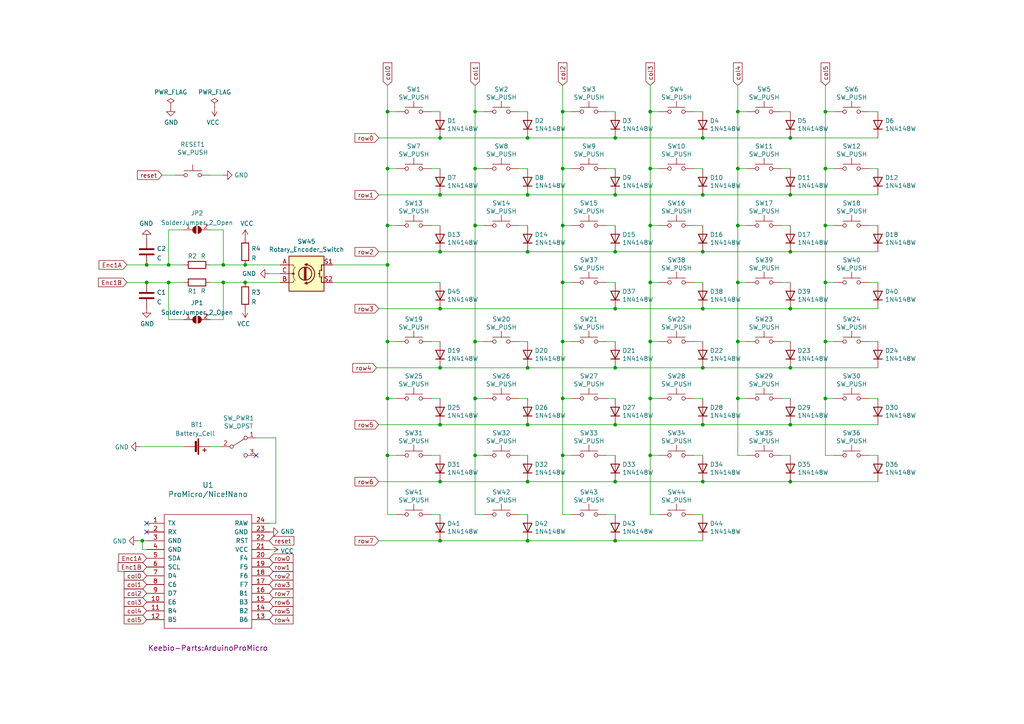
<source format=kicad_sch>
(kicad_sch (version 20211123) (generator eeschema)

  (uuid 3f5fe6b7-98fc-4d3e-9567-f9f7202d1455)

  (paper "A4")

  (title_block
    (title "Choctopus44")
    (date "2023-05-08")
    (rev "2.0")
  )

  (lib_symbols
    (symbol "Device:Battery_Cell" (pin_numbers hide) (pin_names (offset 0) hide) (in_bom yes) (on_board yes)
      (property "Reference" "BT" (id 0) (at 2.54 2.54 0)
        (effects (font (size 1.27 1.27)) (justify left))
      )
      (property "Value" "Battery_Cell" (id 1) (at 2.54 0 0)
        (effects (font (size 1.27 1.27)) (justify left))
      )
      (property "Footprint" "" (id 2) (at 0 1.524 90)
        (effects (font (size 1.27 1.27)) hide)
      )
      (property "Datasheet" "~" (id 3) (at 0 1.524 90)
        (effects (font (size 1.27 1.27)) hide)
      )
      (property "ki_keywords" "battery cell" (id 4) (at 0 0 0)
        (effects (font (size 1.27 1.27)) hide)
      )
      (property "ki_description" "Single-cell battery" (id 5) (at 0 0 0)
        (effects (font (size 1.27 1.27)) hide)
      )
      (symbol "Battery_Cell_0_1"
        (rectangle (start -2.286 1.778) (end 2.286 1.524)
          (stroke (width 0) (type default) (color 0 0 0 0))
          (fill (type outline))
        )
        (rectangle (start -1.5748 1.1938) (end 1.4732 0.6858)
          (stroke (width 0) (type default) (color 0 0 0 0))
          (fill (type outline))
        )
        (polyline
          (pts
            (xy 0 0.762)
            (xy 0 0)
          )
          (stroke (width 0) (type default) (color 0 0 0 0))
          (fill (type none))
        )
        (polyline
          (pts
            (xy 0 1.778)
            (xy 0 2.54)
          )
          (stroke (width 0) (type default) (color 0 0 0 0))
          (fill (type none))
        )
        (polyline
          (pts
            (xy 0.508 3.429)
            (xy 1.524 3.429)
          )
          (stroke (width 0.254) (type default) (color 0 0 0 0))
          (fill (type none))
        )
        (polyline
          (pts
            (xy 1.016 3.937)
            (xy 1.016 2.921)
          )
          (stroke (width 0.254) (type default) (color 0 0 0 0))
          (fill (type none))
        )
      )
      (symbol "Battery_Cell_1_1"
        (pin passive line (at 0 5.08 270) (length 2.54)
          (name "+" (effects (font (size 1.27 1.27))))
          (number "1" (effects (font (size 1.27 1.27))))
        )
        (pin passive line (at 0 -2.54 90) (length 2.54)
          (name "-" (effects (font (size 1.27 1.27))))
          (number "2" (effects (font (size 1.27 1.27))))
        )
      )
    )
    (symbol "Device:C" (pin_numbers hide) (pin_names (offset 0.254)) (in_bom yes) (on_board yes)
      (property "Reference" "C" (id 0) (at 0.635 2.54 0)
        (effects (font (size 1.27 1.27)) (justify left))
      )
      (property "Value" "C" (id 1) (at 0.635 -2.54 0)
        (effects (font (size 1.27 1.27)) (justify left))
      )
      (property "Footprint" "" (id 2) (at 0.9652 -3.81 0)
        (effects (font (size 1.27 1.27)) hide)
      )
      (property "Datasheet" "~" (id 3) (at 0 0 0)
        (effects (font (size 1.27 1.27)) hide)
      )
      (property "ki_keywords" "cap capacitor" (id 4) (at 0 0 0)
        (effects (font (size 1.27 1.27)) hide)
      )
      (property "ki_description" "Unpolarized capacitor" (id 5) (at 0 0 0)
        (effects (font (size 1.27 1.27)) hide)
      )
      (property "ki_fp_filters" "C_*" (id 6) (at 0 0 0)
        (effects (font (size 1.27 1.27)) hide)
      )
      (symbol "C_0_1"
        (polyline
          (pts
            (xy -2.032 -0.762)
            (xy 2.032 -0.762)
          )
          (stroke (width 0.508) (type default) (color 0 0 0 0))
          (fill (type none))
        )
        (polyline
          (pts
            (xy -2.032 0.762)
            (xy 2.032 0.762)
          )
          (stroke (width 0.508) (type default) (color 0 0 0 0))
          (fill (type none))
        )
      )
      (symbol "C_1_1"
        (pin passive line (at 0 3.81 270) (length 2.794)
          (name "~" (effects (font (size 1.27 1.27))))
          (number "1" (effects (font (size 1.27 1.27))))
        )
        (pin passive line (at 0 -3.81 90) (length 2.794)
          (name "~" (effects (font (size 1.27 1.27))))
          (number "2" (effects (font (size 1.27 1.27))))
        )
      )
    )
    (symbol "Device:R" (pin_numbers hide) (pin_names (offset 0)) (in_bom yes) (on_board yes)
      (property "Reference" "R" (id 0) (at 2.032 0 90)
        (effects (font (size 1.27 1.27)))
      )
      (property "Value" "R" (id 1) (at 0 0 90)
        (effects (font (size 1.27 1.27)))
      )
      (property "Footprint" "" (id 2) (at -1.778 0 90)
        (effects (font (size 1.27 1.27)) hide)
      )
      (property "Datasheet" "~" (id 3) (at 0 0 0)
        (effects (font (size 1.27 1.27)) hide)
      )
      (property "ki_keywords" "R res resistor" (id 4) (at 0 0 0)
        (effects (font (size 1.27 1.27)) hide)
      )
      (property "ki_description" "Resistor" (id 5) (at 0 0 0)
        (effects (font (size 1.27 1.27)) hide)
      )
      (property "ki_fp_filters" "R_*" (id 6) (at 0 0 0)
        (effects (font (size 1.27 1.27)) hide)
      )
      (symbol "R_0_1"
        (rectangle (start -1.016 -2.54) (end 1.016 2.54)
          (stroke (width 0.254) (type default) (color 0 0 0 0))
          (fill (type none))
        )
      )
      (symbol "R_1_1"
        (pin passive line (at 0 3.81 270) (length 1.27)
          (name "~" (effects (font (size 1.27 1.27))))
          (number "1" (effects (font (size 1.27 1.27))))
        )
        (pin passive line (at 0 -3.81 90) (length 1.27)
          (name "~" (effects (font (size 1.27 1.27))))
          (number "2" (effects (font (size 1.27 1.27))))
        )
      )
    )
    (symbol "Device:RotaryEncoder_Switch" (pin_names (offset 0.254) hide) (in_bom yes) (on_board yes)
      (property "Reference" "SW" (id 0) (at 0 6.604 0)
        (effects (font (size 1.27 1.27)))
      )
      (property "Value" "RotaryEncoder_Switch" (id 1) (at 0 -6.604 0)
        (effects (font (size 1.27 1.27)))
      )
      (property "Footprint" "" (id 2) (at -3.81 4.064 0)
        (effects (font (size 1.27 1.27)) hide)
      )
      (property "Datasheet" "~" (id 3) (at 0 6.604 0)
        (effects (font (size 1.27 1.27)) hide)
      )
      (property "ki_keywords" "rotary switch encoder switch push button" (id 4) (at 0 0 0)
        (effects (font (size 1.27 1.27)) hide)
      )
      (property "ki_description" "Rotary encoder, dual channel, incremental quadrate outputs, with switch" (id 5) (at 0 0 0)
        (effects (font (size 1.27 1.27)) hide)
      )
      (property "ki_fp_filters" "RotaryEncoder*Switch*" (id 6) (at 0 0 0)
        (effects (font (size 1.27 1.27)) hide)
      )
      (symbol "RotaryEncoder_Switch_0_1"
        (rectangle (start -5.08 5.08) (end 5.08 -5.08)
          (stroke (width 0.254) (type default) (color 0 0 0 0))
          (fill (type background))
        )
        (circle (center -3.81 0) (radius 0.254)
          (stroke (width 0) (type default) (color 0 0 0 0))
          (fill (type outline))
        )
        (arc (start -0.381 -2.794) (mid 2.3622 -0.0635) (end -0.381 2.667)
          (stroke (width 0.254) (type default) (color 0 0 0 0))
          (fill (type none))
        )
        (circle (center -0.381 0) (radius 1.905)
          (stroke (width 0.254) (type default) (color 0 0 0 0))
          (fill (type none))
        )
        (polyline
          (pts
            (xy -0.635 -1.778)
            (xy -0.635 1.778)
          )
          (stroke (width 0.254) (type default) (color 0 0 0 0))
          (fill (type none))
        )
        (polyline
          (pts
            (xy -0.381 -1.778)
            (xy -0.381 1.778)
          )
          (stroke (width 0.254) (type default) (color 0 0 0 0))
          (fill (type none))
        )
        (polyline
          (pts
            (xy -0.127 1.778)
            (xy -0.127 -1.778)
          )
          (stroke (width 0.254) (type default) (color 0 0 0 0))
          (fill (type none))
        )
        (polyline
          (pts
            (xy 3.81 0)
            (xy 3.429 0)
          )
          (stroke (width 0.254) (type default) (color 0 0 0 0))
          (fill (type none))
        )
        (polyline
          (pts
            (xy 3.81 1.016)
            (xy 3.81 -1.016)
          )
          (stroke (width 0.254) (type default) (color 0 0 0 0))
          (fill (type none))
        )
        (polyline
          (pts
            (xy -5.08 -2.54)
            (xy -3.81 -2.54)
            (xy -3.81 -2.032)
          )
          (stroke (width 0) (type default) (color 0 0 0 0))
          (fill (type none))
        )
        (polyline
          (pts
            (xy -5.08 2.54)
            (xy -3.81 2.54)
            (xy -3.81 2.032)
          )
          (stroke (width 0) (type default) (color 0 0 0 0))
          (fill (type none))
        )
        (polyline
          (pts
            (xy 0.254 -3.048)
            (xy -0.508 -2.794)
            (xy 0.127 -2.413)
          )
          (stroke (width 0.254) (type default) (color 0 0 0 0))
          (fill (type none))
        )
        (polyline
          (pts
            (xy 0.254 2.921)
            (xy -0.508 2.667)
            (xy 0.127 2.286)
          )
          (stroke (width 0.254) (type default) (color 0 0 0 0))
          (fill (type none))
        )
        (polyline
          (pts
            (xy 5.08 -2.54)
            (xy 4.318 -2.54)
            (xy 4.318 -1.016)
          )
          (stroke (width 0.254) (type default) (color 0 0 0 0))
          (fill (type none))
        )
        (polyline
          (pts
            (xy 5.08 2.54)
            (xy 4.318 2.54)
            (xy 4.318 1.016)
          )
          (stroke (width 0.254) (type default) (color 0 0 0 0))
          (fill (type none))
        )
        (polyline
          (pts
            (xy -5.08 0)
            (xy -3.81 0)
            (xy -3.81 -1.016)
            (xy -3.302 -2.032)
          )
          (stroke (width 0) (type default) (color 0 0 0 0))
          (fill (type none))
        )
        (polyline
          (pts
            (xy -4.318 0)
            (xy -3.81 0)
            (xy -3.81 1.016)
            (xy -3.302 2.032)
          )
          (stroke (width 0) (type default) (color 0 0 0 0))
          (fill (type none))
        )
        (circle (center 4.318 -1.016) (radius 0.127)
          (stroke (width 0.254) (type default) (color 0 0 0 0))
          (fill (type none))
        )
        (circle (center 4.318 1.016) (radius 0.127)
          (stroke (width 0.254) (type default) (color 0 0 0 0))
          (fill (type none))
        )
      )
      (symbol "RotaryEncoder_Switch_1_1"
        (pin passive line (at -7.62 2.54 0) (length 2.54)
          (name "A" (effects (font (size 1.27 1.27))))
          (number "A" (effects (font (size 1.27 1.27))))
        )
        (pin passive line (at -7.62 -2.54 0) (length 2.54)
          (name "B" (effects (font (size 1.27 1.27))))
          (number "B" (effects (font (size 1.27 1.27))))
        )
        (pin passive line (at -7.62 0 0) (length 2.54)
          (name "C" (effects (font (size 1.27 1.27))))
          (number "C" (effects (font (size 1.27 1.27))))
        )
        (pin passive line (at 7.62 2.54 180) (length 2.54)
          (name "S1" (effects (font (size 1.27 1.27))))
          (number "S1" (effects (font (size 1.27 1.27))))
        )
        (pin passive line (at 7.62 -2.54 180) (length 2.54)
          (name "S2" (effects (font (size 1.27 1.27))))
          (number "S2" (effects (font (size 1.27 1.27))))
        )
      )
    )
    (symbol "Diode:1N4148W" (pin_numbers hide) (pin_names (offset 1.016) hide) (in_bom yes) (on_board yes)
      (property "Reference" "D" (id 0) (at 0 2.54 0)
        (effects (font (size 1.27 1.27)))
      )
      (property "Value" "1N4148W" (id 1) (at 0 -2.54 0)
        (effects (font (size 1.27 1.27)))
      )
      (property "Footprint" "Diode_SMD:D_SOD-123" (id 2) (at 0 -4.445 0)
        (effects (font (size 1.27 1.27)) hide)
      )
      (property "Datasheet" "https://www.vishay.com/docs/85748/1n4148w.pdf" (id 3) (at 0 0 0)
        (effects (font (size 1.27 1.27)) hide)
      )
      (property "ki_keywords" "diode" (id 4) (at 0 0 0)
        (effects (font (size 1.27 1.27)) hide)
      )
      (property "ki_description" "75V 0.15A Fast Switching Diode, SOD-123" (id 5) (at 0 0 0)
        (effects (font (size 1.27 1.27)) hide)
      )
      (property "ki_fp_filters" "D*SOD?123*" (id 6) (at 0 0 0)
        (effects (font (size 1.27 1.27)) hide)
      )
      (symbol "1N4148W_0_1"
        (polyline
          (pts
            (xy -1.27 1.27)
            (xy -1.27 -1.27)
          )
          (stroke (width 0.254) (type default) (color 0 0 0 0))
          (fill (type none))
        )
        (polyline
          (pts
            (xy 1.27 0)
            (xy -1.27 0)
          )
          (stroke (width 0) (type default) (color 0 0 0 0))
          (fill (type none))
        )
        (polyline
          (pts
            (xy 1.27 1.27)
            (xy 1.27 -1.27)
            (xy -1.27 0)
            (xy 1.27 1.27)
          )
          (stroke (width 0.254) (type default) (color 0 0 0 0))
          (fill (type none))
        )
      )
      (symbol "1N4148W_1_1"
        (pin passive line (at -3.81 0 0) (length 2.54)
          (name "K" (effects (font (size 1.27 1.27))))
          (number "1" (effects (font (size 1.27 1.27))))
        )
        (pin passive line (at 3.81 0 180) (length 2.54)
          (name "A" (effects (font (size 1.27 1.27))))
          (number "2" (effects (font (size 1.27 1.27))))
        )
      )
    )
    (symbol "Jumper:SolderJumper_2_Open" (pin_names (offset 0) hide) (in_bom yes) (on_board yes)
      (property "Reference" "JP" (id 0) (at 0 2.032 0)
        (effects (font (size 1.27 1.27)))
      )
      (property "Value" "SolderJumper_2_Open" (id 1) (at 0 -2.54 0)
        (effects (font (size 1.27 1.27)))
      )
      (property "Footprint" "" (id 2) (at 0 0 0)
        (effects (font (size 1.27 1.27)) hide)
      )
      (property "Datasheet" "~" (id 3) (at 0 0 0)
        (effects (font (size 1.27 1.27)) hide)
      )
      (property "ki_keywords" "solder jumper SPST" (id 4) (at 0 0 0)
        (effects (font (size 1.27 1.27)) hide)
      )
      (property "ki_description" "Solder Jumper, 2-pole, open" (id 5) (at 0 0 0)
        (effects (font (size 1.27 1.27)) hide)
      )
      (property "ki_fp_filters" "SolderJumper*Open*" (id 6) (at 0 0 0)
        (effects (font (size 1.27 1.27)) hide)
      )
      (symbol "SolderJumper_2_Open_0_1"
        (arc (start -0.254 1.016) (mid -1.27 0) (end -0.254 -1.016)
          (stroke (width 0) (type default) (color 0 0 0 0))
          (fill (type none))
        )
        (arc (start -0.254 1.016) (mid -1.27 0) (end -0.254 -1.016)
          (stroke (width 0) (type default) (color 0 0 0 0))
          (fill (type outline))
        )
        (polyline
          (pts
            (xy -0.254 1.016)
            (xy -0.254 -1.016)
          )
          (stroke (width 0) (type default) (color 0 0 0 0))
          (fill (type none))
        )
        (polyline
          (pts
            (xy 0.254 1.016)
            (xy 0.254 -1.016)
          )
          (stroke (width 0) (type default) (color 0 0 0 0))
          (fill (type none))
        )
        (arc (start 0.254 -1.016) (mid 1.27 0) (end 0.254 1.016)
          (stroke (width 0) (type default) (color 0 0 0 0))
          (fill (type none))
        )
        (arc (start 0.254 -1.016) (mid 1.27 0) (end 0.254 1.016)
          (stroke (width 0) (type default) (color 0 0 0 0))
          (fill (type outline))
        )
      )
      (symbol "SolderJumper_2_Open_1_1"
        (pin passive line (at -3.81 0 0) (length 2.54)
          (name "A" (effects (font (size 1.27 1.27))))
          (number "1" (effects (font (size 1.27 1.27))))
        )
        (pin passive line (at 3.81 0 180) (length 2.54)
          (name "B" (effects (font (size 1.27 1.27))))
          (number "2" (effects (font (size 1.27 1.27))))
        )
      )
    )
    (symbol "Switch:SW_Push" (pin_numbers hide) (pin_names (offset 1.016) hide) (in_bom yes) (on_board yes)
      (property "Reference" "SW" (id 0) (at 1.27 2.54 0)
        (effects (font (size 1.27 1.27)) (justify left))
      )
      (property "Value" "SW_Push" (id 1) (at 0 -1.524 0)
        (effects (font (size 1.27 1.27)))
      )
      (property "Footprint" "" (id 2) (at 0 5.08 0)
        (effects (font (size 1.27 1.27)) hide)
      )
      (property "Datasheet" "~" (id 3) (at 0 5.08 0)
        (effects (font (size 1.27 1.27)) hide)
      )
      (property "ki_keywords" "switch normally-open pushbutton push-button" (id 4) (at 0 0 0)
        (effects (font (size 1.27 1.27)) hide)
      )
      (property "ki_description" "Push button switch, generic, two pins" (id 5) (at 0 0 0)
        (effects (font (size 1.27 1.27)) hide)
      )
      (symbol "SW_Push_0_1"
        (circle (center -2.032 0) (radius 0.508)
          (stroke (width 0) (type default) (color 0 0 0 0))
          (fill (type none))
        )
        (polyline
          (pts
            (xy 0 1.27)
            (xy 0 3.048)
          )
          (stroke (width 0) (type default) (color 0 0 0 0))
          (fill (type none))
        )
        (polyline
          (pts
            (xy 2.54 1.27)
            (xy -2.54 1.27)
          )
          (stroke (width 0) (type default) (color 0 0 0 0))
          (fill (type none))
        )
        (circle (center 2.032 0) (radius 0.508)
          (stroke (width 0) (type default) (color 0 0 0 0))
          (fill (type none))
        )
        (pin passive line (at -5.08 0 0) (length 2.54)
          (name "1" (effects (font (size 1.27 1.27))))
          (number "1" (effects (font (size 1.27 1.27))))
        )
        (pin passive line (at 5.08 0 180) (length 2.54)
          (name "2" (effects (font (size 1.27 1.27))))
          (number "2" (effects (font (size 1.27 1.27))))
        )
      )
    )
    (symbol "Switch:SW_SPDT" (pin_names (offset 0) hide) (in_bom yes) (on_board yes)
      (property "Reference" "SW" (id 0) (at 0 4.318 0)
        (effects (font (size 1.27 1.27)))
      )
      (property "Value" "SW_SPDT" (id 1) (at 0 -5.08 0)
        (effects (font (size 1.27 1.27)))
      )
      (property "Footprint" "" (id 2) (at 0 0 0)
        (effects (font (size 1.27 1.27)) hide)
      )
      (property "Datasheet" "~" (id 3) (at 0 0 0)
        (effects (font (size 1.27 1.27)) hide)
      )
      (property "ki_keywords" "switch single-pole double-throw spdt ON-ON" (id 4) (at 0 0 0)
        (effects (font (size 1.27 1.27)) hide)
      )
      (property "ki_description" "Switch, single pole double throw" (id 5) (at 0 0 0)
        (effects (font (size 1.27 1.27)) hide)
      )
      (symbol "SW_SPDT_0_0"
        (circle (center -2.032 0) (radius 0.508)
          (stroke (width 0) (type default) (color 0 0 0 0))
          (fill (type none))
        )
        (circle (center 2.032 -2.54) (radius 0.508)
          (stroke (width 0) (type default) (color 0 0 0 0))
          (fill (type none))
        )
      )
      (symbol "SW_SPDT_0_1"
        (polyline
          (pts
            (xy -1.524 0.254)
            (xy 1.651 2.286)
          )
          (stroke (width 0) (type default) (color 0 0 0 0))
          (fill (type none))
        )
        (circle (center 2.032 2.54) (radius 0.508)
          (stroke (width 0) (type default) (color 0 0 0 0))
          (fill (type none))
        )
      )
      (symbol "SW_SPDT_1_1"
        (pin passive line (at 5.08 2.54 180) (length 2.54)
          (name "A" (effects (font (size 1.27 1.27))))
          (number "1" (effects (font (size 1.27 1.27))))
        )
        (pin passive line (at -5.08 0 0) (length 2.54)
          (name "B" (effects (font (size 1.27 1.27))))
          (number "2" (effects (font (size 1.27 1.27))))
        )
        (pin passive line (at 5.08 -2.54 180) (length 2.54)
          (name "C" (effects (font (size 1.27 1.27))))
          (number "3" (effects (font (size 1.27 1.27))))
        )
      )
    )
    (symbol "power:GND" (power) (pin_names (offset 0)) (in_bom yes) (on_board yes)
      (property "Reference" "#PWR" (id 0) (at 0 -6.35 0)
        (effects (font (size 1.27 1.27)) hide)
      )
      (property "Value" "GND" (id 1) (at 0 -3.81 0)
        (effects (font (size 1.27 1.27)))
      )
      (property "Footprint" "" (id 2) (at 0 0 0)
        (effects (font (size 1.27 1.27)) hide)
      )
      (property "Datasheet" "" (id 3) (at 0 0 0)
        (effects (font (size 1.27 1.27)) hide)
      )
      (property "ki_keywords" "power-flag" (id 4) (at 0 0 0)
        (effects (font (size 1.27 1.27)) hide)
      )
      (property "ki_description" "Power symbol creates a global label with name \"GND\" , ground" (id 5) (at 0 0 0)
        (effects (font (size 1.27 1.27)) hide)
      )
      (symbol "GND_0_1"
        (polyline
          (pts
            (xy 0 0)
            (xy 0 -1.27)
            (xy 1.27 -1.27)
            (xy 0 -2.54)
            (xy -1.27 -1.27)
            (xy 0 -1.27)
          )
          (stroke (width 0) (type default) (color 0 0 0 0))
          (fill (type none))
        )
      )
      (symbol "GND_1_1"
        (pin power_in line (at 0 0 270) (length 0) hide
          (name "GND" (effects (font (size 1.27 1.27))))
          (number "1" (effects (font (size 1.27 1.27))))
        )
      )
    )
    (symbol "power:PWR_FLAG" (power) (pin_numbers hide) (pin_names (offset 0) hide) (in_bom yes) (on_board yes)
      (property "Reference" "#FLG" (id 0) (at 0 1.905 0)
        (effects (font (size 1.27 1.27)) hide)
      )
      (property "Value" "PWR_FLAG" (id 1) (at 0 3.81 0)
        (effects (font (size 1.27 1.27)))
      )
      (property "Footprint" "" (id 2) (at 0 0 0)
        (effects (font (size 1.27 1.27)) hide)
      )
      (property "Datasheet" "~" (id 3) (at 0 0 0)
        (effects (font (size 1.27 1.27)) hide)
      )
      (property "ki_keywords" "power-flag" (id 4) (at 0 0 0)
        (effects (font (size 1.27 1.27)) hide)
      )
      (property "ki_description" "Special symbol for telling ERC where power comes from" (id 5) (at 0 0 0)
        (effects (font (size 1.27 1.27)) hide)
      )
      (symbol "PWR_FLAG_0_0"
        (pin power_out line (at 0 0 90) (length 0)
          (name "pwr" (effects (font (size 1.27 1.27))))
          (number "1" (effects (font (size 1.27 1.27))))
        )
      )
      (symbol "PWR_FLAG_0_1"
        (polyline
          (pts
            (xy 0 0)
            (xy 0 1.27)
            (xy -1.016 1.905)
            (xy 0 2.54)
            (xy 1.016 1.905)
            (xy 0 1.27)
          )
          (stroke (width 0) (type default) (color 0 0 0 0))
          (fill (type none))
        )
      )
    )
    (symbol "power:VCC" (power) (pin_names (offset 0)) (in_bom yes) (on_board yes)
      (property "Reference" "#PWR" (id 0) (at 0 -3.81 0)
        (effects (font (size 1.27 1.27)) hide)
      )
      (property "Value" "VCC" (id 1) (at 0 3.81 0)
        (effects (font (size 1.27 1.27)))
      )
      (property "Footprint" "" (id 2) (at 0 0 0)
        (effects (font (size 1.27 1.27)) hide)
      )
      (property "Datasheet" "" (id 3) (at 0 0 0)
        (effects (font (size 1.27 1.27)) hide)
      )
      (property "ki_keywords" "power-flag" (id 4) (at 0 0 0)
        (effects (font (size 1.27 1.27)) hide)
      )
      (property "ki_description" "Power symbol creates a global label with name \"VCC\"" (id 5) (at 0 0 0)
        (effects (font (size 1.27 1.27)) hide)
      )
      (symbol "VCC_0_1"
        (polyline
          (pts
            (xy -0.762 1.27)
            (xy 0 2.54)
          )
          (stroke (width 0) (type default) (color 0 0 0 0))
          (fill (type none))
        )
        (polyline
          (pts
            (xy 0 0)
            (xy 0 2.54)
          )
          (stroke (width 0) (type default) (color 0 0 0 0))
          (fill (type none))
        )
        (polyline
          (pts
            (xy 0 2.54)
            (xy 0.762 1.27)
          )
          (stroke (width 0) (type default) (color 0 0 0 0))
          (fill (type none))
        )
      )
      (symbol "VCC_1_1"
        (pin power_in line (at 0 0 90) (length 0) hide
          (name "VCC" (effects (font (size 1.27 1.27))))
          (number "1" (effects (font (size 1.27 1.27))))
        )
      )
    )
    (symbol "promicro:ProMicro" (pin_names (offset 1.016)) (in_bom yes) (on_board yes)
      (property "Reference" "U" (id 0) (at 0 24.13 0)
        (effects (font (size 1.524 1.524)))
      )
      (property "Value" "ProMicro" (id 1) (at 0 -13.97 0)
        (effects (font (size 1.524 1.524)))
      )
      (property "Footprint" "" (id 2) (at 2.54 -26.67 0)
        (effects (font (size 1.524 1.524)))
      )
      (property "Datasheet" "" (id 3) (at 2.54 -26.67 0)
        (effects (font (size 1.524 1.524)))
      )
      (symbol "ProMicro_0_1"
        (rectangle (start -12.7 21.59) (end 12.7 -11.43)
          (stroke (width 0) (type default) (color 0 0 0 0))
          (fill (type none))
        )
      )
      (symbol "ProMicro_1_1"
        (pin bidirectional line (at -17.78 19.05 0) (length 5.08)
          (name "TX" (effects (font (size 1.27 1.27))))
          (number "1" (effects (font (size 1.27 1.27))))
        )
        (pin bidirectional line (at -17.78 -3.81 0) (length 5.08)
          (name "E6" (effects (font (size 1.27 1.27))))
          (number "10" (effects (font (size 1.27 1.27))))
        )
        (pin bidirectional line (at -17.78 -6.35 0) (length 5.08)
          (name "B4" (effects (font (size 1.27 1.27))))
          (number "11" (effects (font (size 1.27 1.27))))
        )
        (pin bidirectional line (at -17.78 -8.89 0) (length 5.08)
          (name "B5" (effects (font (size 1.27 1.27))))
          (number "12" (effects (font (size 1.27 1.27))))
        )
        (pin bidirectional line (at 17.78 -8.89 180) (length 5.08)
          (name "B6" (effects (font (size 1.27 1.27))))
          (number "13" (effects (font (size 1.27 1.27))))
        )
        (pin bidirectional line (at 17.78 -6.35 180) (length 5.08)
          (name "B2" (effects (font (size 1.27 1.27))))
          (number "14" (effects (font (size 1.27 1.27))))
        )
        (pin bidirectional line (at 17.78 -3.81 180) (length 5.08)
          (name "B3" (effects (font (size 1.27 1.27))))
          (number "15" (effects (font (size 1.27 1.27))))
        )
        (pin bidirectional line (at 17.78 -1.27 180) (length 5.08)
          (name "B1" (effects (font (size 1.27 1.27))))
          (number "16" (effects (font (size 1.27 1.27))))
        )
        (pin bidirectional line (at 17.78 1.27 180) (length 5.08)
          (name "F7" (effects (font (size 1.27 1.27))))
          (number "17" (effects (font (size 1.27 1.27))))
        )
        (pin bidirectional line (at 17.78 3.81 180) (length 5.08)
          (name "F6" (effects (font (size 1.27 1.27))))
          (number "18" (effects (font (size 1.27 1.27))))
        )
        (pin bidirectional line (at 17.78 6.35 180) (length 5.08)
          (name "F5" (effects (font (size 1.27 1.27))))
          (number "19" (effects (font (size 1.27 1.27))))
        )
        (pin bidirectional line (at -17.78 16.51 0) (length 5.08)
          (name "RX" (effects (font (size 1.27 1.27))))
          (number "2" (effects (font (size 1.27 1.27))))
        )
        (pin bidirectional line (at 17.78 8.89 180) (length 5.08)
          (name "F4" (effects (font (size 1.27 1.27))))
          (number "20" (effects (font (size 1.27 1.27))))
        )
        (pin power_in line (at 17.78 11.43 180) (length 5.08)
          (name "VCC" (effects (font (size 1.27 1.27))))
          (number "21" (effects (font (size 1.27 1.27))))
        )
        (pin input line (at 17.78 13.97 180) (length 5.08)
          (name "RST" (effects (font (size 1.27 1.27))))
          (number "22" (effects (font (size 1.27 1.27))))
        )
        (pin power_in line (at 17.78 16.51 180) (length 5.08)
          (name "GND" (effects (font (size 1.27 1.27))))
          (number "23" (effects (font (size 1.27 1.27))))
        )
        (pin power_out line (at 17.78 19.05 180) (length 5.08)
          (name "RAW" (effects (font (size 1.27 1.27))))
          (number "24" (effects (font (size 1.27 1.27))))
        )
        (pin power_in line (at -17.78 13.97 0) (length 5.08)
          (name "GND" (effects (font (size 1.27 1.27))))
          (number "3" (effects (font (size 1.27 1.27))))
        )
        (pin power_in line (at -17.78 11.43 0) (length 5.08)
          (name "GND" (effects (font (size 1.27 1.27))))
          (number "4" (effects (font (size 1.27 1.27))))
        )
        (pin bidirectional line (at -17.78 8.89 0) (length 5.08)
          (name "SDA" (effects (font (size 1.27 1.27))))
          (number "5" (effects (font (size 1.27 1.27))))
        )
        (pin bidirectional line (at -17.78 6.35 0) (length 5.08)
          (name "SCL" (effects (font (size 1.27 1.27))))
          (number "6" (effects (font (size 1.27 1.27))))
        )
        (pin bidirectional line (at -17.78 3.81 0) (length 5.08)
          (name "D4" (effects (font (size 1.27 1.27))))
          (number "7" (effects (font (size 1.27 1.27))))
        )
        (pin bidirectional line (at -17.78 1.27 0) (length 5.08)
          (name "C6" (effects (font (size 1.27 1.27))))
          (number "8" (effects (font (size 1.27 1.27))))
        )
        (pin bidirectional line (at -17.78 -1.27 0) (length 5.08)
          (name "D7" (effects (font (size 1.27 1.27))))
          (number "9" (effects (font (size 1.27 1.27))))
        )
      )
    )
  )

  (junction (at 203.835 106.68) (diameter 0) (color 0 0 0 0)
    (uuid 03c52831-5dc5-43c5-a442-8d23643b46fb)
  )
  (junction (at 203.835 40.005) (diameter 0) (color 0 0 0 0)
    (uuid 0b21a65d-d20b-411e-920a-75c343ac5136)
  )
  (junction (at 178.435 156.845) (diameter 0) (color 0 0 0 0)
    (uuid 0eaa98f0-9565-4637-ace3-42a5231b07f7)
  )
  (junction (at 188.595 132.08) (diameter 0) (color 0 0 0 0)
    (uuid 0f22151c-f260-4674-b486-4710a2c42a55)
  )
  (junction (at 112.395 132.08) (diameter 0) (color 0 0 0 0)
    (uuid 10109f84-4940-47f8-8640-91f185ac9bc1)
  )
  (junction (at 178.435 56.515) (diameter 0) (color 0 0 0 0)
    (uuid 127679a9-3981-4934-815e-896a4e3ff56e)
  )
  (junction (at 188.595 32.385) (diameter 0) (color 0 0 0 0)
    (uuid 181abe7a-f941-42b6-bd46-aaa3131f90fb)
  )
  (junction (at 188.595 115.57) (diameter 0) (color 0 0 0 0)
    (uuid 1831fb37-1c5d-42c4-b898-151be6fca9dc)
  )
  (junction (at 229.235 123.19) (diameter 0) (color 0 0 0 0)
    (uuid 1a1ab354-5f85-45f9-938c-9f6c4c8c3ea2)
  )
  (junction (at 239.395 32.385) (diameter 0) (color 0 0 0 0)
    (uuid 1bf544e3-5940-4576-9291-2464e95c0ee2)
  )
  (junction (at 137.795 115.57) (diameter 0) (color 0 0 0 0)
    (uuid 1e1b062d-fad0-427c-a622-c5b8a80b5268)
  )
  (junction (at 42.545 81.915) (diameter 0) (color 0 0 0 0)
    (uuid 23fbaf31-66d6-4e79-aa48-53892b4481c3)
  )
  (junction (at 203.835 139.7) (diameter 0) (color 0 0 0 0)
    (uuid 29e78086-2175-405e-9ba3-c48766d2f50c)
  )
  (junction (at 213.995 99.06) (diameter 0) (color 0 0 0 0)
    (uuid 2d210a96-f81f-42a9-8bf4-1b43c11086f3)
  )
  (junction (at 153.035 73.025) (diameter 0) (color 0 0 0 0)
    (uuid 2e642b3e-a476-4c54-9a52-dcea955640cd)
  )
  (junction (at 127.635 89.535) (diameter 0) (color 0 0 0 0)
    (uuid 30298bfe-074b-4a66-a814-d533d168d876)
  )
  (junction (at 153.035 40.005) (diameter 0) (color 0 0 0 0)
    (uuid 30f15357-ce1d-48b9-93dc-7d9b1b2aa048)
  )
  (junction (at 239.395 48.895) (diameter 0) (color 0 0 0 0)
    (uuid 3aaee4c4-dbf7-49a5-a620-9465d8cc3ae7)
  )
  (junction (at 137.795 65.405) (diameter 0) (color 0 0 0 0)
    (uuid 3b838d52-596d-4e4d-a6ac-e4c8e7621137)
  )
  (junction (at 203.835 56.515) (diameter 0) (color 0 0 0 0)
    (uuid 3cd1bda0-18db-417d-b581-a0c50623df68)
  )
  (junction (at 229.235 139.7) (diameter 0) (color 0 0 0 0)
    (uuid 42713045-fffd-4b2d-ae1e-7232d705fb12)
  )
  (junction (at 127.635 139.7) (diameter 0) (color 0 0 0 0)
    (uuid 44d8279a-9cd1-4db6-856f-0363131605fc)
  )
  (junction (at 127.635 40.005) (diameter 0) (color 0 0 0 0)
    (uuid 47baf4b1-0938-497d-88f9-671136aa8be7)
  )
  (junction (at 178.435 73.025) (diameter 0) (color 0 0 0 0)
    (uuid 48ab88d7-7084-4d02-b109-3ad55a30bb11)
  )
  (junction (at 239.395 81.915) (diameter 0) (color 0 0 0 0)
    (uuid 496d9fa6-850a-493b-b4de-7a5b344a88e6)
  )
  (junction (at 213.995 32.385) (diameter 0) (color 0 0 0 0)
    (uuid 4c8eb964-bdf4-44de-90e9-e2ab82dd5313)
  )
  (junction (at 153.035 106.68) (diameter 0) (color 0 0 0 0)
    (uuid 5038e144-5119-49db-b6cf-f7c345f1cf03)
  )
  (junction (at 153.035 139.7) (diameter 0) (color 0 0 0 0)
    (uuid 54365317-1355-4216-bb75-829375abc4ec)
  )
  (junction (at 64.77 81.915) (diameter 0) (color 0 0 0 0)
    (uuid 5a3436c4-16d5-440c-8d6b-a4f299314c1e)
  )
  (junction (at 163.195 99.06) (diameter 0) (color 0 0 0 0)
    (uuid 5fc27c35-3e1c-4f96-817c-93b5570858a6)
  )
  (junction (at 71.12 81.915) (diameter 0) (color 0 0 0 0)
    (uuid 65aecc43-6673-45ec-a3b4-38d0654c75d9)
  )
  (junction (at 137.795 32.385) (diameter 0) (color 0 0 0 0)
    (uuid 66116376-6967-4178-9f23-a26cdeafc400)
  )
  (junction (at 229.235 40.005) (diameter 0) (color 0 0 0 0)
    (uuid 666713b0-70f4-42df-8761-f65bc212d03b)
  )
  (junction (at 127.635 106.68) (diameter 0) (color 0 0 0 0)
    (uuid 669d3d78-2868-477a-88c1-5b75fb678308)
  )
  (junction (at 163.195 132.08) (diameter 0) (color 0 0 0 0)
    (uuid 6a45789b-3855-401f-8139-3c734f7f52f9)
  )
  (junction (at 112.395 32.385) (diameter 0) (color 0 0 0 0)
    (uuid 6a955fc7-39d9-4c75-9a69-676ca8c0b9b2)
  )
  (junction (at 48.895 81.915) (diameter 0) (color 0 0 0 0)
    (uuid 6b5cfbbf-a4dd-4c20-84b0-7f2a151dbbce)
  )
  (junction (at 163.195 115.57) (diameter 0) (color 0 0 0 0)
    (uuid 6c9b793c-e74d-4754-a2c0-901e73b26f1c)
  )
  (junction (at 178.435 89.535) (diameter 0) (color 0 0 0 0)
    (uuid 704d6d51-bb34-4cbf-83d8-841e208048d8)
  )
  (junction (at 178.435 40.005) (diameter 0) (color 0 0 0 0)
    (uuid 716e31c5-485f-40b5-88e3-a75900da9811)
  )
  (junction (at 112.395 115.57) (diameter 0) (color 0 0 0 0)
    (uuid 71c31975-2c45-4d18-a25a-18e07a55d11e)
  )
  (junction (at 112.395 99.06) (diameter 0) (color 0 0 0 0)
    (uuid 746ba970-8279-4e7b-aed3-f28687777c21)
  )
  (junction (at 137.795 48.895) (diameter 0) (color 0 0 0 0)
    (uuid 749dfe75-c0d6-4872-9330-29c5bbcb8ff8)
  )
  (junction (at 127.635 56.515) (diameter 0) (color 0 0 0 0)
    (uuid 77ed3941-d133-4aef-a9af-5a39322d14eb)
  )
  (junction (at 229.235 106.68) (diameter 0) (color 0 0 0 0)
    (uuid 7aed3a71-054b-4aaa-9c0a-030523c32827)
  )
  (junction (at 229.235 56.515) (diameter 0) (color 0 0 0 0)
    (uuid 7dc880bc-e7eb-4cce-8d8c-0b65a9dd788e)
  )
  (junction (at 178.435 139.7) (diameter 0) (color 0 0 0 0)
    (uuid 8174b4de-74b1-48db-ab8e-c8432251095b)
  )
  (junction (at 71.12 76.835) (diameter 0) (color 0 0 0 0)
    (uuid 83aea7db-9cf2-4ec7-96a1-047d6fd22c92)
  )
  (junction (at 153.035 56.515) (diameter 0) (color 0 0 0 0)
    (uuid 87371631-aa02-498a-998a-09bdb74784c1)
  )
  (junction (at 229.235 73.025) (diameter 0) (color 0 0 0 0)
    (uuid 9157f4ae-0244-4ff1-9f73-3cb4cbb5f280)
  )
  (junction (at 239.395 115.57) (diameter 0) (color 0 0 0 0)
    (uuid 922058ca-d09a-45fd-8394-05f3e2c1e03a)
  )
  (junction (at 188.595 99.06) (diameter 0) (color 0 0 0 0)
    (uuid 9340c285-5767-42d5-8b6d-63fe2a40ddf3)
  )
  (junction (at 203.835 89.535) (diameter 0) (color 0 0 0 0)
    (uuid 94a873dc-af67-4ef9-8159-1f7c93eeb3d7)
  )
  (junction (at 239.395 99.06) (diameter 0) (color 0 0 0 0)
    (uuid 97fe9c60-586f-4895-8504-4d3729f5f81a)
  )
  (junction (at 213.995 65.405) (diameter 0) (color 0 0 0 0)
    (uuid 9bb20359-0f8b-45bc-9d38-6626ed3a939d)
  )
  (junction (at 112.395 76.835) (diameter 0) (color 0 0 0 0)
    (uuid 9d415d58-6dd2-4140-a7d7-c446a1d21cc0)
  )
  (junction (at 203.835 123.19) (diameter 0) (color 0 0 0 0)
    (uuid a1823eb2-fb0d-4ed8-8b96-04184ac3a9d5)
  )
  (junction (at 153.035 156.845) (diameter 0) (color 0 0 0 0)
    (uuid a3e4f0ae-9f86-49e9-b386-ed8b42e012fb)
  )
  (junction (at 163.195 32.385) (diameter 0) (color 0 0 0 0)
    (uuid a690fc6c-55d9-47e6-b533-faa4b67e20f3)
  )
  (junction (at 48.895 76.835) (diameter 0) (color 0 0 0 0)
    (uuid a9590731-5951-44fc-b8a7-75afec2f2138)
  )
  (junction (at 213.995 48.895) (diameter 0) (color 0 0 0 0)
    (uuid aa14c3bd-4acc-4908-9d28-228585a22a9d)
  )
  (junction (at 153.035 123.19) (diameter 0) (color 0 0 0 0)
    (uuid ac264c30-3e9a-4be2-b97a-9949b68bd497)
  )
  (junction (at 163.195 81.915) (diameter 0) (color 0 0 0 0)
    (uuid b1086f75-01ba-4188-8d36-75a9e2828ca9)
  )
  (junction (at 41.275 156.845) (diameter 0) (color 0 0 0 0)
    (uuid bb7f0588-d4d8-44bf-9ebf-3c533fe4d6ae)
  )
  (junction (at 239.395 65.405) (diameter 0) (color 0 0 0 0)
    (uuid bdc7face-9f7c-4701-80bb-4cc144448db1)
  )
  (junction (at 229.235 89.535) (diameter 0) (color 0 0 0 0)
    (uuid c0515cd2-cdaa-467e-8354-0f6eadfa35c9)
  )
  (junction (at 163.195 48.895) (diameter 0) (color 0 0 0 0)
    (uuid c144caa5-b0d4-4cef-840a-d4ad178a2102)
  )
  (junction (at 188.595 65.405) (diameter 0) (color 0 0 0 0)
    (uuid c41b3c8b-634e-435a-b582-96b83bbd4032)
  )
  (junction (at 137.795 99.06) (diameter 0) (color 0 0 0 0)
    (uuid cbdcaa78-3bbc-413f-91bf-2709119373ce)
  )
  (junction (at 188.595 48.895) (diameter 0) (color 0 0 0 0)
    (uuid ce83728b-bebd-48c2-8734-b6a50d837931)
  )
  (junction (at 203.835 73.025) (diameter 0) (color 0 0 0 0)
    (uuid d57dcfee-5058-4fc2-a68b-05f9a48f685b)
  )
  (junction (at 213.995 81.915) (diameter 0) (color 0 0 0 0)
    (uuid d59a455e-9645-41b9-b9dd-8677f2e61ad9)
  )
  (junction (at 137.795 132.08) (diameter 0) (color 0 0 0 0)
    (uuid d8603679-3e7b-4337-8dbc-1827f5f54d8a)
  )
  (junction (at 112.395 65.405) (diameter 0) (color 0 0 0 0)
    (uuid e10b5627-3247-4c86-b9f6-ef474ca11543)
  )
  (junction (at 127.635 73.025) (diameter 0) (color 0 0 0 0)
    (uuid e615f7aa-337e-474d-9615-2ad82b1c44ca)
  )
  (junction (at 112.395 48.895) (diameter 0) (color 0 0 0 0)
    (uuid e8314017-7be6-4011-9179-37449a29b311)
  )
  (junction (at 213.995 115.57) (diameter 0) (color 0 0 0 0)
    (uuid e857610b-4434-4144-b04e-43c1ebdc5ceb)
  )
  (junction (at 42.545 76.835) (diameter 0) (color 0 0 0 0)
    (uuid e9a64594-cb55-4e00-860b-7ee190555404)
  )
  (junction (at 127.635 156.845) (diameter 0) (color 0 0 0 0)
    (uuid eb667eea-300e-4ca7-8a6f-4b00de80cd45)
  )
  (junction (at 127.635 123.19) (diameter 0) (color 0 0 0 0)
    (uuid ef8fe2ac-6a7f-4682-9418-b801a1b10a3b)
  )
  (junction (at 163.195 65.405) (diameter 0) (color 0 0 0 0)
    (uuid efeac2a2-7682-4dc7-83ee-f6f1b23da506)
  )
  (junction (at 64.77 76.835) (diameter 0) (color 0 0 0 0)
    (uuid f11be7a8-1bef-44e2-9a5e-0f337dc6a727)
  )
  (junction (at 178.435 106.68) (diameter 0) (color 0 0 0 0)
    (uuid f71da641-16e6-4257-80c3-0b9d804fee4f)
  )
  (junction (at 178.435 123.19) (diameter 0) (color 0 0 0 0)
    (uuid fd470e95-4861-44fe-b1e4-6d8a7c66e144)
  )
  (junction (at 188.595 81.915) (diameter 0) (color 0 0 0 0)
    (uuid fe8d9267-7834-48d6-a191-c8724b2ee78d)
  )

  (no_connect (at 74.295 132.08) (uuid 74132b23-e74d-4470-803c-4460c9574fad))
  (no_connect (at 42.545 151.765) (uuid b2cd9815-d8c4-41b6-bff0-7687e6a5cdfa))
  (no_connect (at 42.545 154.305) (uuid bfc0aadc-38cf-466e-a642-68fdc3138c78))

  (wire (pts (xy 163.195 99.06) (xy 165.735 99.06))
    (stroke (width 0) (type default) (color 0 0 0 0))
    (uuid 01e9b6e7-adf9-4ee7-9447-a588630ee4a2)
  )
  (wire (pts (xy 112.395 32.385) (xy 114.935 32.385))
    (stroke (width 0) (type default) (color 0 0 0 0))
    (uuid 0217dfc4-fc13-4699-99ad-d9948522648e)
  )
  (wire (pts (xy 203.835 65.405) (xy 201.295 65.405))
    (stroke (width 0) (type default) (color 0 0 0 0))
    (uuid 0351df45-d042-41d4-ba35-88092c7be2fc)
  )
  (wire (pts (xy 96.52 81.915) (xy 127.635 81.915))
    (stroke (width 0) (type default) (color 0 0 0 0))
    (uuid 047a2792-3899-4e7d-a045-c64ff9f8bf1d)
  )
  (wire (pts (xy 112.395 65.405) (xy 112.395 76.835))
    (stroke (width 0) (type default) (color 0 0 0 0))
    (uuid 048b9493-3cad-4279-ad3a-93a8c102fe77)
  )
  (wire (pts (xy 163.195 99.06) (xy 163.195 115.57))
    (stroke (width 0) (type default) (color 0 0 0 0))
    (uuid 0523ecb0-1c4f-461a-a7ee-2ea5e5e02b85)
  )
  (wire (pts (xy 163.195 81.915) (xy 163.195 99.06))
    (stroke (width 0) (type default) (color 0 0 0 0))
    (uuid 07141eea-cafa-4240-99a2-da592d2416fc)
  )
  (wire (pts (xy 153.035 149.225) (xy 150.495 149.225))
    (stroke (width 0) (type default) (color 0 0 0 0))
    (uuid 0755aee5-bc01-4cb5-b830-583289df50a3)
  )
  (wire (pts (xy 213.995 24.765) (xy 213.995 32.385))
    (stroke (width 0) (type default) (color 0 0 0 0))
    (uuid 097edb1b-8998-4e70-b670-bba125982348)
  )
  (wire (pts (xy 36.83 81.915) (xy 42.545 81.915))
    (stroke (width 0) (type default) (color 0 0 0 0))
    (uuid 0a61a76f-0af5-4bd8-a1ad-8807976e2277)
  )
  (wire (pts (xy 239.395 48.895) (xy 239.395 65.405))
    (stroke (width 0) (type default) (color 0 0 0 0))
    (uuid 0ac029d3-1864-447e-8ee2-06cb04e96234)
  )
  (wire (pts (xy 188.595 132.08) (xy 188.595 149.225))
    (stroke (width 0) (type default) (color 0 0 0 0))
    (uuid 0b7ed4e1-ca6f-4bc3-b019-aa6fadf0035e)
  )
  (wire (pts (xy 165.735 65.405) (xy 163.195 65.405))
    (stroke (width 0) (type default) (color 0 0 0 0))
    (uuid 0c3dceba-7c95-4b3d-b590-0eb581444beb)
  )
  (wire (pts (xy 60.96 50.8) (xy 64.77 50.8))
    (stroke (width 0) (type default) (color 0 0 0 0))
    (uuid 0c7ee6ca-30be-4e36-b5bb-f52ada4e5868)
  )
  (wire (pts (xy 203.835 123.19) (xy 229.235 123.19))
    (stroke (width 0) (type default) (color 0 0 0 0))
    (uuid 0e1ed1c5-7428-4dc7-b76e-49b2d5f8177d)
  )
  (wire (pts (xy 137.795 115.57) (xy 137.795 132.08))
    (stroke (width 0) (type default) (color 0 0 0 0))
    (uuid 0ff508fd-18da-4ab7-9844-3c8a28c2587e)
  )
  (wire (pts (xy 229.235 106.68) (xy 254.635 106.68))
    (stroke (width 0) (type default) (color 0 0 0 0))
    (uuid 101ef598-601d-400e-9ef6-d655fbb1dbfa)
  )
  (wire (pts (xy 137.795 149.225) (xy 140.335 149.225))
    (stroke (width 0) (type default) (color 0 0 0 0))
    (uuid 13c0ff76-ed71-4cd9-abb0-92c376825d5d)
  )
  (wire (pts (xy 203.835 139.7) (xy 229.235 139.7))
    (stroke (width 0) (type default) (color 0 0 0 0))
    (uuid 14c51520-6d91-4098-a59a-5121f2a898f7)
  )
  (wire (pts (xy 175.895 149.225) (xy 178.435 149.225))
    (stroke (width 0) (type default) (color 0 0 0 0))
    (uuid 16a9ae8c-3ad2-439b-8efe-377c994670c7)
  )
  (wire (pts (xy 163.195 48.895) (xy 165.735 48.895))
    (stroke (width 0) (type default) (color 0 0 0 0))
    (uuid 16bd6381-8ac0-4bf2-9dce-ecc20c724b8d)
  )
  (wire (pts (xy 178.435 139.7) (xy 203.835 139.7))
    (stroke (width 0) (type default) (color 0 0 0 0))
    (uuid 182b2d54-931d-49d6-9f39-60a752623e36)
  )
  (wire (pts (xy 60.96 129.54) (xy 64.135 129.54))
    (stroke (width 0) (type default) (color 0 0 0 0))
    (uuid 1ca8a512-e308-4d29-bfa9-69c08ca33585)
  )
  (wire (pts (xy 53.34 66.675) (xy 48.895 66.675))
    (stroke (width 0) (type default) (color 0 0 0 0))
    (uuid 1d8fe730-039d-4b32-9bc9-d3a35881ab8c)
  )
  (wire (pts (xy 216.535 65.405) (xy 213.995 65.405))
    (stroke (width 0) (type default) (color 0 0 0 0))
    (uuid 1e518c2a-4cb7-4599-a1fa-5b9f847da7d3)
  )
  (wire (pts (xy 127.635 106.68) (xy 153.035 106.68))
    (stroke (width 0) (type default) (color 0 0 0 0))
    (uuid 1e8701fc-ad24-40ea-846a-e3db538d6077)
  )
  (wire (pts (xy 137.795 99.06) (xy 140.335 99.06))
    (stroke (width 0) (type default) (color 0 0 0 0))
    (uuid 1f3003e6-dce5-420f-906b-3f1e92b67249)
  )
  (wire (pts (xy 60.96 76.835) (xy 64.77 76.835))
    (stroke (width 0) (type default) (color 0 0 0 0))
    (uuid 2087cdd9-8946-4f43-9397-c6464723bf43)
  )
  (wire (pts (xy 241.935 115.57) (xy 239.395 115.57))
    (stroke (width 0) (type default) (color 0 0 0 0))
    (uuid 20c315f4-1e4f-49aa-8d61-778a7389df7e)
  )
  (wire (pts (xy 188.595 99.06) (xy 191.135 99.06))
    (stroke (width 0) (type default) (color 0 0 0 0))
    (uuid 21ae9c3a-7138-444e-be38-56a4842ab594)
  )
  (wire (pts (xy 203.835 73.025) (xy 229.235 73.025))
    (stroke (width 0) (type default) (color 0 0 0 0))
    (uuid 240e5dac-6242-47a5-bbef-f76d11c715c0)
  )
  (wire (pts (xy 112.395 99.06) (xy 114.935 99.06))
    (stroke (width 0) (type default) (color 0 0 0 0))
    (uuid 24f7628d-681d-4f0e-8409-40a129e929d9)
  )
  (wire (pts (xy 112.395 132.08) (xy 112.395 149.225))
    (stroke (width 0) (type default) (color 0 0 0 0))
    (uuid 25ba29f9-329f-44be-b841-5bbc4e523486)
  )
  (wire (pts (xy 127.635 73.025) (xy 153.035 73.025))
    (stroke (width 0) (type default) (color 0 0 0 0))
    (uuid 25d545dc-8f50-4573-922c-35ef5a2a3a19)
  )
  (wire (pts (xy 191.135 81.915) (xy 188.595 81.915))
    (stroke (width 0) (type default) (color 0 0 0 0))
    (uuid 275aa44a-b61f-489f-9e2a-819a0fe0d1eb)
  )
  (wire (pts (xy 252.095 99.06) (xy 254.635 99.06))
    (stroke (width 0) (type default) (color 0 0 0 0))
    (uuid 27d56953-c620-4d5b-9c1c-e48bc3d9684a)
  )
  (wire (pts (xy 254.635 81.915) (xy 252.095 81.915))
    (stroke (width 0) (type default) (color 0 0 0 0))
    (uuid 29e058a7-50a3-43e5-81c3-bfee53da08be)
  )
  (wire (pts (xy 203.835 81.915) (xy 201.295 81.915))
    (stroke (width 0) (type default) (color 0 0 0 0))
    (uuid 2d67a417-188f-4014-9282-000265d80009)
  )
  (wire (pts (xy 178.435 89.535) (xy 203.835 89.535))
    (stroke (width 0) (type default) (color 0 0 0 0))
    (uuid 2dc272bd-3aa2-45b5-889d-1d3c8aac80f8)
  )
  (wire (pts (xy 109.855 156.845) (xy 127.635 156.845))
    (stroke (width 0) (type default) (color 0 0 0 0))
    (uuid 2f215f15-3d52-4c91-93e6-3ea03a95622f)
  )
  (wire (pts (xy 41.275 159.385) (xy 41.275 156.845))
    (stroke (width 0) (type default) (color 0 0 0 0))
    (uuid 31e08896-1992-4725-96d9-9d2728bca7a3)
  )
  (wire (pts (xy 229.235 89.535) (xy 254.635 89.535))
    (stroke (width 0) (type default) (color 0 0 0 0))
    (uuid 35a9f71f-ba35-47f6-814e-4106ac36c51e)
  )
  (wire (pts (xy 112.395 76.835) (xy 112.395 99.06))
    (stroke (width 0) (type default) (color 0 0 0 0))
    (uuid 37a6dbb4-bb66-467e-ac57-88c5a46b0f3e)
  )
  (wire (pts (xy 201.295 99.06) (xy 203.835 99.06))
    (stroke (width 0) (type default) (color 0 0 0 0))
    (uuid 37e8181c-a81e-498b-b2e2-0aef0c391059)
  )
  (wire (pts (xy 64.77 76.835) (xy 71.12 76.835))
    (stroke (width 0) (type default) (color 0 0 0 0))
    (uuid 3891a704-a6c9-482e-81b2-d42bd6e42e53)
  )
  (wire (pts (xy 226.695 32.385) (xy 229.235 32.385))
    (stroke (width 0) (type default) (color 0 0 0 0))
    (uuid 3a52f112-cb97-43db-aaeb-20afe27664d7)
  )
  (wire (pts (xy 112.395 99.06) (xy 112.395 115.57))
    (stroke (width 0) (type default) (color 0 0 0 0))
    (uuid 3a7648d8-121a-4921-9b92-9b35b76ce39b)
  )
  (wire (pts (xy 80.01 127) (xy 74.295 127))
    (stroke (width 0) (type default) (color 0 0 0 0))
    (uuid 3d1caaec-e218-42a7-aed1-b080e37cc480)
  )
  (wire (pts (xy 254.635 115.57) (xy 252.095 115.57))
    (stroke (width 0) (type default) (color 0 0 0 0))
    (uuid 3fd54105-4b7e-4004-9801-76ec66108a22)
  )
  (wire (pts (xy 114.935 115.57) (xy 112.395 115.57))
    (stroke (width 0) (type default) (color 0 0 0 0))
    (uuid 40165eda-4ba6-4565-9bb4-b9df6dbb08da)
  )
  (wire (pts (xy 127.635 156.845) (xy 153.035 156.845))
    (stroke (width 0) (type default) (color 0 0 0 0))
    (uuid 40976bf0-19de-460f-ad64-224d4f51e16b)
  )
  (wire (pts (xy 216.535 81.915) (xy 213.995 81.915))
    (stroke (width 0) (type default) (color 0 0 0 0))
    (uuid 41acfe41-fac7-432a-a7a3-946566e2d504)
  )
  (wire (pts (xy 203.835 149.225) (xy 201.295 149.225))
    (stroke (width 0) (type default) (color 0 0 0 0))
    (uuid 477311b9-8f81-40c8-9c55-fd87e287247a)
  )
  (wire (pts (xy 125.095 32.385) (xy 127.635 32.385))
    (stroke (width 0) (type default) (color 0 0 0 0))
    (uuid 4780a290-d25c-4459-9579-eba3f7678762)
  )
  (wire (pts (xy 153.035 156.845) (xy 178.435 156.845))
    (stroke (width 0) (type default) (color 0 0 0 0))
    (uuid 4a21e717-d46d-4d9e-8b98-af4ecb02d3ec)
  )
  (wire (pts (xy 80.01 151.765) (xy 78.105 151.765))
    (stroke (width 0) (type default) (color 0 0 0 0))
    (uuid 4ede09d9-8009-41c1-b58a-70533f585dea)
  )
  (wire (pts (xy 153.035 139.7) (xy 178.435 139.7))
    (stroke (width 0) (type default) (color 0 0 0 0))
    (uuid 4fb21471-41be-4be8-9687-66030f97befc)
  )
  (wire (pts (xy 178.435 81.915) (xy 175.895 81.915))
    (stroke (width 0) (type default) (color 0 0 0 0))
    (uuid 5114c7bf-b955-49f3-a0a8-4b954c81bde0)
  )
  (wire (pts (xy 188.595 99.06) (xy 188.595 115.57))
    (stroke (width 0) (type default) (color 0 0 0 0))
    (uuid 519b7a9b-3dc8-4f2a-a212-adeb88a384a0)
  )
  (wire (pts (xy 213.995 81.915) (xy 213.995 99.06))
    (stroke (width 0) (type default) (color 0 0 0 0))
    (uuid 51e65367-c9a2-4c6e-bc68-6b143803ed7d)
  )
  (wire (pts (xy 42.545 76.835) (xy 48.895 76.835))
    (stroke (width 0) (type default) (color 0 0 0 0))
    (uuid 57a1eb36-5901-424e-bb23-6bc4648e8d84)
  )
  (wire (pts (xy 191.135 65.405) (xy 188.595 65.405))
    (stroke (width 0) (type default) (color 0 0 0 0))
    (uuid 57c0c267-8bf9-4cc7-b734-d71a239ac313)
  )
  (wire (pts (xy 71.12 76.835) (xy 81.28 76.835))
    (stroke (width 0) (type default) (color 0 0 0 0))
    (uuid 5a2b40b2-76df-450f-82ec-7455c4ec9fbc)
  )
  (wire (pts (xy 48.895 81.915) (xy 53.34 81.915))
    (stroke (width 0) (type default) (color 0 0 0 0))
    (uuid 5a362f73-38e5-4390-9180-0ee5a083e145)
  )
  (wire (pts (xy 229.235 81.915) (xy 226.695 81.915))
    (stroke (width 0) (type default) (color 0 0 0 0))
    (uuid 5b34a16c-5a14-4291-8242-ea6d6ac54372)
  )
  (wire (pts (xy 188.595 32.385) (xy 188.595 48.895))
    (stroke (width 0) (type default) (color 0 0 0 0))
    (uuid 5bcace5d-edd0-4e19-92d0-835e43cf8eb2)
  )
  (wire (pts (xy 191.135 115.57) (xy 188.595 115.57))
    (stroke (width 0) (type default) (color 0 0 0 0))
    (uuid 5ca4be1c-537e-4a4a-b344-d0c8ffde8546)
  )
  (wire (pts (xy 137.795 65.405) (xy 137.795 99.06))
    (stroke (width 0) (type default) (color 0 0 0 0))
    (uuid 5ebedbe3-48db-47dc-b93b-602de2b03719)
  )
  (wire (pts (xy 163.195 32.385) (xy 163.195 48.895))
    (stroke (width 0) (type default) (color 0 0 0 0))
    (uuid 60dcd1fe-7079-4cb8-b509-04558ccf5097)
  )
  (wire (pts (xy 109.855 89.535) (xy 127.635 89.535))
    (stroke (width 0) (type default) (color 0 0 0 0))
    (uuid 61fe293f-6808-4b7f-9340-9aaac7054a97)
  )
  (wire (pts (xy 213.995 48.895) (xy 213.995 65.405))
    (stroke (width 0) (type default) (color 0 0 0 0))
    (uuid 6284122b-79c3-4e04-925e-3d32cc3ec077)
  )
  (wire (pts (xy 137.795 48.895) (xy 140.335 48.895))
    (stroke (width 0) (type default) (color 0 0 0 0))
    (uuid 639c0e59-e95c-4114-bccd-2e7277505454)
  )
  (wire (pts (xy 109.855 123.19) (xy 127.635 123.19))
    (stroke (width 0) (type default) (color 0 0 0 0))
    (uuid 63ff1c93-3f96-4c33-b498-5dd8c33bccc0)
  )
  (wire (pts (xy 41.275 156.845) (xy 40.005 156.845))
    (stroke (width 0) (type default) (color 0 0 0 0))
    (uuid 6441b183-b8f2-458f-a23d-60e2b1f66dd6)
  )
  (wire (pts (xy 216.535 115.57) (xy 213.995 115.57))
    (stroke (width 0) (type default) (color 0 0 0 0))
    (uuid 644ae9fc-3c8e-4089-866e-a12bf371c3e9)
  )
  (wire (pts (xy 112.395 132.08) (xy 114.935 132.08))
    (stroke (width 0) (type default) (color 0 0 0 0))
    (uuid 6475547d-3216-45a4-a15c-48314f1dd0f9)
  )
  (wire (pts (xy 229.235 40.005) (xy 254.635 40.005))
    (stroke (width 0) (type default) (color 0 0 0 0))
    (uuid 65134029-dbd2-409a-85a8-13c2a33ff019)
  )
  (wire (pts (xy 175.895 48.895) (xy 178.435 48.895))
    (stroke (width 0) (type default) (color 0 0 0 0))
    (uuid 6595b9c7-02ee-4647-bde5-6b566e35163e)
  )
  (wire (pts (xy 201.295 132.08) (xy 203.835 132.08))
    (stroke (width 0) (type default) (color 0 0 0 0))
    (uuid 676efd2f-1c48-4786-9e4b-2444f1e8f6ff)
  )
  (wire (pts (xy 213.995 32.385) (xy 216.535 32.385))
    (stroke (width 0) (type default) (color 0 0 0 0))
    (uuid 67763d19-f622-4e1e-81e5-5b24da7c3f99)
  )
  (wire (pts (xy 229.235 123.19) (xy 254.635 123.19))
    (stroke (width 0) (type default) (color 0 0 0 0))
    (uuid 6781326c-6e0d-4753-8f28-0f5c687e01f9)
  )
  (wire (pts (xy 150.495 99.06) (xy 153.035 99.06))
    (stroke (width 0) (type default) (color 0 0 0 0))
    (uuid 68877d35-b796-44db-9124-b8e744e7412e)
  )
  (wire (pts (xy 112.395 48.895) (xy 114.935 48.895))
    (stroke (width 0) (type default) (color 0 0 0 0))
    (uuid 6bfe5804-2ef9-4c65-b2a7-f01e4014370a)
  )
  (wire (pts (xy 178.435 156.845) (xy 203.835 156.845))
    (stroke (width 0) (type default) (color 0 0 0 0))
    (uuid 6c2d26bc-6eca-436c-8025-79f817bf57d6)
  )
  (wire (pts (xy 191.135 149.225) (xy 188.595 149.225))
    (stroke (width 0) (type default) (color 0 0 0 0))
    (uuid 6c67e4f6-9d04-4539-b356-b76e915ce848)
  )
  (wire (pts (xy 153.035 65.405) (xy 150.495 65.405))
    (stroke (width 0) (type default) (color 0 0 0 0))
    (uuid 6d26d68f-1ca7-4ff3-b058-272f1c399047)
  )
  (wire (pts (xy 188.595 48.895) (xy 188.595 65.405))
    (stroke (width 0) (type default) (color 0 0 0 0))
    (uuid 6ec113ca-7d27-4b14-a180-1e5e2fd1c167)
  )
  (wire (pts (xy 163.195 48.895) (xy 163.195 65.405))
    (stroke (width 0) (type default) (color 0 0 0 0))
    (uuid 6ef2d23d-0d05-4ee0-8eb2-0f6110377e63)
  )
  (wire (pts (xy 254.635 65.405) (xy 252.095 65.405))
    (stroke (width 0) (type default) (color 0 0 0 0))
    (uuid 6fd4442e-30b3-428b-9306-61418a63d311)
  )
  (wire (pts (xy 153.035 106.68) (xy 178.435 106.68))
    (stroke (width 0) (type default) (color 0 0 0 0))
    (uuid 70e15522-1572-4451-9c0d-6d36ac70d8c6)
  )
  (wire (pts (xy 42.545 81.915) (xy 48.895 81.915))
    (stroke (width 0) (type default) (color 0 0 0 0))
    (uuid 714d1af4-dacb-4bcc-9417-96ea45baa98c)
  )
  (wire (pts (xy 153.035 123.19) (xy 178.435 123.19))
    (stroke (width 0) (type default) (color 0 0 0 0))
    (uuid 7599133e-c681-4202-85d9-c20dac196c64)
  )
  (wire (pts (xy 112.395 132.08) (xy 112.395 115.57))
    (stroke (width 0) (type default) (color 0 0 0 0))
    (uuid 75ffc65c-7132-4411-9f2a-ae0c73d79338)
  )
  (wire (pts (xy 175.895 132.08) (xy 178.435 132.08))
    (stroke (width 0) (type default) (color 0 0 0 0))
    (uuid 770ad51a-7219-4633-b24a-bd20feb0a6c5)
  )
  (wire (pts (xy 178.435 65.405) (xy 175.895 65.405))
    (stroke (width 0) (type default) (color 0 0 0 0))
    (uuid 789ca812-3e0c-4a3f-97bc-a916dd9bce80)
  )
  (wire (pts (xy 241.935 65.405) (xy 239.395 65.405))
    (stroke (width 0) (type default) (color 0 0 0 0))
    (uuid 7a4ce4b3-518a-4819-b8b2-5127b3347c64)
  )
  (wire (pts (xy 188.595 132.08) (xy 191.135 132.08))
    (stroke (width 0) (type default) (color 0 0 0 0))
    (uuid 7cee474b-af8f-4832-b07a-c43c1ab0b464)
  )
  (wire (pts (xy 241.935 81.915) (xy 239.395 81.915))
    (stroke (width 0) (type default) (color 0 0 0 0))
    (uuid 7e0a03ae-d054-4f76-a131-5c09b8dc1636)
  )
  (wire (pts (xy 229.235 56.515) (xy 254.635 56.515))
    (stroke (width 0) (type default) (color 0 0 0 0))
    (uuid 7f2301df-e4bc-479e-a681-cc59c9a2dbbb)
  )
  (wire (pts (xy 229.235 73.025) (xy 254.635 73.025))
    (stroke (width 0) (type default) (color 0 0 0 0))
    (uuid 7f52d787-caa3-4a92-b1b2-19d554dc29a4)
  )
  (wire (pts (xy 226.695 99.06) (xy 229.235 99.06))
    (stroke (width 0) (type default) (color 0 0 0 0))
    (uuid 8087f566-a94d-4bbc-985b-e49ee7762296)
  )
  (wire (pts (xy 46.99 50.8) (xy 50.8 50.8))
    (stroke (width 0) (type default) (color 0 0 0 0))
    (uuid 808a9ecb-2b94-4ebe-9579-7c8e28d7c5cb)
  )
  (wire (pts (xy 239.395 65.405) (xy 239.395 81.915))
    (stroke (width 0) (type default) (color 0 0 0 0))
    (uuid 80e5c4f7-de24-4a85-8837-9c0ae93230ca)
  )
  (wire (pts (xy 239.395 48.895) (xy 241.935 48.895))
    (stroke (width 0) (type default) (color 0 0 0 0))
    (uuid 814763c2-92e5-4a2c-941c-9bbd073f6e87)
  )
  (wire (pts (xy 239.395 99.06) (xy 239.395 115.57))
    (stroke (width 0) (type default) (color 0 0 0 0))
    (uuid 82be7aae-5d06-4178-8c3e-98760c41b054)
  )
  (wire (pts (xy 140.335 115.57) (xy 137.795 115.57))
    (stroke (width 0) (type default) (color 0 0 0 0))
    (uuid 8412992d-8754-44de-9e08-115cec1a3eff)
  )
  (wire (pts (xy 203.835 89.535) (xy 229.235 89.535))
    (stroke (width 0) (type default) (color 0 0 0 0))
    (uuid 84e5506c-143e-495f-9aa4-d3a71622f213)
  )
  (wire (pts (xy 42.545 159.385) (xy 41.275 159.385))
    (stroke (width 0) (type default) (color 0 0 0 0))
    (uuid 852dabbf-de45-4470-8176-59d37a754407)
  )
  (wire (pts (xy 213.995 99.06) (xy 216.535 99.06))
    (stroke (width 0) (type default) (color 0 0 0 0))
    (uuid 87d7448e-e139-4209-ae0b-372f805267da)
  )
  (wire (pts (xy 163.195 132.08) (xy 165.735 132.08))
    (stroke (width 0) (type default) (color 0 0 0 0))
    (uuid 8a650ebf-3f78-4ca4-a26b-a5028693e36d)
  )
  (wire (pts (xy 127.635 139.7) (xy 153.035 139.7))
    (stroke (width 0) (type default) (color 0 0 0 0))
    (uuid 8c514922-ffe1-4e37-a260-e807409f2e0d)
  )
  (wire (pts (xy 252.095 132.08) (xy 254.635 132.08))
    (stroke (width 0) (type default) (color 0 0 0 0))
    (uuid 8d0c1d66-35ef-4a53-a28f-436a11b54f42)
  )
  (wire (pts (xy 203.835 40.005) (xy 229.235 40.005))
    (stroke (width 0) (type default) (color 0 0 0 0))
    (uuid 8d9a3ecc-539f-41da-8099-d37cea9c28e7)
  )
  (wire (pts (xy 112.395 24.765) (xy 112.395 32.385))
    (stroke (width 0) (type default) (color 0 0 0 0))
    (uuid 8da933a9-35f8-42e6-8504-d1bab7264306)
  )
  (wire (pts (xy 114.935 65.405) (xy 112.395 65.405))
    (stroke (width 0) (type default) (color 0 0 0 0))
    (uuid 8e06ba1f-e3ba-4eb9-a10e-887dffd566d6)
  )
  (wire (pts (xy 153.035 56.515) (xy 178.435 56.515))
    (stroke (width 0) (type default) (color 0 0 0 0))
    (uuid 911bdcbe-493f-4e21-a506-7cbc636e2c17)
  )
  (wire (pts (xy 252.095 48.895) (xy 254.635 48.895))
    (stroke (width 0) (type default) (color 0 0 0 0))
    (uuid 9193c41e-d425-447d-b95c-6986d66ea01c)
  )
  (wire (pts (xy 48.895 92.71) (xy 48.895 81.915))
    (stroke (width 0) (type default) (color 0 0 0 0))
    (uuid 92644403-8272-488b-add7-1a66239316dc)
  )
  (wire (pts (xy 78.105 79.375) (xy 81.28 79.375))
    (stroke (width 0) (type default) (color 0 0 0 0))
    (uuid 937632d0-7d0b-4b6e-b280-21c8f75f26b4)
  )
  (wire (pts (xy 165.735 115.57) (xy 163.195 115.57))
    (stroke (width 0) (type default) (color 0 0 0 0))
    (uuid 965308c8-e014-459a-b9db-b8493a601c62)
  )
  (wire (pts (xy 226.695 132.08) (xy 229.235 132.08))
    (stroke (width 0) (type default) (color 0 0 0 0))
    (uuid 98c78427-acd5-4f90-9ad6-9f61c4809aec)
  )
  (wire (pts (xy 71.12 81.915) (xy 81.28 81.915))
    (stroke (width 0) (type default) (color 0 0 0 0))
    (uuid 98fd095e-78d6-4a4e-9a29-7d1a8463b517)
  )
  (wire (pts (xy 213.995 32.385) (xy 213.995 48.895))
    (stroke (width 0) (type default) (color 0 0 0 0))
    (uuid 994b6220-4755-4d84-91b3-6122ac1c2c5e)
  )
  (wire (pts (xy 40.64 129.54) (xy 53.34 129.54))
    (stroke (width 0) (type default) (color 0 0 0 0))
    (uuid 9ac912f1-2e22-4bea-82c9-d22a693a88e3)
  )
  (wire (pts (xy 137.795 99.06) (xy 137.795 115.57))
    (stroke (width 0) (type default) (color 0 0 0 0))
    (uuid 9ae871f9-8021-45eb-9d65-8f203e8bd504)
  )
  (wire (pts (xy 109.855 56.515) (xy 127.635 56.515))
    (stroke (width 0) (type default) (color 0 0 0 0))
    (uuid 9b0a1687-7e1b-4a04-a30b-c27a072a2949)
  )
  (wire (pts (xy 239.395 32.385) (xy 239.395 48.895))
    (stroke (width 0) (type default) (color 0 0 0 0))
    (uuid 9b3c58a7-a9b9-4498-abc0-f9f43e4f0292)
  )
  (wire (pts (xy 53.34 92.71) (xy 48.895 92.71))
    (stroke (width 0) (type default) (color 0 0 0 0))
    (uuid 9c6c3ccf-9c20-4f8b-bda7-bddcabf837c8)
  )
  (wire (pts (xy 153.035 40.005) (xy 178.435 40.005))
    (stroke (width 0) (type default) (color 0 0 0 0))
    (uuid 9f8381e9-3077-4453-a480-a01ad9c1a940)
  )
  (wire (pts (xy 137.795 32.385) (xy 140.335 32.385))
    (stroke (width 0) (type default) (color 0 0 0 0))
    (uuid a15a7506-eae4-4933-84da-9ad754258706)
  )
  (wire (pts (xy 178.435 115.57) (xy 175.895 115.57))
    (stroke (width 0) (type default) (color 0 0 0 0))
    (uuid a17904b9-135e-4dae-ae20-401c7787de72)
  )
  (wire (pts (xy 137.795 132.08) (xy 140.335 132.08))
    (stroke (width 0) (type default) (color 0 0 0 0))
    (uuid a27eb049-c992-4f11-a026-1e6a8d9d0160)
  )
  (wire (pts (xy 48.895 66.675) (xy 48.895 76.835))
    (stroke (width 0) (type default) (color 0 0 0 0))
    (uuid a327a686-dfda-4ba6-98f5-177dc1f64bd1)
  )
  (wire (pts (xy 127.635 89.535) (xy 178.435 89.535))
    (stroke (width 0) (type default) (color 0 0 0 0))
    (uuid a3885cbb-1ebb-4cbb-bfc8-99987d7bb225)
  )
  (wire (pts (xy 48.895 76.835) (xy 53.34 76.835))
    (stroke (width 0) (type default) (color 0 0 0 0))
    (uuid a3bdf397-922c-4de2-a03a-43b6772fa715)
  )
  (wire (pts (xy 163.195 132.08) (xy 163.195 149.225))
    (stroke (width 0) (type default) (color 0 0 0 0))
    (uuid a510a9e0-9ada-46c5-bc29-8615c60c3ea3)
  )
  (wire (pts (xy 112.395 149.225) (xy 114.935 149.225))
    (stroke (width 0) (type default) (color 0 0 0 0))
    (uuid a544eb0a-75db-4baf-bf54-9ca21744343b)
  )
  (wire (pts (xy 80.01 127) (xy 80.01 151.765))
    (stroke (width 0) (type default) (color 0 0 0 0))
    (uuid a5d9a146-8f50-4e7f-95ab-ea133802b083)
  )
  (wire (pts (xy 64.77 66.675) (xy 64.77 76.835))
    (stroke (width 0) (type default) (color 0 0 0 0))
    (uuid a7204baa-bf27-4857-960d-c7c9839e8fa5)
  )
  (wire (pts (xy 229.235 65.405) (xy 226.695 65.405))
    (stroke (width 0) (type default) (color 0 0 0 0))
    (uuid a8447faf-e0a0-4c4a-ae53-4d4b28669151)
  )
  (wire (pts (xy 239.395 132.08) (xy 241.935 132.08))
    (stroke (width 0) (type default) (color 0 0 0 0))
    (uuid a9b3f6e4-7a6d-4ae8-ad28-3d8458e0ca1a)
  )
  (wire (pts (xy 239.395 81.915) (xy 239.395 99.06))
    (stroke (width 0) (type default) (color 0 0 0 0))
    (uuid aa2a10a2-00e8-4cbf-ae5c-8ac076c3dac4)
  )
  (wire (pts (xy 203.835 106.68) (xy 229.235 106.68))
    (stroke (width 0) (type default) (color 0 0 0 0))
    (uuid aa2ea573-3f20-43c1-aa99-1f9c6031a9aa)
  )
  (wire (pts (xy 163.195 149.225) (xy 165.735 149.225))
    (stroke (width 0) (type default) (color 0 0 0 0))
    (uuid abe07c9a-17c3-43b5-b7a6-ae867ac27ea7)
  )
  (wire (pts (xy 127.635 40.005) (xy 153.035 40.005))
    (stroke (width 0) (type default) (color 0 0 0 0))
    (uuid aca4de92-9c41-4c2b-9afa-540d02dafa1c)
  )
  (wire (pts (xy 188.595 65.405) (xy 188.595 81.915))
    (stroke (width 0) (type default) (color 0 0 0 0))
    (uuid acabbd50-b03a-4222-89a1-a7c91ab5b871)
  )
  (wire (pts (xy 165.735 81.915) (xy 163.195 81.915))
    (stroke (width 0) (type default) (color 0 0 0 0))
    (uuid b1c649b1-f44d-46c7-9dea-818e75a1b87e)
  )
  (wire (pts (xy 201.295 32.385) (xy 203.835 32.385))
    (stroke (width 0) (type default) (color 0 0 0 0))
    (uuid b447dbb1-d38e-4a15-93cb-12c25382ea53)
  )
  (wire (pts (xy 42.545 156.845) (xy 41.275 156.845))
    (stroke (width 0) (type default) (color 0 0 0 0))
    (uuid b5352a33-563a-4ffe-a231-2e68fb54afa3)
  )
  (wire (pts (xy 175.895 99.06) (xy 178.435 99.06))
    (stroke (width 0) (type default) (color 0 0 0 0))
    (uuid b7199d9b-bebb-4100-9ad3-c2bd31e21d65)
  )
  (wire (pts (xy 109.855 139.7) (xy 127.635 139.7))
    (stroke (width 0) (type default) (color 0 0 0 0))
    (uuid b88717bd-086f-46cd-9d3f-0396009d0996)
  )
  (wire (pts (xy 150.495 132.08) (xy 153.035 132.08))
    (stroke (width 0) (type default) (color 0 0 0 0))
    (uuid b96fe6ac-3535-4455-ab88-ed77f5e46d6e)
  )
  (wire (pts (xy 125.095 99.06) (xy 127.635 99.06))
    (stroke (width 0) (type default) (color 0 0 0 0))
    (uuid babeabf2-f3b0-4ed5-8d9e-0215947e6cf3)
  )
  (wire (pts (xy 60.96 92.71) (xy 64.77 92.71))
    (stroke (width 0) (type default) (color 0 0 0 0))
    (uuid bb587dcd-7eee-4f18-bf5d-b2ce1ee32eaa)
  )
  (wire (pts (xy 60.96 66.675) (xy 64.77 66.675))
    (stroke (width 0) (type default) (color 0 0 0 0))
    (uuid bb837aef-a0dd-4461-b3bd-927b8d835e59)
  )
  (wire (pts (xy 163.195 65.405) (xy 163.195 81.915))
    (stroke (width 0) (type default) (color 0 0 0 0))
    (uuid bcec8e4d-ea72-43ae-8954-ce836d5d7056)
  )
  (wire (pts (xy 188.595 32.385) (xy 191.135 32.385))
    (stroke (width 0) (type default) (color 0 0 0 0))
    (uuid bd065eaf-e495-4837-bdb3-129934de1fc7)
  )
  (wire (pts (xy 112.395 32.385) (xy 112.395 48.895))
    (stroke (width 0) (type default) (color 0 0 0 0))
    (uuid bd5408e4-362d-4e43-9d39-78fb99eb52c8)
  )
  (wire (pts (xy 60.96 81.915) (xy 64.77 81.915))
    (stroke (width 0) (type default) (color 0 0 0 0))
    (uuid bddd4aef-8636-4af3-ab4e-8d0497655669)
  )
  (wire (pts (xy 109.855 73.025) (xy 127.635 73.025))
    (stroke (width 0) (type default) (color 0 0 0 0))
    (uuid c01d25cd-f4bb-4ef3-b5ea-533a2a4ddb2b)
  )
  (wire (pts (xy 239.395 24.765) (xy 239.395 32.385))
    (stroke (width 0) (type default) (color 0 0 0 0))
    (uuid c094494a-f6f7-43fc-a007-4951484ddf3a)
  )
  (wire (pts (xy 112.395 48.895) (xy 112.395 65.405))
    (stroke (width 0) (type default) (color 0 0 0 0))
    (uuid c0eca5ed-bc5e-4618-9bcd-80945bea41ed)
  )
  (wire (pts (xy 127.635 123.19) (xy 153.035 123.19))
    (stroke (width 0) (type default) (color 0 0 0 0))
    (uuid c25a772d-af9c-4ebc-96f6-0966738c13a8)
  )
  (wire (pts (xy 150.495 48.895) (xy 153.035 48.895))
    (stroke (width 0) (type default) (color 0 0 0 0))
    (uuid c332fa55-4168-4f55-88a5-f82c7c21040b)
  )
  (wire (pts (xy 127.635 56.515) (xy 153.035 56.515))
    (stroke (width 0) (type default) (color 0 0 0 0))
    (uuid c43663ee-9a0d-4f27-a292-89ba89964065)
  )
  (wire (pts (xy 163.195 32.385) (xy 165.735 32.385))
    (stroke (width 0) (type default) (color 0 0 0 0))
    (uuid c5eb1e4c-ce83-470e-8f32-e20ff1f886a3)
  )
  (wire (pts (xy 229.235 139.7) (xy 254.635 139.7))
    (stroke (width 0) (type default) (color 0 0 0 0))
    (uuid c701ee8e-1214-4781-a973-17bef7b6e3eb)
  )
  (wire (pts (xy 188.595 115.57) (xy 188.595 132.08))
    (stroke (width 0) (type default) (color 0 0 0 0))
    (uuid c7e7067c-5f5e-48d8-ab59-df26f9b35863)
  )
  (wire (pts (xy 229.235 115.57) (xy 226.695 115.57))
    (stroke (width 0) (type default) (color 0 0 0 0))
    (uuid c8029a4c-945d-42ca-871a-dd73ff50a1a3)
  )
  (wire (pts (xy 127.635 65.405) (xy 125.095 65.405))
    (stroke (width 0) (type default) (color 0 0 0 0))
    (uuid c830e3bc-dc64-4f65-8f47-3b106bae2807)
  )
  (wire (pts (xy 213.995 99.06) (xy 213.995 115.57))
    (stroke (width 0) (type default) (color 0 0 0 0))
    (uuid c84f5b06-6fdc-4eef-acba-7a68e786c5e2)
  )
  (wire (pts (xy 137.795 32.385) (xy 137.795 48.895))
    (stroke (width 0) (type default) (color 0 0 0 0))
    (uuid c8c79177-94d4-43e2-a654-f0a5554fbb68)
  )
  (wire (pts (xy 96.52 76.835) (xy 112.395 76.835))
    (stroke (width 0) (type default) (color 0 0 0 0))
    (uuid c9bb7ce3-7959-480c-9704-0330fafaca2e)
  )
  (wire (pts (xy 213.995 48.895) (xy 216.535 48.895))
    (stroke (width 0) (type default) (color 0 0 0 0))
    (uuid ca5a4651-0d1d-441b-b17d-01518ef3b656)
  )
  (wire (pts (xy 163.195 115.57) (xy 163.195 132.08))
    (stroke (width 0) (type default) (color 0 0 0 0))
    (uuid ca87f11b-5f48-4b57-8535-68d3ec2fe5a9)
  )
  (wire (pts (xy 188.595 24.765) (xy 188.595 32.385))
    (stroke (width 0) (type default) (color 0 0 0 0))
    (uuid cb24efdd-07c6-4317-9277-131625b065ac)
  )
  (wire (pts (xy 178.435 106.68) (xy 203.835 106.68))
    (stroke (width 0) (type default) (color 0 0 0 0))
    (uuid cdfb07af-801b-44ba-8c30-d021a6ad3039)
  )
  (wire (pts (xy 201.295 48.895) (xy 203.835 48.895))
    (stroke (width 0) (type default) (color 0 0 0 0))
    (uuid cfa5c16e-7859-460d-a0b8-cea7d7ea629c)
  )
  (wire (pts (xy 213.995 132.08) (xy 213.995 115.57))
    (stroke (width 0) (type default) (color 0 0 0 0))
    (uuid d0d2eee9-31f6-44fa-8149-ebb4dc2dc0dc)
  )
  (wire (pts (xy 137.795 48.895) (xy 137.795 65.405))
    (stroke (width 0) (type default) (color 0 0 0 0))
    (uuid d3c11c8f-a73d-4211-934b-a6da255728ad)
  )
  (wire (pts (xy 153.035 73.025) (xy 178.435 73.025))
    (stroke (width 0) (type default) (color 0 0 0 0))
    (uuid d3d7e298-1d39-4294-a3ab-c84cc0dc5e5a)
  )
  (wire (pts (xy 127.635 115.57) (xy 125.095 115.57))
    (stroke (width 0) (type default) (color 0 0 0 0))
    (uuid d5641ac9-9be7-46bf-90b3-6c83d852b5ba)
  )
  (wire (pts (xy 252.095 32.385) (xy 254.635 32.385))
    (stroke (width 0) (type default) (color 0 0 0 0))
    (uuid d6fb27cf-362d-4568-967c-a5bf49d5931b)
  )
  (wire (pts (xy 125.095 149.225) (xy 127.635 149.225))
    (stroke (width 0) (type default) (color 0 0 0 0))
    (uuid d7269d2a-b8c0-422d-8f25-f79ea31bf75e)
  )
  (wire (pts (xy 239.395 115.57) (xy 239.395 132.08))
    (stroke (width 0) (type default) (color 0 0 0 0))
    (uuid d9c6d5d2-0b49-49ba-a970-cd2c32f74c54)
  )
  (wire (pts (xy 36.83 76.835) (xy 42.545 76.835))
    (stroke (width 0) (type default) (color 0 0 0 0))
    (uuid da78ce0e-b793-4b7a-86d0-cefe5d10340b)
  )
  (wire (pts (xy 178.435 40.005) (xy 203.835 40.005))
    (stroke (width 0) (type default) (color 0 0 0 0))
    (uuid db36f6e3-e72a-487f-bda9-88cc84536f62)
  )
  (wire (pts (xy 153.035 115.57) (xy 150.495 115.57))
    (stroke (width 0) (type default) (color 0 0 0 0))
    (uuid dde51ae5-b215-445e-92bb-4a12ec410531)
  )
  (wire (pts (xy 64.77 81.915) (xy 64.77 92.71))
    (stroke (width 0) (type default) (color 0 0 0 0))
    (uuid de8e2d1e-9eb4-45cf-9ece-bda80dd660f5)
  )
  (wire (pts (xy 150.495 32.385) (xy 153.035 32.385))
    (stroke (width 0) (type default) (color 0 0 0 0))
    (uuid df32840e-2912-4088-b54c-9a85f64c0265)
  )
  (wire (pts (xy 125.095 48.895) (xy 127.635 48.895))
    (stroke (width 0) (type default) (color 0 0 0 0))
    (uuid df68c26a-03b5-4466-aecf-ba34b7dce6b7)
  )
  (wire (pts (xy 239.395 99.06) (xy 241.935 99.06))
    (stroke (width 0) (type default) (color 0 0 0 0))
    (uuid e1535036-5d36-405f-bb86-3819621c4f23)
  )
  (wire (pts (xy 137.795 24.765) (xy 137.795 32.385))
    (stroke (width 0) (type default) (color 0 0 0 0))
    (uuid e21aa84b-970e-47cf-b64f-3b55ee0e1b51)
  )
  (wire (pts (xy 239.395 32.385) (xy 241.935 32.385))
    (stroke (width 0) (type default) (color 0 0 0 0))
    (uuid e40e8cef-4fb0-4fc3-be09-3875b2cc8469)
  )
  (wire (pts (xy 188.595 48.895) (xy 191.135 48.895))
    (stroke (width 0) (type default) (color 0 0 0 0))
    (uuid e43dbe34-ed17-4e35-a5c7-2f1679b3c415)
  )
  (wire (pts (xy 203.835 56.515) (xy 229.235 56.515))
    (stroke (width 0) (type default) (color 0 0 0 0))
    (uuid e472dac4-5b65-4920-b8b2-6065d140a69d)
  )
  (wire (pts (xy 178.435 56.515) (xy 203.835 56.515))
    (stroke (width 0) (type default) (color 0 0 0 0))
    (uuid e4c6fdbb-fdc7-4ad4-a516-240d84cdc120)
  )
  (wire (pts (xy 178.435 73.025) (xy 203.835 73.025))
    (stroke (width 0) (type default) (color 0 0 0 0))
    (uuid e6b860cc-cb76-4220-acfb-68f1eb348bfa)
  )
  (wire (pts (xy 125.095 132.08) (xy 127.635 132.08))
    (stroke (width 0) (type default) (color 0 0 0 0))
    (uuid e8c50f1b-c316-4110-9cce-5c24c65a1eaa)
  )
  (wire (pts (xy 163.195 24.765) (xy 163.195 32.385))
    (stroke (width 0) (type default) (color 0 0 0 0))
    (uuid ec31c074-17b2-48e1-ab01-071acad3fa04)
  )
  (wire (pts (xy 109.855 40.005) (xy 127.635 40.005))
    (stroke (width 0) (type default) (color 0 0 0 0))
    (uuid ee27d19c-8dca-4ac8-a760-6dfd54d28071)
  )
  (wire (pts (xy 213.995 132.08) (xy 216.535 132.08))
    (stroke (width 0) (type default) (color 0 0 0 0))
    (uuid ee41cb8e-512d-41d2-81e1-3c50fff32aeb)
  )
  (wire (pts (xy 64.77 81.915) (xy 71.12 81.915))
    (stroke (width 0) (type default) (color 0 0 0 0))
    (uuid ee527360-ce84-4d6c-8892-355abc9d5dd8)
  )
  (wire (pts (xy 109.22 106.68) (xy 127.635 106.68))
    (stroke (width 0) (type default) (color 0 0 0 0))
    (uuid ef294142-e418-400c-91fe-21b9ae621ffb)
  )
  (wire (pts (xy 178.435 123.19) (xy 203.835 123.19))
    (stroke (width 0) (type default) (color 0 0 0 0))
    (uuid f202141e-c20d-4cac-b016-06a44f2ecce8)
  )
  (wire (pts (xy 175.895 32.385) (xy 178.435 32.385))
    (stroke (width 0) (type default) (color 0 0 0 0))
    (uuid f3628265-0155-43e2-a467-c40ff783e265)
  )
  (wire (pts (xy 213.995 65.405) (xy 213.995 81.915))
    (stroke (width 0) (type default) (color 0 0 0 0))
    (uuid f3759e81-fa3d-4932-a0e8-ea8e90313bfa)
  )
  (wire (pts (xy 203.835 115.57) (xy 201.295 115.57))
    (stroke (width 0) (type default) (color 0 0 0 0))
    (uuid f40d350f-0d3e-4f8a-b004-d950f2f8f1ba)
  )
  (wire (pts (xy 188.595 81.915) (xy 188.595 99.06))
    (stroke (width 0) (type default) (color 0 0 0 0))
    (uuid f451939a-1bfe-44c9-bb02-4e8d12687568)
  )
  (wire (pts (xy 226.695 48.895) (xy 229.235 48.895))
    (stroke (width 0) (type default) (color 0 0 0 0))
    (uuid f4eb0267-179f-46c9-b516-9bfb06bac1ba)
  )
  (wire (pts (xy 137.795 132.08) (xy 137.795 149.225))
    (stroke (width 0) (type default) (color 0 0 0 0))
    (uuid fc1bd8dd-8c30-4968-a48e-53a71f76c25f)
  )
  (wire (pts (xy 140.335 65.405) (xy 137.795 65.405))
    (stroke (width 0) (type default) (color 0 0 0 0))
    (uuid ffd175d1-912a-4224-be1e-a8198680f46b)
  )

  (global_label "row1" (shape input) (at 78.105 164.465 0) (fields_autoplaced)
    (effects (font (size 1.27 1.27)) (justify left))
    (uuid 0325ec43-0390-4ae2-b055-b1ec6ce17b1c)
    (property "Intersheet References" "${INTERSHEET_REFS}" (id 0) (at 14.605 114.935 0)
      (effects (font (size 1.27 1.27)) hide)
    )
  )
  (global_label "row0" (shape input) (at 78.105 161.925 0) (fields_autoplaced)
    (effects (font (size 1.27 1.27)) (justify left))
    (uuid 057af6bb-cf6f-4bfb-b0c0-2e92a2c09a47)
    (property "Intersheet References" "${INTERSHEET_REFS}" (id 0) (at 14.605 114.935 0)
      (effects (font (size 1.27 1.27)) hide)
    )
  )
  (global_label "reset" (shape input) (at 46.99 50.8 180) (fields_autoplaced)
    (effects (font (size 1.27 1.27)) (justify right))
    (uuid 22999e73-da32-43a5-9163-4b3a41614f25)
    (property "Intersheet References" "${INTERSHEET_REFS}" (id 0) (at -35.56 -128.27 0)
      (effects (font (size 1.27 1.27)) hide)
    )
  )
  (global_label "row2" (shape input) (at 109.855 73.025 180) (fields_autoplaced)
    (effects (font (size 1.27 1.27)) (justify right))
    (uuid 240c10af-51b5-420e-a6f4-a2c8f5db1db5)
    (property "Intersheet References" "${INTERSHEET_REFS}" (id 0) (at 17.145 -1.905 0)
      (effects (font (size 1.27 1.27)) hide)
    )
  )
  (global_label "col0" (shape input) (at 42.545 167.005 180) (fields_autoplaced)
    (effects (font (size 1.27 1.27)) (justify right))
    (uuid 29195ea4-8218-44a1-b4bf-466bee0082e4)
    (property "Intersheet References" "${INTERSHEET_REFS}" (id 0) (at 14.605 114.935 0)
      (effects (font (size 1.27 1.27)) hide)
    )
  )
  (global_label "col5" (shape input) (at 42.545 179.705 180) (fields_autoplaced)
    (effects (font (size 1.27 1.27)) (justify right))
    (uuid 2e842263-c0ba-46fd-a760-6624d4c78278)
    (property "Intersheet References" "${INTERSHEET_REFS}" (id 0) (at 14.605 114.935 0)
      (effects (font (size 1.27 1.27)) hide)
    )
  )
  (global_label "col4" (shape input) (at 42.545 177.165 180) (fields_autoplaced)
    (effects (font (size 1.27 1.27)) (justify right))
    (uuid 309b3bff-19c8-41ec-a84d-63399c649f46)
    (property "Intersheet References" "${INTERSHEET_REFS}" (id 0) (at 14.605 114.935 0)
      (effects (font (size 1.27 1.27)) hide)
    )
  )
  (global_label "Enc1A" (shape input) (at 42.545 161.925 180) (fields_autoplaced)
    (effects (font (size 1.27 1.27)) (justify right))
    (uuid 382ca670-6ae8-4de6-90f9-f241d1337171)
    (property "Intersheet References" "${INTERSHEET_REFS}" (id 0) (at 14.605 114.935 0)
      (effects (font (size 1.27 1.27)) hide)
    )
  )
  (global_label "row4" (shape input) (at 109.22 106.68 180) (fields_autoplaced)
    (effects (font (size 1.27 1.27)) (justify right))
    (uuid 385cbe7e-b341-4081-bab5-9e129a57d4ce)
    (property "Intersheet References" "${INTERSHEET_REFS}" (id 0) (at 16.51 -1.27 0)
      (effects (font (size 1.27 1.27)) hide)
    )
  )
  (global_label "reset" (shape input) (at 78.105 156.845 0) (fields_autoplaced)
    (effects (font (size 1.27 1.27)) (justify left))
    (uuid 4632212f-13ce-4392-bc68-ccb9ba333770)
    (property "Intersheet References" "${INTERSHEET_REFS}" (id 0) (at 14.605 114.935 0)
      (effects (font (size 1.27 1.27)) hide)
    )
  )
  (global_label "row2" (shape input) (at 78.105 167.005 0) (fields_autoplaced)
    (effects (font (size 1.27 1.27)) (justify left))
    (uuid 576c6616-e95d-4f1e-8ead-dea30fcdc8c2)
    (property "Intersheet References" "${INTERSHEET_REFS}" (id 0) (at 14.605 114.935 0)
      (effects (font (size 1.27 1.27)) hide)
    )
  )
  (global_label "row3" (shape input) (at 109.855 89.535 180) (fields_autoplaced)
    (effects (font (size 1.27 1.27)) (justify right))
    (uuid 592f25e6-a01b-47fd-8172-3da01117d00a)
    (property "Intersheet References" "${INTERSHEET_REFS}" (id 0) (at 17.145 -1.905 0)
      (effects (font (size 1.27 1.27)) hide)
    )
  )
  (global_label "row7" (shape input) (at 109.855 156.845 180) (fields_autoplaced)
    (effects (font (size 1.27 1.27)) (justify right))
    (uuid 59ec3156-036e-4049-89db-91a9dd07095f)
    (property "Intersheet References" "${INTERSHEET_REFS}" (id 0) (at 17.145 -0.635 0)
      (effects (font (size 1.27 1.27)) hide)
    )
  )
  (global_label "row7" (shape input) (at 78.105 172.085 0) (fields_autoplaced)
    (effects (font (size 1.27 1.27)) (justify left))
    (uuid 5cf2db29-f7ab-499a-9907-cdeba64bf0f3)
    (property "Intersheet References" "${INTERSHEET_REFS}" (id 0) (at 106.045 211.455 0)
      (effects (font (size 1.27 1.27)) hide)
    )
  )
  (global_label "row5" (shape input) (at 78.105 177.165 0) (fields_autoplaced)
    (effects (font (size 1.27 1.27)) (justify left))
    (uuid 5edcefbe-9766-42c8-9529-28d0ec865573)
    (property "Intersheet References" "${INTERSHEET_REFS}" (id 0) (at 14.605 117.475 0)
      (effects (font (size 1.27 1.27)) hide)
    )
  )
  (global_label "row0" (shape input) (at 109.855 40.005 180) (fields_autoplaced)
    (effects (font (size 1.27 1.27)) (justify right))
    (uuid 658dad07-97fd-466c-8b49-21892ac96ea4)
    (property "Intersheet References" "${INTERSHEET_REFS}" (id 0) (at 17.145 -1.905 0)
      (effects (font (size 1.27 1.27)) hide)
    )
  )
  (global_label "col0" (shape input) (at 112.395 24.765 90) (fields_autoplaced)
    (effects (font (size 1.27 1.27)) (justify left))
    (uuid 6a2b20ae-096c-4d9f-92f8-2087c865914f)
    (property "Intersheet References" "${INTERSHEET_REFS}" (id 0) (at 17.145 -1.905 0)
      (effects (font (size 1.27 1.27)) hide)
    )
  )
  (global_label "row6" (shape input) (at 78.105 174.625 0) (fields_autoplaced)
    (effects (font (size 1.27 1.27)) (justify left))
    (uuid 81a15393-727e-448b-a777-b18773023d89)
    (property "Intersheet References" "${INTERSHEET_REFS}" (id 0) (at 14.605 112.395 0)
      (effects (font (size 1.27 1.27)) hide)
    )
  )
  (global_label "col4" (shape input) (at 213.995 24.765 90) (fields_autoplaced)
    (effects (font (size 1.27 1.27)) (justify left))
    (uuid 88668202-3f0b-4d07-84d4-dcd790f57272)
    (property "Intersheet References" "${INTERSHEET_REFS}" (id 0) (at 17.145 -1.905 0)
      (effects (font (size 1.27 1.27)) hide)
    )
  )
  (global_label "col1" (shape input) (at 137.795 24.765 90) (fields_autoplaced)
    (effects (font (size 1.27 1.27)) (justify left))
    (uuid 8bc2c25a-a1f1-4ce8-b96a-a4f8f4c35079)
    (property "Intersheet References" "${INTERSHEET_REFS}" (id 0) (at 17.145 -1.905 0)
      (effects (font (size 1.27 1.27)) hide)
    )
  )
  (global_label "col5" (shape input) (at 239.395 24.765 90) (fields_autoplaced)
    (effects (font (size 1.27 1.27)) (justify left))
    (uuid 91c1eb0a-67ae-4ef0-95ce-d060a03a7313)
    (property "Intersheet References" "${INTERSHEET_REFS}" (id 0) (at 17.145 -1.905 0)
      (effects (font (size 1.27 1.27)) hide)
    )
  )
  (global_label "Enc1B" (shape input) (at 36.83 81.915 180) (fields_autoplaced)
    (effects (font (size 1.27 1.27)) (justify right))
    (uuid 96c95083-3979-4b29-958c-66f4a0bcd902)
    (property "Intersheet References" "${INTERSHEET_REFS}" (id 0) (at 149.86 210.185 0)
      (effects (font (size 1.27 1.27)) hide)
    )
  )
  (global_label "row5" (shape input) (at 109.855 123.19 180) (fields_autoplaced)
    (effects (font (size 1.27 1.27)) (justify right))
    (uuid 97c97a81-bfd7-4751-8f9a-a0fd78b27923)
    (property "Intersheet References" "${INTERSHEET_REFS}" (id 0) (at 17.145 -1.27 0)
      (effects (font (size 1.27 1.27)) hide)
    )
  )
  (global_label "row3" (shape input) (at 78.105 169.545 0) (fields_autoplaced)
    (effects (font (size 1.27 1.27)) (justify left))
    (uuid a5e521b9-814e-4853-a5ac-f158785c6269)
    (property "Intersheet References" "${INTERSHEET_REFS}" (id 0) (at 14.605 114.935 0)
      (effects (font (size 1.27 1.27)) hide)
    )
  )
  (global_label "Enc1B" (shape input) (at 42.545 164.465 180) (fields_autoplaced)
    (effects (font (size 1.27 1.27)) (justify right))
    (uuid b0906e10-2fbc-4309-a8b4-6fc4cd1a5490)
    (property "Intersheet References" "${INTERSHEET_REFS}" (id 0) (at 14.605 114.935 0)
      (effects (font (size 1.27 1.27)) hide)
    )
  )
  (global_label "Enc1A" (shape input) (at 36.83 76.835 180) (fields_autoplaced)
    (effects (font (size 1.27 1.27)) (justify right))
    (uuid bb581620-3e37-4de4-8855-8ccfad8bdb59)
    (property "Intersheet References" "${INTERSHEET_REFS}" (id 0) (at 149.86 210.185 0)
      (effects (font (size 1.27 1.27)) hide)
    )
  )
  (global_label "col3" (shape input) (at 42.545 174.625 180) (fields_autoplaced)
    (effects (font (size 1.27 1.27)) (justify right))
    (uuid be645d0f-8568-47a0-a152-e3ddd33563eb)
    (property "Intersheet References" "${INTERSHEET_REFS}" (id 0) (at 14.605 114.935 0)
      (effects (font (size 1.27 1.27)) hide)
    )
  )
  (global_label "row1" (shape input) (at 109.855 56.515 180) (fields_autoplaced)
    (effects (font (size 1.27 1.27)) (justify right))
    (uuid c09938fd-06b9-4771-9f63-2311626243b3)
    (property "Intersheet References" "${INTERSHEET_REFS}" (id 0) (at 17.145 -1.905 0)
      (effects (font (size 1.27 1.27)) hide)
    )
  )
  (global_label "col3" (shape input) (at 188.595 24.765 90) (fields_autoplaced)
    (effects (font (size 1.27 1.27)) (justify left))
    (uuid c106154f-d948-43e5-abfa-e1b96055d91b)
    (property "Intersheet References" "${INTERSHEET_REFS}" (id 0) (at 17.145 -1.905 0)
      (effects (font (size 1.27 1.27)) hide)
    )
  )
  (global_label "row4" (shape input) (at 78.105 179.705 0) (fields_autoplaced)
    (effects (font (size 1.27 1.27)) (justify left))
    (uuid c1c799a0-3c93-493a-9ad7-8a0561bc69ee)
    (property "Intersheet References" "${INTERSHEET_REFS}" (id 0) (at 14.605 122.555 0)
      (effects (font (size 1.27 1.27)) hide)
    )
  )
  (global_label "col2" (shape input) (at 42.545 172.085 180) (fields_autoplaced)
    (effects (font (size 1.27 1.27)) (justify right))
    (uuid c9667181-b3c7-4b01-b8b4-baa29a9aea63)
    (property "Intersheet References" "${INTERSHEET_REFS}" (id 0) (at 14.605 114.935 0)
      (effects (font (size 1.27 1.27)) hide)
    )
  )
  (global_label "col1" (shape input) (at 42.545 169.545 180) (fields_autoplaced)
    (effects (font (size 1.27 1.27)) (justify right))
    (uuid cff34251-839c-4da9-a0ad-85d0fc4e32af)
    (property "Intersheet References" "${INTERSHEET_REFS}" (id 0) (at 14.605 114.935 0)
      (effects (font (size 1.27 1.27)) hide)
    )
  )
  (global_label "col2" (shape input) (at 163.195 24.765 90) (fields_autoplaced)
    (effects (font (size 1.27 1.27)) (justify left))
    (uuid eee16674-2d21-45b6-ab5e-d669125df26c)
    (property "Intersheet References" "${INTERSHEET_REFS}" (id 0) (at 17.145 -1.905 0)
      (effects (font (size 1.27 1.27)) hide)
    )
  )
  (global_label "row6" (shape input) (at 109.855 139.7 180) (fields_autoplaced)
    (effects (font (size 1.27 1.27)) (justify right))
    (uuid fc87e8aa-643e-4d50-8b24-a10afb97be1c)
    (property "Intersheet References" "${INTERSHEET_REFS}" (id 0) (at 17.145 -1.27 0)
      (effects (font (size 1.27 1.27)) hide)
    )
  )

  (symbol (lib_id "power:PWR_FLAG") (at 49.53 31.115 0) (unit 1)
    (in_bom yes) (on_board yes)
    (uuid 00000000-0000-0000-0000-00005dcb9fa4)
    (property "Reference" "#FLG01" (id 0) (at 49.53 29.21 0)
      (effects (font (size 1.27 1.27)) hide)
    )
    (property "Value" "PWR_FLAG" (id 1) (at 49.53 26.7208 0))
    (property "Footprint" "" (id 2) (at 49.53 31.115 0)
      (effects (font (size 1.27 1.27)) hide)
    )
    (property "Datasheet" "~" (id 3) (at 49.53 31.115 0)
      (effects (font (size 1.27 1.27)) hide)
    )
    (pin "1" (uuid 09ddebc6-9fdc-41dc-a2de-ae94b8c84107))
  )

  (symbol (lib_id "power:GND") (at 49.53 31.115 0) (unit 1)
    (in_bom yes) (on_board yes)
    (uuid 00000000-0000-0000-0000-00005dcba40a)
    (property "Reference" "#PWR01" (id 0) (at 49.53 37.465 0)
      (effects (font (size 1.27 1.27)) hide)
    )
    (property "Value" "GND" (id 1) (at 49.657 35.5092 0))
    (property "Footprint" "" (id 2) (at 49.53 31.115 0)
      (effects (font (size 1.27 1.27)) hide)
    )
    (property "Datasheet" "" (id 3) (at 49.53 31.115 0)
      (effects (font (size 1.27 1.27)) hide)
    )
    (pin "1" (uuid c012c159-c691-4533-af0f-6c9b0ede5923))
  )

  (symbol (lib_id "power:PWR_FLAG") (at 62.23 31.115 0) (unit 1)
    (in_bom yes) (on_board yes)
    (uuid 00000000-0000-0000-0000-00005dcbaa8b)
    (property "Reference" "#FLG02" (id 0) (at 62.23 29.21 0)
      (effects (font (size 1.27 1.27)) hide)
    )
    (property "Value" "PWR_FLAG" (id 1) (at 62.23 26.7208 0))
    (property "Footprint" "" (id 2) (at 62.23 31.115 0)
      (effects (font (size 1.27 1.27)) hide)
    )
    (property "Datasheet" "~" (id 3) (at 62.23 31.115 0)
      (effects (font (size 1.27 1.27)) hide)
    )
    (pin "1" (uuid c9df7f03-6d00-45e4-8f3a-2c2397f8bcdc))
  )

  (symbol (lib_id "power:VCC") (at 62.23 31.115 180) (unit 1)
    (in_bom yes) (on_board yes)
    (uuid 00000000-0000-0000-0000-00005dcbaba8)
    (property "Reference" "#PWR02" (id 0) (at 62.23 27.305 0)
      (effects (font (size 1.27 1.27)) hide)
    )
    (property "Value" "VCC" (id 1) (at 61.7728 35.5092 0))
    (property "Footprint" "" (id 2) (at 62.23 31.115 0)
      (effects (font (size 1.27 1.27)) hide)
    )
    (property "Datasheet" "" (id 3) (at 62.23 31.115 0)
      (effects (font (size 1.27 1.27)) hide)
    )
    (pin "1" (uuid 275c3e87-6b92-4445-ae44-835199568f46))
  )

  (symbol (lib_id "promicro:ProMicro") (at 60.325 170.815 0) (unit 1)
    (in_bom yes) (on_board yes)
    (uuid 00000000-0000-0000-0000-00005dcbb133)
    (property "Reference" "U1" (id 0) (at 60.325 140.6652 0)
      (effects (font (size 1.524 1.524)))
    )
    (property "Value" "ProMicro/Nice!Nano" (id 1) (at 60.325 143.3576 0)
      (effects (font (size 1.524 1.524)))
    )
    (property "Footprint" "Keebio-Parts:ArduinoProMicro" (id 2) (at 60.325 187.96 0)
      (effects (font (size 1.524 1.524)))
    )
    (property "Datasheet" "" (id 3) (at 62.865 197.485 0)
      (effects (font (size 1.524 1.524)))
    )
    (pin "1" (uuid 5c4bdb84-08ff-4bb9-a950-16031317830e))
    (pin "10" (uuid 69a60dd9-059c-4bbc-ae2d-475f3c47bfd8))
    (pin "11" (uuid 2b732744-10ac-44ec-b1a2-abcb394ddff0))
    (pin "12" (uuid 54eacb7d-2867-4e72-811a-c5c54d1c401d))
    (pin "13" (uuid 311d0779-191e-4cb9-8837-400cba97f2e0))
    (pin "14" (uuid a914018b-17e5-4553-ab2b-dc10213f4de1))
    (pin "15" (uuid 4ca3a25b-02e3-4094-a187-642c6e1c7510))
    (pin "16" (uuid 85b4b622-cd47-4927-8f58-9578a1443c6d))
    (pin "17" (uuid 5d6ec6aa-617b-4678-90e6-873c6f2ea965))
    (pin "18" (uuid 5c22bc31-61ad-441c-a91b-64b07b48dd55))
    (pin "19" (uuid 09d94f95-f953-476f-83e3-f1c6db04e6b4))
    (pin "2" (uuid 9cd6be62-894d-4512-bedb-330151173375))
    (pin "20" (uuid 31419d1b-5382-411e-8cc9-b817b406bf60))
    (pin "21" (uuid cccbdec2-9263-4030-984f-18cbf73c9811))
    (pin "22" (uuid 2ce86e7c-8cf9-462c-9873-f45714a044b4))
    (pin "23" (uuid e368c1bd-74b4-4c2c-9629-571d6bd56e6f))
    (pin "24" (uuid 3d6e405d-b257-42d7-bc17-f4d5f512e730))
    (pin "3" (uuid 07432ef7-f9d0-4eb1-b5b1-f769e1e4a6b7))
    (pin "4" (uuid faf07188-9ef4-4a41-b1f3-260812f9ce4f))
    (pin "5" (uuid a4506101-2b24-4ce9-8368-50b5a3cc0021))
    (pin "6" (uuid faa4ce2c-c6d4-4468-bf60-faa85d5fd879))
    (pin "7" (uuid f0afe0bc-eefb-4177-a7fe-163aacd3e9c9))
    (pin "8" (uuid a0f04151-976a-4137-bc64-d8494c597608))
    (pin "9" (uuid 12938768-6b09-48a2-92d3-d4162060fe3f))
  )

  (symbol (lib_id "power:GND") (at 78.105 154.305 90) (unit 1)
    (in_bom yes) (on_board yes)
    (uuid 00000000-0000-0000-0000-00005dcbc44c)
    (property "Reference" "#PWR03" (id 0) (at 84.455 154.305 0)
      (effects (font (size 1.27 1.27)) hide)
    )
    (property "Value" "GND" (id 1) (at 81.3562 154.178 90)
      (effects (font (size 1.27 1.27)) (justify right))
    )
    (property "Footprint" "" (id 2) (at 78.105 154.305 0)
      (effects (font (size 1.27 1.27)) hide)
    )
    (property "Datasheet" "" (id 3) (at 78.105 154.305 0)
      (effects (font (size 1.27 1.27)) hide)
    )
    (pin "1" (uuid 705587cc-a6c9-4e02-a763-3c64fe4f6b48))
  )

  (symbol (lib_id "power:VCC") (at 78.105 159.385 270) (unit 1)
    (in_bom yes) (on_board yes)
    (uuid 00000000-0000-0000-0000-00005dcbc5e3)
    (property "Reference" "#PWR05" (id 0) (at 74.295 159.385 0)
      (effects (font (size 1.27 1.27)) hide)
    )
    (property "Value" "VCC" (id 1) (at 81.3562 159.8168 90)
      (effects (font (size 1.27 1.27)) (justify left))
    )
    (property "Footprint" "" (id 2) (at 78.105 159.385 0)
      (effects (font (size 1.27 1.27)) hide)
    )
    (property "Datasheet" "" (id 3) (at 78.105 159.385 0)
      (effects (font (size 1.27 1.27)) hide)
    )
    (pin "1" (uuid 855bf0bf-9f08-4633-940b-b3623a56ae4b))
  )

  (symbol (lib_id "power:GND") (at 40.005 156.845 270) (unit 1)
    (in_bom yes) (on_board yes)
    (uuid 00000000-0000-0000-0000-00005dcbca52)
    (property "Reference" "#PWR04" (id 0) (at 33.655 156.845 0)
      (effects (font (size 1.27 1.27)) hide)
    )
    (property "Value" "GND" (id 1) (at 36.7538 156.972 90)
      (effects (font (size 1.27 1.27)) (justify right))
    )
    (property "Footprint" "" (id 2) (at 40.005 156.845 0)
      (effects (font (size 1.27 1.27)) hide)
    )
    (property "Datasheet" "" (id 3) (at 40.005 156.845 0)
      (effects (font (size 1.27 1.27)) hide)
    )
    (pin "1" (uuid 3f63a435-d6c2-4adb-81cf-02dd962312f4))
  )

  (symbol (lib_id "Switch:SW_Push") (at 120.015 32.385 0) (unit 1)
    (in_bom yes) (on_board yes)
    (uuid 00000000-0000-0000-0000-00005dcbd08b)
    (property "Reference" "SW1" (id 0) (at 120.015 25.908 0))
    (property "Value" "SW_PUSH" (id 1) (at 120.015 28.2194 0))
    (property "Footprint" "keyswitches:Kailh_socket_PG1350_optional" (id 2) (at 120.015 32.385 0)
      (effects (font (size 1.27 1.27)) hide)
    )
    (property "Datasheet" "" (id 3) (at 120.015 32.385 0))
    (pin "1" (uuid a26f62f5-c509-4ae7-ab39-ec95553d20c3))
    (pin "2" (uuid d56cea32-adad-4a1b-8533-9b8ddaf69a01))
  )

  (symbol (lib_id "Diode:1N4148W") (at 127.635 36.195 90) (unit 1)
    (in_bom yes) (on_board yes)
    (uuid 00000000-0000-0000-0000-00005dcbd469)
    (property "Reference" "D1" (id 0) (at 129.667 35.0266 90)
      (effects (font (size 1.27 1.27)) (justify right))
    )
    (property "Value" "1N4148W" (id 1) (at 129.667 37.338 90)
      (effects (font (size 1.27 1.27)) (justify right))
    )
    (property "Footprint" "Keebio-Parts:Diode-Hybrid-Back" (id 2) (at 132.08 36.195 0)
      (effects (font (size 1.27 1.27)) hide)
    )
    (property "Datasheet" "https://www.vishay.com/docs/85748/1n4148w.pdf" (id 3) (at 127.635 36.195 0)
      (effects (font (size 1.27 1.27)) hide)
    )
    (pin "1" (uuid 33fb58a2-bc6f-4296-a1a7-b611a927d253))
    (pin "2" (uuid 709d6981-74a1-4603-ab9e-65d7535baf89))
  )

  (symbol (lib_id "Switch:SW_Push") (at 145.415 32.385 0) (unit 1)
    (in_bom yes) (on_board yes)
    (uuid 00000000-0000-0000-0000-00005dcbf19c)
    (property "Reference" "SW2" (id 0) (at 145.415 25.908 0))
    (property "Value" "SW_PUSH" (id 1) (at 145.415 28.2194 0))
    (property "Footprint" "keyswitches:Kailh_socket_PG1350_optional" (id 2) (at 145.415 32.385 0)
      (effects (font (size 1.27 1.27)) hide)
    )
    (property "Datasheet" "" (id 3) (at 145.415 32.385 0))
    (pin "1" (uuid 9c2a6d16-8099-432e-929b-03afcf27352c))
    (pin "2" (uuid ec70002c-1527-44d0-8454-24971f256ecb))
  )

  (symbol (lib_id "Diode:1N4148W") (at 153.035 36.195 90) (unit 1)
    (in_bom yes) (on_board yes)
    (uuid 00000000-0000-0000-0000-00005dcbf1a2)
    (property "Reference" "D2" (id 0) (at 155.067 35.0266 90)
      (effects (font (size 1.27 1.27)) (justify right))
    )
    (property "Value" "1N4148W" (id 1) (at 155.067 37.338 90)
      (effects (font (size 1.27 1.27)) (justify right))
    )
    (property "Footprint" "Keebio-Parts:Diode-Hybrid-Back" (id 2) (at 157.48 36.195 0)
      (effects (font (size 1.27 1.27)) hide)
    )
    (property "Datasheet" "https://www.vishay.com/docs/85748/1n4148w.pdf" (id 3) (at 153.035 36.195 0)
      (effects (font (size 1.27 1.27)) hide)
    )
    (pin "1" (uuid a072afcc-98d1-4f2c-a39f-35e6e4619e9a))
    (pin "2" (uuid 06f30f85-9645-42a6-8a10-ab3b76e4b478))
  )

  (symbol (lib_id "Switch:SW_Push") (at 170.815 32.385 0) (unit 1)
    (in_bom yes) (on_board yes)
    (uuid 00000000-0000-0000-0000-00005dcc1c85)
    (property "Reference" "SW3" (id 0) (at 170.815 25.908 0))
    (property "Value" "SW_PUSH" (id 1) (at 170.815 28.2194 0))
    (property "Footprint" "keyswitches:Kailh_socket_PG1350_optional" (id 2) (at 170.815 32.385 0)
      (effects (font (size 1.27 1.27)) hide)
    )
    (property "Datasheet" "" (id 3) (at 170.815 32.385 0))
    (pin "1" (uuid 4f3360be-e3ee-4c18-9bcf-c384debef338))
    (pin "2" (uuid 133c678d-451a-4cde-aef0-6a476c87922e))
  )

  (symbol (lib_id "Diode:1N4148W") (at 178.435 36.195 90) (unit 1)
    (in_bom yes) (on_board yes)
    (uuid 00000000-0000-0000-0000-00005dcc1c8b)
    (property "Reference" "D3" (id 0) (at 180.467 35.0266 90)
      (effects (font (size 1.27 1.27)) (justify right))
    )
    (property "Value" "1N4148W" (id 1) (at 180.467 37.338 90)
      (effects (font (size 1.27 1.27)) (justify right))
    )
    (property "Footprint" "Keebio-Parts:Diode-Hybrid-Back" (id 2) (at 182.88 36.195 0)
      (effects (font (size 1.27 1.27)) hide)
    )
    (property "Datasheet" "https://www.vishay.com/docs/85748/1n4148w.pdf" (id 3) (at 178.435 36.195 0)
      (effects (font (size 1.27 1.27)) hide)
    )
    (pin "1" (uuid 9bcd633d-5e8f-4516-b4a7-67a9ffdb9da2))
    (pin "2" (uuid 39599628-1e3c-494d-9f67-b5504d86a013))
  )

  (symbol (lib_id "Switch:SW_Push") (at 196.215 32.385 0) (unit 1)
    (in_bom yes) (on_board yes)
    (uuid 00000000-0000-0000-0000-00005dcc1c91)
    (property "Reference" "SW4" (id 0) (at 196.215 25.908 0))
    (property "Value" "SW_PUSH" (id 1) (at 196.215 28.2194 0))
    (property "Footprint" "keyswitches:Kailh_socket_PG1350_optional" (id 2) (at 196.215 32.385 0)
      (effects (font (size 1.27 1.27)) hide)
    )
    (property "Datasheet" "" (id 3) (at 196.215 32.385 0))
    (pin "1" (uuid cdec2960-8356-43b8-a368-3ab4282311fc))
    (pin "2" (uuid 76f2d397-8f3c-4799-a9c5-6ee7cbb8d293))
  )

  (symbol (lib_id "Diode:1N4148W") (at 203.835 36.195 90) (unit 1)
    (in_bom yes) (on_board yes)
    (uuid 00000000-0000-0000-0000-00005dcc1c97)
    (property "Reference" "D4" (id 0) (at 205.867 35.0266 90)
      (effects (font (size 1.27 1.27)) (justify right))
    )
    (property "Value" "1N4148W" (id 1) (at 205.867 37.338 90)
      (effects (font (size 1.27 1.27)) (justify right))
    )
    (property "Footprint" "Keebio-Parts:Diode-Hybrid-Back" (id 2) (at 208.28 36.195 0)
      (effects (font (size 1.27 1.27)) hide)
    )
    (property "Datasheet" "https://www.vishay.com/docs/85748/1n4148w.pdf" (id 3) (at 203.835 36.195 0)
      (effects (font (size 1.27 1.27)) hide)
    )
    (pin "1" (uuid 1d8d01e5-72bc-4f45-8e6e-c4ea6d79abeb))
    (pin "2" (uuid 6a8366be-d002-4bae-b9ac-39d34d93e3fb))
  )

  (symbol (lib_id "Switch:SW_Push") (at 221.615 32.385 0) (unit 1)
    (in_bom yes) (on_board yes)
    (uuid 00000000-0000-0000-0000-00005dcc4ce7)
    (property "Reference" "SW5" (id 0) (at 221.615 25.908 0))
    (property "Value" "SW_PUSH" (id 1) (at 221.615 28.2194 0))
    (property "Footprint" "keyswitches:Kailh_socket_PG1350_optional" (id 2) (at 221.615 32.385 0)
      (effects (font (size 1.27 1.27)) hide)
    )
    (property "Datasheet" "" (id 3) (at 221.615 32.385 0))
    (pin "1" (uuid ee1e5647-00c4-4e09-b39a-98c416fea369))
    (pin "2" (uuid 9263df24-69fd-45fc-9e8d-b293885eda2d))
  )

  (symbol (lib_id "Diode:1N4148W") (at 229.235 36.195 90) (unit 1)
    (in_bom yes) (on_board yes)
    (uuid 00000000-0000-0000-0000-00005dcc4ced)
    (property "Reference" "D5" (id 0) (at 231.267 35.0266 90)
      (effects (font (size 1.27 1.27)) (justify right))
    )
    (property "Value" "1N4148W" (id 1) (at 231.267 37.338 90)
      (effects (font (size 1.27 1.27)) (justify right))
    )
    (property "Footprint" "Keebio-Parts:Diode-Hybrid-Back" (id 2) (at 233.68 36.195 0)
      (effects (font (size 1.27 1.27)) hide)
    )
    (property "Datasheet" "https://www.vishay.com/docs/85748/1n4148w.pdf" (id 3) (at 229.235 36.195 0)
      (effects (font (size 1.27 1.27)) hide)
    )
    (pin "1" (uuid 0b2b85c7-de88-4ec2-ad81-491d234c4f13))
    (pin "2" (uuid 8f09d352-4b70-45d3-a026-a1f7ee2b23c4))
  )

  (symbol (lib_id "Switch:SW_Push") (at 247.015 32.385 0) (unit 1)
    (in_bom yes) (on_board yes)
    (uuid 00000000-0000-0000-0000-00005dcc4cf3)
    (property "Reference" "SW6" (id 0) (at 247.015 25.908 0))
    (property "Value" "SW_PUSH" (id 1) (at 247.015 28.2194 0))
    (property "Footprint" "keyswitches:Kailh_socket_PG1350_optional" (id 2) (at 247.015 32.385 0)
      (effects (font (size 1.27 1.27)) hide)
    )
    (property "Datasheet" "" (id 3) (at 247.015 32.385 0))
    (pin "1" (uuid b9921aea-706d-4d97-94ae-a43b482e7006))
    (pin "2" (uuid 06fd73f4-fb29-4a7f-a462-860fd51b413d))
  )

  (symbol (lib_id "Diode:1N4148W") (at 254.635 36.195 90) (unit 1)
    (in_bom yes) (on_board yes)
    (uuid 00000000-0000-0000-0000-00005dcc4cf9)
    (property "Reference" "D6" (id 0) (at 256.667 35.0266 90)
      (effects (font (size 1.27 1.27)) (justify right))
    )
    (property "Value" "1N4148W" (id 1) (at 256.667 37.338 90)
      (effects (font (size 1.27 1.27)) (justify right))
    )
    (property "Footprint" "Keebio-Parts:Diode-Hybrid-Back" (id 2) (at 259.08 36.195 0)
      (effects (font (size 1.27 1.27)) hide)
    )
    (property "Datasheet" "https://www.vishay.com/docs/85748/1n4148w.pdf" (id 3) (at 254.635 36.195 0)
      (effects (font (size 1.27 1.27)) hide)
    )
    (pin "1" (uuid 732f085a-7f79-469c-91ee-ce5a0e3af1b9))
    (pin "2" (uuid b5cd296f-9fdb-402b-bfb4-9365d3d0e5a3))
  )

  (symbol (lib_id "Diode:1N4148W") (at 203.835 52.705 90) (unit 1)
    (in_bom yes) (on_board yes)
    (uuid 00000000-0000-0000-0000-00005dcccab6)
    (property "Reference" "D10" (id 0) (at 205.867 51.5366 90)
      (effects (font (size 1.27 1.27)) (justify right))
    )
    (property "Value" "1N4148W" (id 1) (at 205.867 53.848 90)
      (effects (font (size 1.27 1.27)) (justify right))
    )
    (property "Footprint" "Keebio-Parts:Diode-Hybrid-Back" (id 2) (at 208.28 52.705 0)
      (effects (font (size 1.27 1.27)) hide)
    )
    (property "Datasheet" "https://www.vishay.com/docs/85748/1n4148w.pdf" (id 3) (at 203.835 52.705 0)
      (effects (font (size 1.27 1.27)) hide)
    )
    (pin "1" (uuid ec662d3c-e31e-42ce-a52a-54791008adae))
    (pin "2" (uuid d3a3eadb-4cd5-4775-8f20-29a2c1213a1e))
  )

  (symbol (lib_id "Switch:SW_Push") (at 196.215 48.895 0) (unit 1)
    (in_bom yes) (on_board yes)
    (uuid 00000000-0000-0000-0000-00005dcccabc)
    (property "Reference" "SW10" (id 0) (at 196.215 42.418 0))
    (property "Value" "SW_PUSH" (id 1) (at 196.215 44.7294 0))
    (property "Footprint" "keyswitches:Kailh_socket_PG1350_optional" (id 2) (at 196.215 48.895 0)
      (effects (font (size 1.27 1.27)) hide)
    )
    (property "Datasheet" "" (id 3) (at 196.215 48.895 0))
    (pin "1" (uuid 092d354e-4500-48a9-9385-1bb1266a4345))
    (pin "2" (uuid 1713e383-8152-433e-b906-2d7b5184a29a))
  )

  (symbol (lib_id "Diode:1N4148W") (at 178.435 52.705 90) (unit 1)
    (in_bom yes) (on_board yes)
    (uuid 00000000-0000-0000-0000-00005dcccac2)
    (property "Reference" "D9" (id 0) (at 180.467 51.5366 90)
      (effects (font (size 1.27 1.27)) (justify right))
    )
    (property "Value" "1N4148W" (id 1) (at 180.467 53.848 90)
      (effects (font (size 1.27 1.27)) (justify right))
    )
    (property "Footprint" "Keebio-Parts:Diode-Hybrid-Back" (id 2) (at 182.88 52.705 0)
      (effects (font (size 1.27 1.27)) hide)
    )
    (property "Datasheet" "https://www.vishay.com/docs/85748/1n4148w.pdf" (id 3) (at 178.435 52.705 0)
      (effects (font (size 1.27 1.27)) hide)
    )
    (pin "1" (uuid 4b146ae6-8b10-423a-a2c0-1020f32651cf))
    (pin "2" (uuid 189825be-bf92-496f-90cf-19f810cd762c))
  )

  (symbol (lib_id "Switch:SW_Push") (at 170.815 48.895 0) (unit 1)
    (in_bom yes) (on_board yes)
    (uuid 00000000-0000-0000-0000-00005dcccac8)
    (property "Reference" "SW9" (id 0) (at 170.815 42.418 0))
    (property "Value" "SW_PUSH" (id 1) (at 170.815 44.7294 0))
    (property "Footprint" "keyswitches:Kailh_socket_PG1350_optional" (id 2) (at 170.815 48.895 0)
      (effects (font (size 1.27 1.27)) hide)
    )
    (property "Datasheet" "" (id 3) (at 170.815 48.895 0))
    (pin "1" (uuid 38aad6d7-9f9c-461a-9a59-f6f920dfcb48))
    (pin "2" (uuid 526b57b0-b37b-483d-9fc8-5f845ac22fbb))
  )

  (symbol (lib_id "Diode:1N4148W") (at 153.035 52.705 90) (unit 1)
    (in_bom yes) (on_board yes)
    (uuid 00000000-0000-0000-0000-00005dcccace)
    (property "Reference" "D8" (id 0) (at 155.067 51.5366 90)
      (effects (font (size 1.27 1.27)) (justify right))
    )
    (property "Value" "1N4148W" (id 1) (at 155.067 53.848 90)
      (effects (font (size 1.27 1.27)) (justify right))
    )
    (property "Footprint" "Keebio-Parts:Diode-Hybrid-Back" (id 2) (at 157.48 52.705 0)
      (effects (font (size 1.27 1.27)) hide)
    )
    (property "Datasheet" "https://www.vishay.com/docs/85748/1n4148w.pdf" (id 3) (at 153.035 52.705 0)
      (effects (font (size 1.27 1.27)) hide)
    )
    (pin "1" (uuid 14a8caa7-1bf4-4457-b89e-991ab735ea47))
    (pin "2" (uuid 51253fa1-08a7-4a51-8560-ced104ff1cc9))
  )

  (symbol (lib_id "Switch:SW_Push") (at 145.415 48.895 0) (unit 1)
    (in_bom yes) (on_board yes)
    (uuid 00000000-0000-0000-0000-00005dcccad4)
    (property "Reference" "SW8" (id 0) (at 145.415 42.418 0))
    (property "Value" "SW_PUSH" (id 1) (at 145.415 44.7294 0))
    (property "Footprint" "keyswitches:Kailh_socket_PG1350_optional" (id 2) (at 145.415 48.895 0)
      (effects (font (size 1.27 1.27)) hide)
    )
    (property "Datasheet" "" (id 3) (at 145.415 48.895 0))
    (pin "1" (uuid f1a2f0eb-e590-4c37-a1fc-1cc67d470fd0))
    (pin "2" (uuid 1844c1f2-10b0-4e5a-8210-9529ed367901))
  )

  (symbol (lib_id "Diode:1N4148W") (at 127.635 52.705 90) (unit 1)
    (in_bom yes) (on_board yes)
    (uuid 00000000-0000-0000-0000-00005dcccada)
    (property "Reference" "D7" (id 0) (at 129.667 51.5366 90)
      (effects (font (size 1.27 1.27)) (justify right))
    )
    (property "Value" "1N4148W" (id 1) (at 129.667 53.848 90)
      (effects (font (size 1.27 1.27)) (justify right))
    )
    (property "Footprint" "Keebio-Parts:Diode-Hybrid-Back" (id 2) (at 132.08 52.705 0)
      (effects (font (size 1.27 1.27)) hide)
    )
    (property "Datasheet" "https://www.vishay.com/docs/85748/1n4148w.pdf" (id 3) (at 127.635 52.705 0)
      (effects (font (size 1.27 1.27)) hide)
    )
    (pin "1" (uuid 92c8a8c2-264d-47ff-89ca-f4e5aa46298b))
    (pin "2" (uuid 7c7e1bad-b182-4566-8257-df4d792d351a))
  )

  (symbol (lib_id "Switch:SW_Push") (at 120.015 48.895 0) (unit 1)
    (in_bom yes) (on_board yes)
    (uuid 00000000-0000-0000-0000-00005dcccae0)
    (property "Reference" "SW7" (id 0) (at 120.015 42.418 0))
    (property "Value" "SW_PUSH" (id 1) (at 120.015 44.7294 0))
    (property "Footprint" "keyswitches:Kailh_socket_PG1350_optional" (id 2) (at 120.015 48.895 0)
      (effects (font (size 1.27 1.27)) hide)
    )
    (property "Datasheet" "" (id 3) (at 120.015 48.895 0))
    (pin "1" (uuid 941886a1-d916-4451-9e55-a8c51bfa1bee))
    (pin "2" (uuid 88acc4b6-d84a-4ce3-b946-4bec86856147))
  )

  (symbol (lib_id "Switch:SW_Push") (at 221.615 48.895 0) (unit 1)
    (in_bom yes) (on_board yes)
    (uuid 00000000-0000-0000-0000-00005dcccae6)
    (property "Reference" "SW11" (id 0) (at 221.615 42.418 0))
    (property "Value" "SW_PUSH" (id 1) (at 221.615 44.7294 0))
    (property "Footprint" "keyswitches:Kailh_socket_PG1350_optional" (id 2) (at 221.615 48.895 0)
      (effects (font (size 1.27 1.27)) hide)
    )
    (property "Datasheet" "" (id 3) (at 221.615 48.895 0))
    (pin "1" (uuid fa206155-0a4e-4515-b9a5-293cce73181b))
    (pin "2" (uuid 587d91c6-4e19-4767-bce2-9a6ef2f48905))
  )

  (symbol (lib_id "Diode:1N4148W") (at 229.235 52.705 90) (unit 1)
    (in_bom yes) (on_board yes)
    (uuid 00000000-0000-0000-0000-00005dcccaec)
    (property "Reference" "D11" (id 0) (at 231.267 51.5366 90)
      (effects (font (size 1.27 1.27)) (justify right))
    )
    (property "Value" "1N4148W" (id 1) (at 231.267 53.848 90)
      (effects (font (size 1.27 1.27)) (justify right))
    )
    (property "Footprint" "Keebio-Parts:Diode-Hybrid-Back" (id 2) (at 233.68 52.705 0)
      (effects (font (size 1.27 1.27)) hide)
    )
    (property "Datasheet" "https://www.vishay.com/docs/85748/1n4148w.pdf" (id 3) (at 229.235 52.705 0)
      (effects (font (size 1.27 1.27)) hide)
    )
    (pin "1" (uuid a826d4f1-aa41-4d34-8070-125b5f8ee214))
    (pin "2" (uuid 85784899-6875-4559-9771-267a73ca4ab3))
  )

  (symbol (lib_id "Switch:SW_Push") (at 247.015 48.895 0) (unit 1)
    (in_bom yes) (on_board yes)
    (uuid 00000000-0000-0000-0000-00005dcccaf2)
    (property "Reference" "SW12" (id 0) (at 247.015 42.418 0))
    (property "Value" "SW_PUSH" (id 1) (at 247.015 44.7294 0))
    (property "Footprint" "keyswitches:Kailh_socket_PG1350_optional" (id 2) (at 247.015 48.895 0)
      (effects (font (size 1.27 1.27)) hide)
    )
    (property "Datasheet" "" (id 3) (at 247.015 48.895 0))
    (pin "1" (uuid 00515660-068e-4782-9829-570ee488b9ee))
    (pin "2" (uuid 92074700-6df8-47b9-a83e-5235cd336581))
  )

  (symbol (lib_id "Diode:1N4148W") (at 254.635 52.705 90) (unit 1)
    (in_bom yes) (on_board yes)
    (uuid 00000000-0000-0000-0000-00005dcccaf8)
    (property "Reference" "D12" (id 0) (at 256.667 51.5366 90)
      (effects (font (size 1.27 1.27)) (justify right))
    )
    (property "Value" "1N4148W" (id 1) (at 256.667 53.848 90)
      (effects (font (size 1.27 1.27)) (justify right))
    )
    (property "Footprint" "Keebio-Parts:Diode-Hybrid-Back" (id 2) (at 259.08 52.705 0)
      (effects (font (size 1.27 1.27)) hide)
    )
    (property "Datasheet" "https://www.vishay.com/docs/85748/1n4148w.pdf" (id 3) (at 254.635 52.705 0)
      (effects (font (size 1.27 1.27)) hide)
    )
    (pin "1" (uuid b5c18e2f-4221-4157-8ec6-1147c56c8dc3))
    (pin "2" (uuid d6019424-45ab-4411-ab14-0143d374170f))
  )

  (symbol (lib_id "Diode:1N4148W") (at 203.835 69.215 90) (unit 1)
    (in_bom yes) (on_board yes)
    (uuid 00000000-0000-0000-0000-00005dcd2b3b)
    (property "Reference" "D16" (id 0) (at 205.867 68.0466 90)
      (effects (font (size 1.27 1.27)) (justify right))
    )
    (property "Value" "1N4148W" (id 1) (at 205.867 70.358 90)
      (effects (font (size 1.27 1.27)) (justify right))
    )
    (property "Footprint" "Keebio-Parts:Diode-Hybrid-Back" (id 2) (at 208.28 69.215 0)
      (effects (font (size 1.27 1.27)) hide)
    )
    (property "Datasheet" "https://www.vishay.com/docs/85748/1n4148w.pdf" (id 3) (at 203.835 69.215 0)
      (effects (font (size 1.27 1.27)) hide)
    )
    (pin "1" (uuid 149ab623-2c7b-430a-a28f-5cc3d4305abe))
    (pin "2" (uuid 06b31fc4-bac3-48a8-8fcd-a5156fcaeb35))
  )

  (symbol (lib_id "Switch:SW_Push") (at 196.215 65.405 0) (unit 1)
    (in_bom yes) (on_board yes)
    (uuid 00000000-0000-0000-0000-00005dcd2b41)
    (property "Reference" "SW16" (id 0) (at 196.215 58.928 0))
    (property "Value" "SW_PUSH" (id 1) (at 196.215 61.2394 0))
    (property "Footprint" "keyswitches:Kailh_socket_PG1350_optional" (id 2) (at 196.215 65.405 0)
      (effects (font (size 1.27 1.27)) hide)
    )
    (property "Datasheet" "" (id 3) (at 196.215 65.405 0))
    (pin "1" (uuid e61601a3-7f2a-4f86-ac55-ff712b6b80d5))
    (pin "2" (uuid 18bbdfbf-6e37-4669-b13d-574508abaef4))
  )

  (symbol (lib_id "Diode:1N4148W") (at 178.435 69.215 90) (unit 1)
    (in_bom yes) (on_board yes)
    (uuid 00000000-0000-0000-0000-00005dcd2b47)
    (property "Reference" "D15" (id 0) (at 180.467 68.0466 90)
      (effects (font (size 1.27 1.27)) (justify right))
    )
    (property "Value" "1N4148W" (id 1) (at 180.467 70.358 90)
      (effects (font (size 1.27 1.27)) (justify right))
    )
    (property "Footprint" "Keebio-Parts:Diode-Hybrid-Back" (id 2) (at 182.88 69.215 0)
      (effects (font (size 1.27 1.27)) hide)
    )
    (property "Datasheet" "https://www.vishay.com/docs/85748/1n4148w.pdf" (id 3) (at 178.435 69.215 0)
      (effects (font (size 1.27 1.27)) hide)
    )
    (pin "1" (uuid faff67e7-3565-437a-a85c-658e39d78cce))
    (pin "2" (uuid 56acdca2-c4b2-48b8-a04d-777504b984e7))
  )

  (symbol (lib_id "Switch:SW_Push") (at 170.815 65.405 0) (unit 1)
    (in_bom yes) (on_board yes)
    (uuid 00000000-0000-0000-0000-00005dcd2b4d)
    (property "Reference" "SW15" (id 0) (at 170.815 58.928 0))
    (property "Value" "SW_PUSH" (id 1) (at 170.815 61.2394 0))
    (property "Footprint" "keyswitches:Kailh_socket_PG1350_optional" (id 2) (at 170.815 65.405 0)
      (effects (font (size 1.27 1.27)) hide)
    )
    (property "Datasheet" "" (id 3) (at 170.815 65.405 0))
    (pin "1" (uuid 29dfacdb-1eb9-4b28-8bff-0563d397cc7f))
    (pin "2" (uuid a693a944-8e73-4361-a15f-5fc9a13a8527))
  )

  (symbol (lib_id "Diode:1N4148W") (at 153.035 69.215 90) (unit 1)
    (in_bom yes) (on_board yes)
    (uuid 00000000-0000-0000-0000-00005dcd2b53)
    (property "Reference" "D14" (id 0) (at 155.067 68.0466 90)
      (effects (font (size 1.27 1.27)) (justify right))
    )
    (property "Value" "1N4148W" (id 1) (at 155.067 70.358 90)
      (effects (font (size 1.27 1.27)) (justify right))
    )
    (property "Footprint" "Keebio-Parts:Diode-Hybrid-Back" (id 2) (at 157.48 69.215 0)
      (effects (font (size 1.27 1.27)) hide)
    )
    (property "Datasheet" "https://www.vishay.com/docs/85748/1n4148w.pdf" (id 3) (at 153.035 69.215 0)
      (effects (font (size 1.27 1.27)) hide)
    )
    (pin "1" (uuid a054f6c1-434b-4502-9a21-349d00910154))
    (pin "2" (uuid 6705b1c9-53a0-4107-8593-d5cefc415e23))
  )

  (symbol (lib_id "Switch:SW_Push") (at 145.415 65.405 0) (unit 1)
    (in_bom yes) (on_board yes)
    (uuid 00000000-0000-0000-0000-00005dcd2b59)
    (property "Reference" "SW14" (id 0) (at 145.415 58.928 0))
    (property "Value" "SW_PUSH" (id 1) (at 145.415 61.2394 0))
    (property "Footprint" "keyswitches:Kailh_socket_PG1350_optional" (id 2) (at 145.415 65.405 0)
      (effects (font (size 1.27 1.27)) hide)
    )
    (property "Datasheet" "" (id 3) (at 145.415 65.405 0))
    (pin "1" (uuid ce1a0d46-3821-4556-a718-af5f03e50649))
    (pin "2" (uuid 54bb6ae9-d5aa-4d6d-a254-7a126b9bd0a2))
  )

  (symbol (lib_id "Diode:1N4148W") (at 127.635 69.215 90) (unit 1)
    (in_bom yes) (on_board yes)
    (uuid 00000000-0000-0000-0000-00005dcd2b5f)
    (property "Reference" "D13" (id 0) (at 129.667 68.0466 90)
      (effects (font (size 1.27 1.27)) (justify right))
    )
    (property "Value" "1N4148W" (id 1) (at 129.667 70.358 90)
      (effects (font (size 1.27 1.27)) (justify right))
    )
    (property "Footprint" "Keebio-Parts:Diode-Hybrid-Back" (id 2) (at 132.08 69.215 0)
      (effects (font (size 1.27 1.27)) hide)
    )
    (property "Datasheet" "https://www.vishay.com/docs/85748/1n4148w.pdf" (id 3) (at 127.635 69.215 0)
      (effects (font (size 1.27 1.27)) hide)
    )
    (pin "1" (uuid 01a19697-1787-44f1-b107-b6569570ef96))
    (pin "2" (uuid 57d94033-126d-420d-8b3a-9b7fbf7eeca1))
  )

  (symbol (lib_id "Switch:SW_Push") (at 120.015 65.405 0) (unit 1)
    (in_bom yes) (on_board yes)
    (uuid 00000000-0000-0000-0000-00005dcd2b65)
    (property "Reference" "SW13" (id 0) (at 120.015 58.928 0))
    (property "Value" "SW_PUSH" (id 1) (at 120.015 61.2394 0))
    (property "Footprint" "keyswitches:Kailh_socket_PG1350_optional" (id 2) (at 120.015 65.405 0)
      (effects (font (size 1.27 1.27)) hide)
    )
    (property "Datasheet" "" (id 3) (at 120.015 65.405 0))
    (pin "1" (uuid 8f984dab-d5cf-438c-a0a0-7eb63140f073))
    (pin "2" (uuid 988758bf-9d3b-4782-82e0-2d41204f4051))
  )

  (symbol (lib_id "Switch:SW_Push") (at 221.615 65.405 0) (unit 1)
    (in_bom yes) (on_board yes)
    (uuid 00000000-0000-0000-0000-00005dcd2b6b)
    (property "Reference" "SW17" (id 0) (at 221.615 58.928 0))
    (property "Value" "SW_PUSH" (id 1) (at 221.615 61.2394 0))
    (property "Footprint" "keyswitches:Kailh_socket_PG1350_optional" (id 2) (at 221.615 65.405 0)
      (effects (font (size 1.27 1.27)) hide)
    )
    (property "Datasheet" "" (id 3) (at 221.615 65.405 0))
    (pin "1" (uuid a09e391f-19a5-46ee-9dce-6c3afc0faeb6))
    (pin "2" (uuid 473f52cf-da61-4e6f-ab47-155b37334045))
  )

  (symbol (lib_id "Diode:1N4148W") (at 229.235 69.215 90) (unit 1)
    (in_bom yes) (on_board yes)
    (uuid 00000000-0000-0000-0000-00005dcd2b71)
    (property "Reference" "D17" (id 0) (at 231.267 68.0466 90)
      (effects (font (size 1.27 1.27)) (justify right))
    )
    (property "Value" "1N4148W" (id 1) (at 231.267 70.358 90)
      (effects (font (size 1.27 1.27)) (justify right))
    )
    (property "Footprint" "Keebio-Parts:Diode-Hybrid-Back" (id 2) (at 233.68 69.215 0)
      (effects (font (size 1.27 1.27)) hide)
    )
    (property "Datasheet" "https://www.vishay.com/docs/85748/1n4148w.pdf" (id 3) (at 229.235 69.215 0)
      (effects (font (size 1.27 1.27)) hide)
    )
    (pin "1" (uuid df42436b-ed24-42f0-995f-306f770e3594))
    (pin "2" (uuid 6f655fc0-d04c-4f7b-bea3-077023f41e79))
  )

  (symbol (lib_id "Switch:SW_Push") (at 247.015 65.405 0) (unit 1)
    (in_bom yes) (on_board yes)
    (uuid 00000000-0000-0000-0000-00005dcd2b77)
    (property "Reference" "SW18" (id 0) (at 247.015 58.928 0))
    (property "Value" "SW_PUSH" (id 1) (at 247.015 61.2394 0))
    (property "Footprint" "keyswitches:Kailh_socket_PG1350_optional" (id 2) (at 247.015 65.405 0)
      (effects (font (size 1.27 1.27)) hide)
    )
    (property "Datasheet" "" (id 3) (at 247.015 65.405 0))
    (pin "1" (uuid 44c58a95-0a71-48f1-bbe6-1098c2b01196))
    (pin "2" (uuid 9f610618-7079-4b02-bda5-f5fc37e3e1f4))
  )

  (symbol (lib_id "Diode:1N4148W") (at 254.635 69.215 90) (unit 1)
    (in_bom yes) (on_board yes)
    (uuid 00000000-0000-0000-0000-00005dcd2b7d)
    (property "Reference" "D18" (id 0) (at 256.667 68.0466 90)
      (effects (font (size 1.27 1.27)) (justify right))
    )
    (property "Value" "1N4148W" (id 1) (at 256.667 70.358 90)
      (effects (font (size 1.27 1.27)) (justify right))
    )
    (property "Footprint" "Keebio-Parts:Diode-Hybrid-Back" (id 2) (at 259.08 69.215 0)
      (effects (font (size 1.27 1.27)) hide)
    )
    (property "Datasheet" "https://www.vishay.com/docs/85748/1n4148w.pdf" (id 3) (at 254.635 69.215 0)
      (effects (font (size 1.27 1.27)) hide)
    )
    (pin "1" (uuid cec39db3-e56a-453f-817f-d7c5c9981b38))
    (pin "2" (uuid 57215aee-f87c-4d01-8478-bdeba9ba4403))
  )

  (symbol (lib_id "Diode:1N4148W") (at 203.835 102.87 90) (unit 1)
    (in_bom yes) (on_board yes)
    (uuid 00000000-0000-0000-0000-00005dcd8200)
    (property "Reference" "D22" (id 0) (at 205.867 101.7016 90)
      (effects (font (size 1.27 1.27)) (justify right))
    )
    (property "Value" "1N4148W" (id 1) (at 205.867 104.013 90)
      (effects (font (size 1.27 1.27)) (justify right))
    )
    (property "Footprint" "Keebio-Parts:Diode-Hybrid-Back" (id 2) (at 208.28 102.87 0)
      (effects (font (size 1.27 1.27)) hide)
    )
    (property "Datasheet" "https://www.vishay.com/docs/85748/1n4148w.pdf" (id 3) (at 203.835 102.87 0)
      (effects (font (size 1.27 1.27)) hide)
    )
    (pin "1" (uuid c3e789ae-32f1-4006-8cba-b0bb5bd531b5))
    (pin "2" (uuid c1741a96-2771-4bf7-889e-5f38cdcc8f2d))
  )

  (symbol (lib_id "Switch:SW_Push") (at 196.215 99.06 0) (unit 1)
    (in_bom yes) (on_board yes)
    (uuid 00000000-0000-0000-0000-00005dcd8206)
    (property "Reference" "SW22" (id 0) (at 196.215 92.583 0))
    (property "Value" "SW_PUSH" (id 1) (at 196.215 94.8944 0))
    (property "Footprint" "keyswitches:Kailh_socket_PG1350_optional" (id 2) (at 196.215 99.06 0)
      (effects (font (size 1.27 1.27)) hide)
    )
    (property "Datasheet" "" (id 3) (at 196.215 99.06 0))
    (pin "1" (uuid 68af0a1c-fc44-47c5-a4fc-347a137bfc49))
    (pin "2" (uuid 01457e33-66ac-49e0-9033-79afcb1684db))
  )

  (symbol (lib_id "Diode:1N4148W") (at 178.435 102.87 90) (unit 1)
    (in_bom yes) (on_board yes)
    (uuid 00000000-0000-0000-0000-00005dcd820c)
    (property "Reference" "D21" (id 0) (at 180.467 101.7016 90)
      (effects (font (size 1.27 1.27)) (justify right))
    )
    (property "Value" "1N4148W" (id 1) (at 180.467 104.013 90)
      (effects (font (size 1.27 1.27)) (justify right))
    )
    (property "Footprint" "Keebio-Parts:Diode-Hybrid-Back" (id 2) (at 182.88 102.87 0)
      (effects (font (size 1.27 1.27)) hide)
    )
    (property "Datasheet" "https://www.vishay.com/docs/85748/1n4148w.pdf" (id 3) (at 178.435 102.87 0)
      (effects (font (size 1.27 1.27)) hide)
    )
    (pin "1" (uuid ea624b73-47f1-4fa3-a146-b180e7c10404))
    (pin "2" (uuid 8fe44f8a-cffd-41dd-89b8-d182a3c2e707))
  )

  (symbol (lib_id "Switch:SW_Push") (at 170.815 99.06 0) (unit 1)
    (in_bom yes) (on_board yes)
    (uuid 00000000-0000-0000-0000-00005dcd8212)
    (property "Reference" "SW21" (id 0) (at 170.815 92.583 0))
    (property "Value" "SW_PUSH" (id 1) (at 170.815 94.8944 0))
    (property "Footprint" "keyswitches:Kailh_socket_PG1350_optional" (id 2) (at 170.815 99.06 0)
      (effects (font (size 1.27 1.27)) hide)
    )
    (property "Datasheet" "" (id 3) (at 170.815 99.06 0))
    (pin "1" (uuid 649e815b-47a4-4e5c-8705-e3392e9bf553))
    (pin "2" (uuid 39ebcec8-a3b6-4a3e-9fcd-8e63a44228de))
  )

  (symbol (lib_id "Diode:1N4148W") (at 153.035 102.87 90) (unit 1)
    (in_bom yes) (on_board yes)
    (uuid 00000000-0000-0000-0000-00005dcd8218)
    (property "Reference" "D20" (id 0) (at 155.067 101.7016 90)
      (effects (font (size 1.27 1.27)) (justify right))
    )
    (property "Value" "1N4148W" (id 1) (at 155.067 104.013 90)
      (effects (font (size 1.27 1.27)) (justify right))
    )
    (property "Footprint" "Keebio-Parts:Diode-Hybrid-Back" (id 2) (at 157.48 102.87 0)
      (effects (font (size 1.27 1.27)) hide)
    )
    (property "Datasheet" "https://www.vishay.com/docs/85748/1n4148w.pdf" (id 3) (at 153.035 102.87 0)
      (effects (font (size 1.27 1.27)) hide)
    )
    (pin "1" (uuid 7ddb5057-4bdd-4fd5-8037-7e1e981d1855))
    (pin "2" (uuid b9cf334a-4975-4133-9f18-324d40fb7d09))
  )

  (symbol (lib_id "Switch:SW_Push") (at 145.415 99.06 0) (unit 1)
    (in_bom yes) (on_board yes)
    (uuid 00000000-0000-0000-0000-00005dcd821e)
    (property "Reference" "SW20" (id 0) (at 145.415 92.583 0))
    (property "Value" "SW_PUSH" (id 1) (at 145.415 94.8944 0))
    (property "Footprint" "keyswitches:Kailh_socket_PG1350_optional" (id 2) (at 145.415 99.06 0)
      (effects (font (size 1.27 1.27)) hide)
    )
    (property "Datasheet" "" (id 3) (at 145.415 99.06 0))
    (pin "1" (uuid ed22b38f-3e25-45e1-aba9-e8a8342d79f3))
    (pin "2" (uuid 0bf0be6f-2f84-49d1-8431-ab84e97b20e6))
  )

  (symbol (lib_id "Diode:1N4148W") (at 127.635 102.87 90) (unit 1)
    (in_bom yes) (on_board yes)
    (uuid 00000000-0000-0000-0000-00005dcd8224)
    (property "Reference" "D19" (id 0) (at 129.667 101.7016 90)
      (effects (font (size 1.27 1.27)) (justify right))
    )
    (property "Value" "1N4148W" (id 1) (at 129.667 104.013 90)
      (effects (font (size 1.27 1.27)) (justify right))
    )
    (property "Footprint" "Keebio-Parts:Diode-Hybrid-Back" (id 2) (at 132.08 102.87 0)
      (effects (font (size 1.27 1.27)) hide)
    )
    (property "Datasheet" "https://www.vishay.com/docs/85748/1n4148w.pdf" (id 3) (at 127.635 102.87 0)
      (effects (font (size 1.27 1.27)) hide)
    )
    (pin "1" (uuid 1112b7d9-fa55-49d2-a6fe-e666f391852c))
    (pin "2" (uuid ad910868-43a9-4fe8-93b1-4c254bd7f5b8))
  )

  (symbol (lib_id "Switch:SW_Push") (at 120.015 99.06 0) (unit 1)
    (in_bom yes) (on_board yes)
    (uuid 00000000-0000-0000-0000-00005dcd822a)
    (property "Reference" "SW19" (id 0) (at 120.015 92.583 0))
    (property "Value" "SW_PUSH" (id 1) (at 120.015 94.8944 0))
    (property "Footprint" "keyswitches:Kailh_socket_PG1350_optional" (id 2) (at 120.015 99.06 0)
      (effects (font (size 1.27 1.27)) hide)
    )
    (property "Datasheet" "" (id 3) (at 120.015 99.06 0))
    (pin "1" (uuid 2931709a-9157-440b-913a-682791df90c9))
    (pin "2" (uuid 27ed34d8-a118-49fe-9a49-5f926b046bd2))
  )

  (symbol (lib_id "Switch:SW_Push") (at 221.615 99.06 0) (unit 1)
    (in_bom yes) (on_board yes)
    (uuid 00000000-0000-0000-0000-00005dcd8230)
    (property "Reference" "SW23" (id 0) (at 221.615 92.583 0))
    (property "Value" "SW_PUSH" (id 1) (at 221.615 94.8944 0))
    (property "Footprint" "keyswitches:Kailh_socket_PG1350_optional" (id 2) (at 221.615 99.06 0)
      (effects (font (size 1.27 1.27)) hide)
    )
    (property "Datasheet" "" (id 3) (at 221.615 99.06 0))
    (pin "1" (uuid 702e11aa-e131-4f3e-9cb9-c36bd9e55c7c))
    (pin "2" (uuid 284132f2-8c49-491a-9b8e-f6cffd426317))
  )

  (symbol (lib_id "Diode:1N4148W") (at 229.235 102.87 90) (unit 1)
    (in_bom yes) (on_board yes)
    (uuid 00000000-0000-0000-0000-00005dcd8236)
    (property "Reference" "D23" (id 0) (at 231.267 101.7016 90)
      (effects (font (size 1.27 1.27)) (justify right))
    )
    (property "Value" "1N4148W" (id 1) (at 231.267 104.013 90)
      (effects (font (size 1.27 1.27)) (justify right))
    )
    (property "Footprint" "Keebio-Parts:Diode-Hybrid-Back" (id 2) (at 233.68 102.87 0)
      (effects (font (size 1.27 1.27)) hide)
    )
    (property "Datasheet" "https://www.vishay.com/docs/85748/1n4148w.pdf" (id 3) (at 229.235 102.87 0)
      (effects (font (size 1.27 1.27)) hide)
    )
    (pin "1" (uuid 35effd3a-84fe-4268-bade-3a4b727c5e22))
    (pin "2" (uuid 9f45c2e1-5058-4d3e-94a1-6b3749545d34))
  )

  (symbol (lib_id "Switch:SW_Push") (at 247.015 99.06 0) (unit 1)
    (in_bom yes) (on_board yes)
    (uuid 00000000-0000-0000-0000-00005dcd823c)
    (property "Reference" "SW24" (id 0) (at 247.015 92.583 0))
    (property "Value" "SW_PUSH" (id 1) (at 247.015 94.8944 0))
    (property "Footprint" "keyswitches:Kailh_socket_PG1350_optional" (id 2) (at 247.015 99.06 0)
      (effects (font (size 1.27 1.27)) hide)
    )
    (property "Datasheet" "" (id 3) (at 247.015 99.06 0))
    (pin "1" (uuid 8942d0a7-bc0d-4c63-ae34-902bc1709e06))
    (pin "2" (uuid 6d89a26b-fadc-4d42-8ad7-831c9a1bef6d))
  )

  (symbol (lib_id "Diode:1N4148W") (at 254.635 102.87 90) (unit 1)
    (in_bom yes) (on_board yes)
    (uuid 00000000-0000-0000-0000-00005dcd8242)
    (property "Reference" "D24" (id 0) (at 256.667 101.7016 90)
      (effects (font (size 1.27 1.27)) (justify right))
    )
    (property "Value" "1N4148W" (id 1) (at 256.667 104.013 90)
      (effects (font (size 1.27 1.27)) (justify right))
    )
    (property "Footprint" "Keebio-Parts:Diode-Hybrid-Back" (id 2) (at 259.08 102.87 0)
      (effects (font (size 1.27 1.27)) hide)
    )
    (property "Datasheet" "https://www.vishay.com/docs/85748/1n4148w.pdf" (id 3) (at 254.635 102.87 0)
      (effects (font (size 1.27 1.27)) hide)
    )
    (pin "1" (uuid a8d8cf2a-8430-4e85-9820-28558d93b889))
    (pin "2" (uuid a0aa47b2-524a-4f11-96a0-2e6dffc65142))
  )

  (symbol (lib_id "Diode:1N4148W") (at 203.835 119.38 90) (unit 1)
    (in_bom yes) (on_board yes)
    (uuid 00000000-0000-0000-0000-00005dcdcf93)
    (property "Reference" "D28" (id 0) (at 205.867 118.2116 90)
      (effects (font (size 1.27 1.27)) (justify right))
    )
    (property "Value" "1N4148W" (id 1) (at 205.867 120.523 90)
      (effects (font (size 1.27 1.27)) (justify right))
    )
    (property "Footprint" "Keebio-Parts:Diode-Hybrid-Back" (id 2) (at 208.28 119.38 0)
      (effects (font (size 1.27 1.27)) hide)
    )
    (property "Datasheet" "https://www.vishay.com/docs/85748/1n4148w.pdf" (id 3) (at 203.835 119.38 0)
      (effects (font (size 1.27 1.27)) hide)
    )
    (pin "1" (uuid ba100789-d860-45eb-a190-7e59d2c3df43))
    (pin "2" (uuid 62b2372b-2a04-4a6b-aa3b-f89b46e41f95))
  )

  (symbol (lib_id "Switch:SW_Push") (at 196.215 115.57 0) (unit 1)
    (in_bom yes) (on_board yes)
    (uuid 00000000-0000-0000-0000-00005dcdcf99)
    (property "Reference" "SW28" (id 0) (at 196.215 109.093 0))
    (property "Value" "SW_PUSH" (id 1) (at 196.215 111.4044 0))
    (property "Footprint" "keyswitches:Kailh_socket_PG1350_optional" (id 2) (at 196.215 115.57 0)
      (effects (font (size 1.27 1.27)) hide)
    )
    (property "Datasheet" "" (id 3) (at 196.215 115.57 0))
    (pin "1" (uuid 6679859c-171d-4173-a182-77f6cae674b6))
    (pin "2" (uuid cdd81664-a19a-4156-8f2c-9520007336eb))
  )

  (symbol (lib_id "Diode:1N4148W") (at 178.435 119.38 90) (unit 1)
    (in_bom yes) (on_board yes)
    (uuid 00000000-0000-0000-0000-00005dcdcf9f)
    (property "Reference" "D27" (id 0) (at 180.467 118.2116 90)
      (effects (font (size 1.27 1.27)) (justify right))
    )
    (property "Value" "1N4148W" (id 1) (at 180.467 120.523 90)
      (effects (font (size 1.27 1.27)) (justify right))
    )
    (property "Footprint" "Keebio-Parts:Diode-Hybrid-Back" (id 2) (at 182.88 119.38 0)
      (effects (font (size 1.27 1.27)) hide)
    )
    (property "Datasheet" "https://www.vishay.com/docs/85748/1n4148w.pdf" (id 3) (at 178.435 119.38 0)
      (effects (font (size 1.27 1.27)) hide)
    )
    (pin "1" (uuid d3c01bbc-067f-4d46-9b64-84ca3aab902a))
    (pin "2" (uuid 9f9b4076-82ee-40d2-a69b-8545ac4154f6))
  )

  (symbol (lib_id "Switch:SW_Push") (at 170.815 115.57 0) (unit 1)
    (in_bom yes) (on_board yes)
    (uuid 00000000-0000-0000-0000-00005dcdcfa5)
    (property "Reference" "SW27" (id 0) (at 170.815 109.093 0))
    (property "Value" "SW_PUSH" (id 1) (at 170.815 111.4044 0))
    (property "Footprint" "keyswitches:Kailh_socket_PG1350_optional" (id 2) (at 170.815 115.57 0)
      (effects (font (size 1.27 1.27)) hide)
    )
    (property "Datasheet" "" (id 3) (at 170.815 115.57 0))
    (pin "1" (uuid 80298442-b7af-407f-8822-aa8223e7a3c9))
    (pin "2" (uuid 2ce15560-87e2-4227-ac08-0adeae2f86f4))
  )

  (symbol (lib_id "Diode:1N4148W") (at 153.035 119.38 90) (unit 1)
    (in_bom yes) (on_board yes)
    (uuid 00000000-0000-0000-0000-00005dcdcfab)
    (property "Reference" "D26" (id 0) (at 155.067 118.2116 90)
      (effects (font (size 1.27 1.27)) (justify right))
    )
    (property "Value" "1N4148W" (id 1) (at 155.067 120.523 90)
      (effects (font (size 1.27 1.27)) (justify right))
    )
    (property "Footprint" "Keebio-Parts:Diode-Hybrid-Back" (id 2) (at 157.48 119.38 0)
      (effects (font (size 1.27 1.27)) hide)
    )
    (property "Datasheet" "https://www.vishay.com/docs/85748/1n4148w.pdf" (id 3) (at 153.035 119.38 0)
      (effects (font (size 1.27 1.27)) hide)
    )
    (pin "1" (uuid 60e7850f-d81d-4b57-a82d-002416a7a2a2))
    (pin "2" (uuid b5f0b2f7-9d7a-4cfe-95f6-7f8d8f0ea924))
  )

  (symbol (lib_id "Switch:SW_Push") (at 145.415 115.57 0) (unit 1)
    (in_bom yes) (on_board yes)
    (uuid 00000000-0000-0000-0000-00005dcdcfb1)
    (property "Reference" "SW26" (id 0) (at 145.415 109.093 0))
    (property "Value" "SW_PUSH" (id 1) (at 145.415 111.4044 0))
    (property "Footprint" "keyswitches:Kailh_socket_PG1350_optional" (id 2) (at 145.415 115.57 0)
      (effects (font (size 1.27 1.27)) hide)
    )
    (property "Datasheet" "" (id 3) (at 145.415 115.57 0))
    (pin "1" (uuid 33bd04f3-9a8e-4dbf-b6ed-9b91448781b6))
    (pin "2" (uuid 4957628a-0487-4b2e-9e46-2b76a5391512))
  )

  (symbol (lib_id "Diode:1N4148W") (at 127.635 119.38 90) (unit 1)
    (in_bom yes) (on_board yes)
    (uuid 00000000-0000-0000-0000-00005dcdcfb7)
    (property "Reference" "D25" (id 0) (at 129.667 118.2116 90)
      (effects (font (size 1.27 1.27)) (justify right))
    )
    (property "Value" "1N4148W" (id 1) (at 129.667 120.523 90)
      (effects (font (size 1.27 1.27)) (justify right))
    )
    (property "Footprint" "Keebio-Parts:Diode-Hybrid-Back" (id 2) (at 132.08 119.38 0)
      (effects (font (size 1.27 1.27)) hide)
    )
    (property "Datasheet" "https://www.vishay.com/docs/85748/1n4148w.pdf" (id 3) (at 127.635 119.38 0)
      (effects (font (size 1.27 1.27)) hide)
    )
    (pin "1" (uuid ab13f160-2631-48c1-b55b-94a9d58e906e))
    (pin "2" (uuid 85867d98-d4f5-4329-bcdb-b7956ab72d8c))
  )

  (symbol (lib_id "Switch:SW_Push") (at 120.015 115.57 0) (unit 1)
    (in_bom yes) (on_board yes)
    (uuid 00000000-0000-0000-0000-00005dcdcfbd)
    (property "Reference" "SW25" (id 0) (at 120.015 109.093 0))
    (property "Value" "SW_PUSH" (id 1) (at 120.015 111.4044 0))
    (property "Footprint" "keyswitches:Kailh_socket_PG1350_optional" (id 2) (at 120.015 115.57 0)
      (effects (font (size 1.27 1.27)) hide)
    )
    (property "Datasheet" "" (id 3) (at 120.015 115.57 0))
    (pin "1" (uuid ca4d28c1-2261-45bd-a400-79e25e8d36fe))
    (pin "2" (uuid 7bdd248d-17c3-4d96-bcb0-d3f0694197cc))
  )

  (symbol (lib_id "Switch:SW_Push") (at 221.615 115.57 0) (unit 1)
    (in_bom yes) (on_board yes)
    (uuid 00000000-0000-0000-0000-00005dcdcfc3)
    (property "Reference" "SW29" (id 0) (at 221.615 109.093 0))
    (property "Value" "SW_PUSH" (id 1) (at 221.615 111.4044 0))
    (property "Footprint" "keyswitches:Kailh_socket_PG1350_optional" (id 2) (at 221.615 115.57 0)
      (effects (font (size 1.27 1.27)) hide)
    )
    (property "Datasheet" "" (id 3) (at 221.615 115.57 0))
    (pin "1" (uuid 8c4a7192-1359-491d-ba2d-fe0e590b2c31))
    (pin "2" (uuid b25517cb-8e42-49de-9b58-c637dbdea4dd))
  )

  (symbol (lib_id "Diode:1N4148W") (at 229.235 119.38 90) (unit 1)
    (in_bom yes) (on_board yes)
    (uuid 00000000-0000-0000-0000-00005dcdcfc9)
    (property "Reference" "D29" (id 0) (at 231.267 118.2116 90)
      (effects (font (size 1.27 1.27)) (justify right))
    )
    (property "Value" "1N4148W" (id 1) (at 231.267 120.523 90)
      (effects (font (size 1.27 1.27)) (justify right))
    )
    (property "Footprint" "Keebio-Parts:Diode-Hybrid-Back" (id 2) (at 233.68 119.38 0)
      (effects (font (size 1.27 1.27)) hide)
    )
    (property "Datasheet" "https://www.vishay.com/docs/85748/1n4148w.pdf" (id 3) (at 229.235 119.38 0)
      (effects (font (size 1.27 1.27)) hide)
    )
    (pin "1" (uuid 7929556d-425b-44d6-ad09-9242e3f58d81))
    (pin "2" (uuid 84bc6553-e89b-4e2b-a228-bd1ade5ad5fb))
  )

  (symbol (lib_id "Switch:SW_Push") (at 247.015 115.57 0) (unit 1)
    (in_bom yes) (on_board yes)
    (uuid 00000000-0000-0000-0000-00005dcdcfcf)
    (property "Reference" "SW30" (id 0) (at 247.015 109.093 0))
    (property "Value" "SW_PUSH" (id 1) (at 247.015 111.4044 0))
    (property "Footprint" "keyswitches:Kailh_socket_PG1350_optional" (id 2) (at 247.015 115.57 0)
      (effects (font (size 1.27 1.27)) hide)
    )
    (property "Datasheet" "" (id 3) (at 247.015 115.57 0))
    (pin "1" (uuid b1eb7487-881d-49fd-9c49-c1925ccccc40))
    (pin "2" (uuid 35c57ccc-380c-42e5-a7ef-40dbbfe396aa))
  )

  (symbol (lib_id "Diode:1N4148W") (at 254.635 119.38 90) (unit 1)
    (in_bom yes) (on_board yes)
    (uuid 00000000-0000-0000-0000-00005dcdcfd5)
    (property "Reference" "D30" (id 0) (at 256.667 118.2116 90)
      (effects (font (size 1.27 1.27)) (justify right))
    )
    (property "Value" "1N4148W" (id 1) (at 256.667 120.523 90)
      (effects (font (size 1.27 1.27)) (justify right))
    )
    (property "Footprint" "Keebio-Parts:Diode-Hybrid-Back" (id 2) (at 259.08 119.38 0)
      (effects (font (size 1.27 1.27)) hide)
    )
    (property "Datasheet" "https://www.vishay.com/docs/85748/1n4148w.pdf" (id 3) (at 254.635 119.38 0)
      (effects (font (size 1.27 1.27)) hide)
    )
    (pin "1" (uuid 80bee964-b1d0-482f-8201-b3fe953535ec))
    (pin "2" (uuid 2b1e367c-434c-4727-8f77-fd7888722bcc))
  )

  (symbol (lib_id "Diode:1N4148W") (at 203.835 135.89 90) (unit 1)
    (in_bom yes) (on_board yes)
    (uuid 00000000-0000-0000-0000-00005dce2772)
    (property "Reference" "D34" (id 0) (at 205.867 134.7216 90)
      (effects (font (size 1.27 1.27)) (justify right))
    )
    (property "Value" "1N4148W" (id 1) (at 205.867 137.033 90)
      (effects (font (size 1.27 1.27)) (justify right))
    )
    (property "Footprint" "Keebio-Parts:Diode-Hybrid-Back" (id 2) (at 208.28 135.89 0)
      (effects (font (size 1.27 1.27)) hide)
    )
    (property "Datasheet" "https://www.vishay.com/docs/85748/1n4148w.pdf" (id 3) (at 203.835 135.89 0)
      (effects (font (size 1.27 1.27)) hide)
    )
    (pin "1" (uuid 601b0ced-1bb8-4000-b64f-f6b0ae01508a))
    (pin "2" (uuid c17d6932-9b1f-48e3-8253-a58a9172bcfd))
  )

  (symbol (lib_id "Switch:SW_Push") (at 196.215 132.08 0) (unit 1)
    (in_bom yes) (on_board yes)
    (uuid 00000000-0000-0000-0000-00005dce2778)
    (property "Reference" "SW34" (id 0) (at 196.215 125.603 0))
    (property "Value" "SW_PUSH" (id 1) (at 196.215 127.9144 0))
    (property "Footprint" "keyswitches:Kailh_socket_PG1350_optional" (id 2) (at 196.215 132.08 0)
      (effects (font (size 1.27 1.27)) hide)
    )
    (property "Datasheet" "" (id 3) (at 196.215 132.08 0))
    (pin "1" (uuid 7b6bd202-6f9a-4305-8f5e-819afa2086ac))
    (pin "2" (uuid f3ca30a8-8e7b-4ca7-9eef-98002b3a5ee1))
  )

  (symbol (lib_id "Diode:1N4148W") (at 178.435 135.89 90) (unit 1)
    (in_bom yes) (on_board yes)
    (uuid 00000000-0000-0000-0000-00005dce277e)
    (property "Reference" "D33" (id 0) (at 180.467 134.7216 90)
      (effects (font (size 1.27 1.27)) (justify right))
    )
    (property "Value" "1N4148W" (id 1) (at 180.467 137.033 90)
      (effects (font (size 1.27 1.27)) (justify right))
    )
    (property "Footprint" "Keebio-Parts:Diode-Hybrid-Back" (id 2) (at 182.88 135.89 0)
      (effects (font (size 1.27 1.27)) hide)
    )
    (property "Datasheet" "https://www.vishay.com/docs/85748/1n4148w.pdf" (id 3) (at 178.435 135.89 0)
      (effects (font (size 1.27 1.27)) hide)
    )
    (pin "1" (uuid c9b07493-f9b4-4c69-8a3c-7a5de1827736))
    (pin "2" (uuid 5221a8e0-f9f5-4fec-b777-d81fe5a4a4c5))
  )

  (symbol (lib_id "Switch:SW_Push") (at 170.815 132.08 0) (unit 1)
    (in_bom yes) (on_board yes)
    (uuid 00000000-0000-0000-0000-00005dce2784)
    (property "Reference" "SW33" (id 0) (at 170.815 125.603 0))
    (property "Value" "SW_PUSH" (id 1) (at 170.815 127.9144 0))
    (property "Footprint" "keyswitches:Kailh_socket_PG1350_optional" (id 2) (at 170.815 132.08 0)
      (effects (font (size 1.27 1.27)) hide)
    )
    (property "Datasheet" "" (id 3) (at 170.815 132.08 0))
    (pin "1" (uuid 5f9926f8-8112-410f-b924-a3170bcb79f9))
    (pin "2" (uuid 1d06ed06-5865-4bc1-8800-660cd3551932))
  )

  (symbol (lib_id "Diode:1N4148W") (at 153.035 135.89 90) (unit 1)
    (in_bom yes) (on_board yes)
    (uuid 00000000-0000-0000-0000-00005dce278a)
    (property "Reference" "D32" (id 0) (at 155.067 134.7216 90)
      (effects (font (size 1.27 1.27)) (justify right))
    )
    (property "Value" "1N4148W" (id 1) (at 155.067 137.033 90)
      (effects (font (size 1.27 1.27)) (justify right))
    )
    (property "Footprint" "Keebio-Parts:Diode-Hybrid-Back" (id 2) (at 157.48 135.89 0)
      (effects (font (size 1.27 1.27)) hide)
    )
    (property "Datasheet" "https://www.vishay.com/docs/85748/1n4148w.pdf" (id 3) (at 153.035 135.89 0)
      (effects (font (size 1.27 1.27)) hide)
    )
    (pin "1" (uuid f37159fc-72e9-43ee-8500-3ad58de797db))
    (pin "2" (uuid cde024c4-a721-4c4e-b010-812640b4dd04))
  )

  (symbol (lib_id "Switch:SW_Push") (at 145.415 132.08 0) (unit 1)
    (in_bom yes) (on_board yes)
    (uuid 00000000-0000-0000-0000-00005dce2790)
    (property "Reference" "SW32" (id 0) (at 145.415 125.603 0))
    (property "Value" "SW_PUSH" (id 1) (at 145.415 127.9144 0))
    (property "Footprint" "keyswitches:Kailh_socket_PG1350_optional" (id 2) (at 145.415 132.08 0)
      (effects (font (size 1.27 1.27)) hide)
    )
    (property "Datasheet" "" (id 3) (at 145.415 132.08 0))
    (pin "1" (uuid a82e494b-5509-4de2-b2b6-cdfa76ec8710))
    (pin "2" (uuid f3517870-3b27-421a-a161-e82745a8c4b6))
  )

  (symbol (lib_id "Diode:1N4148W") (at 127.635 135.89 90) (unit 1)
    (in_bom yes) (on_board yes)
    (uuid 00000000-0000-0000-0000-00005dce2796)
    (property "Reference" "D31" (id 0) (at 129.667 134.7216 90)
      (effects (font (size 1.27 1.27)) (justify right))
    )
    (property "Value" "1N4148W" (id 1) (at 129.667 137.033 90)
      (effects (font (size 1.27 1.27)) (justify right))
    )
    (property "Footprint" "Keebio-Parts:Diode-Hybrid-Back" (id 2) (at 132.08 135.89 0)
      (effects (font (size 1.27 1.27)) hide)
    )
    (property "Datasheet" "https://www.vishay.com/docs/85748/1n4148w.pdf" (id 3) (at 127.635 135.89 0)
      (effects (font (size 1.27 1.27)) hide)
    )
    (pin "1" (uuid 04b002c5-b0ed-45ea-8acf-6f312ef24433))
    (pin "2" (uuid e1c5f594-2039-484d-9cd6-db3b8d163c42))
  )

  (symbol (lib_id "Switch:SW_Push") (at 120.015 132.08 0) (unit 1)
    (in_bom yes) (on_board yes)
    (uuid 00000000-0000-0000-0000-00005dce279c)
    (property "Reference" "SW31" (id 0) (at 120.015 125.603 0))
    (property "Value" "SW_PUSH" (id 1) (at 120.015 127.9144 0))
    (property "Footprint" "keyswitches:Kailh_socket_PG1350_optional" (id 2) (at 120.015 132.08 0)
      (effects (font (size 1.27 1.27)) hide)
    )
    (property "Datasheet" "" (id 3) (at 120.015 132.08 0))
    (pin "1" (uuid 5697aad3-3e4a-490a-b02f-474ea55f0389))
    (pin "2" (uuid 85de2247-de34-49ef-8b91-04c2031b1693))
  )

  (symbol (lib_id "Switch:SW_Push") (at 221.615 132.08 0) (unit 1)
    (in_bom yes) (on_board yes)
    (uuid 00000000-0000-0000-0000-00005dce27a2)
    (property "Reference" "SW35" (id 0) (at 221.615 125.603 0))
    (property "Value" "SW_PUSH" (id 1) (at 221.615 127.9144 0))
    (property "Footprint" "keyswitches:Kailh_socket_PG1350_optional" (id 2) (at 221.615 132.08 0)
      (effects (font (size 1.27 1.27)) hide)
    )
    (property "Datasheet" "" (id 3) (at 221.615 132.08 0))
    (pin "1" (uuid 091e6038-83f9-46ae-9461-1aa2e873bb49))
    (pin "2" (uuid a7bc0ade-fc9f-42a0-b7f7-ceefc4a6d500))
  )

  (symbol (lib_id "Diode:1N4148W") (at 229.235 135.89 90) (unit 1)
    (in_bom yes) (on_board yes)
    (uuid 00000000-0000-0000-0000-00005dce27a8)
    (property "Reference" "D35" (id 0) (at 231.267 134.7216 90)
      (effects (font (size 1.27 1.27)) (justify right))
    )
    (property "Value" "1N4148W" (id 1) (at 231.267 137.033 90)
      (effects (font (size 1.27 1.27)) (justify right))
    )
    (property "Footprint" "Keebio-Parts:Diode-Hybrid-Back" (id 2) (at 233.68 135.89 0)
      (effects (font (size 1.27 1.27)) hide)
    )
    (property "Datasheet" "https://www.vishay.com/docs/85748/1n4148w.pdf" (id 3) (at 229.235 135.89 0)
      (effects (font (size 1.27 1.27)) hide)
    )
    (pin "1" (uuid 6c15bc8a-3376-4f91-8d4d-a955c435b0d3))
    (pin "2" (uuid d881e59e-0cb5-4ad2-8c73-2673ee4bd3f4))
  )

  (symbol (lib_id "Switch:SW_Push") (at 247.015 132.08 0) (unit 1)
    (in_bom yes) (on_board yes)
    (uuid 00000000-0000-0000-0000-00005dce27ae)
    (property "Reference" "SW36" (id 0) (at 247.015 125.603 0))
    (property "Value" "SW_PUSH" (id 1) (at 247.015 127.9144 0))
    (property "Footprint" "keyswitches:Kailh_socket_PG1350_optional" (id 2) (at 247.015 132.08 0)
      (effects (font (size 1.27 1.27)) hide)
    )
    (property "Datasheet" "" (id 3) (at 247.015 132.08 0))
    (pin "1" (uuid f8c7401f-e334-4a21-8966-3cb30a833a3f))
    (pin "2" (uuid 094e6ff9-d3b5-4362-a743-945214edf6a4))
  )

  (symbol (lib_id "Diode:1N4148W") (at 254.635 135.89 90) (unit 1)
    (in_bom yes) (on_board yes)
    (uuid 00000000-0000-0000-0000-00005dce27b4)
    (property "Reference" "D36" (id 0) (at 256.667 134.7216 90)
      (effects (font (size 1.27 1.27)) (justify right))
    )
    (property "Value" "1N4148W" (id 1) (at 256.667 137.033 90)
      (effects (font (size 1.27 1.27)) (justify right))
    )
    (property "Footprint" "Keebio-Parts:Diode-Hybrid-Back" (id 2) (at 259.08 135.89 0)
      (effects (font (size 1.27 1.27)) hide)
    )
    (property "Datasheet" "https://www.vishay.com/docs/85748/1n4148w.pdf" (id 3) (at 254.635 135.89 0)
      (effects (font (size 1.27 1.27)) hide)
    )
    (pin "1" (uuid f901e912-c299-49a9-b1d9-f9b63f35df46))
    (pin "2" (uuid 7ceaff05-d57e-45e4-9bce-b43bd39be784))
  )

  (symbol (lib_id "Diode:1N4148W") (at 254.635 85.725 90) (unit 1)
    (in_bom yes) (on_board yes)
    (uuid 00000000-0000-0000-0000-00005dce7a4f)
    (property "Reference" "D40" (id 0) (at 256.667 84.5566 90)
      (effects (font (size 1.27 1.27)) (justify right))
    )
    (property "Value" "1N4148W" (id 1) (at 256.667 86.868 90)
      (effects (font (size 1.27 1.27)) (justify right))
    )
    (property "Footprint" "Keebio-Parts:Diode-Hybrid-Back" (id 2) (at 259.08 85.725 0)
      (effects (font (size 1.27 1.27)) hide)
    )
    (property "Datasheet" "https://www.vishay.com/docs/85748/1n4148w.pdf" (id 3) (at 254.635 85.725 0)
      (effects (font (size 1.27 1.27)) hide)
    )
    (pin "1" (uuid b6eb67c3-83cf-41c4-ae5f-523b1b398f99))
    (pin "2" (uuid 5a3354da-1115-46fb-8337-f3791939e8b0))
  )

  (symbol (lib_id "Switch:SW_Push") (at 247.015 81.915 0) (unit 1)
    (in_bom yes) (on_board yes)
    (uuid 00000000-0000-0000-0000-00005dce7a55)
    (property "Reference" "SW40" (id 0) (at 247.015 75.438 0))
    (property "Value" "SW_PUSH" (id 1) (at 247.015 77.7494 0))
    (property "Footprint" "keyswitches:Kailh_socket_PG1350_optional" (id 2) (at 247.015 81.915 0)
      (effects (font (size 1.27 1.27)) hide)
    )
    (property "Datasheet" "" (id 3) (at 247.015 81.915 0))
    (pin "1" (uuid fc2b3995-1ae9-4c57-8f87-db14b1275133))
    (pin "2" (uuid 583dd143-36d8-476d-8526-659b36517566))
  )

  (symbol (lib_id "Diode:1N4148W") (at 229.235 85.725 90) (unit 1)
    (in_bom yes) (on_board yes)
    (uuid 00000000-0000-0000-0000-00005dce7a5b)
    (property "Reference" "D39" (id 0) (at 231.267 84.5566 90)
      (effects (font (size 1.27 1.27)) (justify right))
    )
    (property "Value" "1N4148W" (id 1) (at 231.267 86.868 90)
      (effects (font (size 1.27 1.27)) (justify right))
    )
    (property "Footprint" "Keebio-Parts:Diode-Hybrid-Back" (id 2) (at 233.68 85.725 0)
      (effects (font (size 1.27 1.27)) hide)
    )
    (property "Datasheet" "https://www.vishay.com/docs/85748/1n4148w.pdf" (id 3) (at 229.235 85.725 0)
      (effects (font (size 1.27 1.27)) hide)
    )
    (pin "1" (uuid 633b1fab-9981-4063-bfff-2e56c3f7c044))
    (pin "2" (uuid ba10e1d7-65d2-476e-aba5-dfb878f7da87))
  )

  (symbol (lib_id "Switch:SW_Push") (at 221.615 81.915 0) (unit 1)
    (in_bom yes) (on_board yes)
    (uuid 00000000-0000-0000-0000-00005dce7a61)
    (property "Reference" "SW39" (id 0) (at 221.615 75.438 0))
    (property "Value" "SW_PUSH" (id 1) (at 221.615 77.7494 0))
    (property "Footprint" "keyswitches:Kailh_socket_PG1350_optional" (id 2) (at 221.615 81.915 0)
      (effects (font (size 1.27 1.27)) hide)
    )
    (property "Datasheet" "" (id 3) (at 221.615 81.915 0))
    (pin "1" (uuid dd656250-4920-4d0f-827a-0a2778c8fb0e))
    (pin "2" (uuid 1ff00e31-7e37-4614-929d-892094529ed0))
  )

  (symbol (lib_id "Diode:1N4148W") (at 203.835 85.725 90) (unit 1)
    (in_bom yes) (on_board yes)
    (uuid 00000000-0000-0000-0000-00005dce7a67)
    (property "Reference" "D38" (id 0) (at 205.867 84.5566 90)
      (effects (font (size 1.27 1.27)) (justify right))
    )
    (property "Value" "1N4148W" (id 1) (at 205.867 86.868 90)
      (effects (font (size 1.27 1.27)) (justify right))
    )
    (property "Footprint" "Keebio-Parts:Diode-Hybrid-Back" (id 2) (at 208.28 85.725 0)
      (effects (font (size 1.27 1.27)) hide)
    )
    (property "Datasheet" "https://www.vishay.com/docs/85748/1n4148w.pdf" (id 3) (at 203.835 85.725 0)
      (effects (font (size 1.27 1.27)) hide)
    )
    (pin "1" (uuid 5f38328a-7875-411f-b57b-04964e1e235c))
    (pin "2" (uuid d8c8ea1c-1fb1-4712-b329-b1f26243e1ac))
  )

  (symbol (lib_id "Switch:SW_Push") (at 196.215 81.915 0) (unit 1)
    (in_bom yes) (on_board yes)
    (uuid 00000000-0000-0000-0000-00005dce7a6d)
    (property "Reference" "SW38" (id 0) (at 196.215 75.438 0))
    (property "Value" "SW_PUSH" (id 1) (at 196.215 77.7494 0))
    (property "Footprint" "keyswitches:Kailh_socket_PG1350_optional" (id 2) (at 196.215 81.915 0)
      (effects (font (size 1.27 1.27)) hide)
    )
    (property "Datasheet" "" (id 3) (at 196.215 81.915 0))
    (pin "1" (uuid 90a9332e-08c5-4621-8d3b-697a29a495e4))
    (pin "2" (uuid 71f4d77b-32f4-4526-88c3-73ca3bc131ff))
  )

  (symbol (lib_id "Diode:1N4148W") (at 178.435 85.725 90) (unit 1)
    (in_bom yes) (on_board yes)
    (uuid 00000000-0000-0000-0000-00005dce7a73)
    (property "Reference" "D37" (id 0) (at 180.467 84.5566 90)
      (effects (font (size 1.27 1.27)) (justify right))
    )
    (property "Value" "1N4148W" (id 1) (at 180.467 86.868 90)
      (effects (font (size 1.27 1.27)) (justify right))
    )
    (property "Footprint" "Keebio-Parts:Diode-Hybrid-Back" (id 2) (at 182.88 85.725 0)
      (effects (font (size 1.27 1.27)) hide)
    )
    (property "Datasheet" "https://www.vishay.com/docs/85748/1n4148w.pdf" (id 3) (at 178.435 85.725 0)
      (effects (font (size 1.27 1.27)) hide)
    )
    (pin "1" (uuid 7d663747-be0a-44a3-95d5-3d1f42f6eece))
    (pin "2" (uuid d06e7250-7798-4036-aa3d-e65bad0ae03e))
  )

  (symbol (lib_id "Switch:SW_Push") (at 170.815 81.915 0) (unit 1)
    (in_bom yes) (on_board yes)
    (uuid 00000000-0000-0000-0000-00005dce7a79)
    (property "Reference" "SW37" (id 0) (at 170.815 75.438 0))
    (property "Value" "SW_PUSH" (id 1) (at 170.815 77.7494 0))
    (property "Footprint" "keyswitches:Kailh_socket_PG1350_optional" (id 2) (at 170.815 81.915 0)
      (effects (font (size 1.27 1.27)) hide)
    )
    (property "Datasheet" "" (id 3) (at 170.815 81.915 0))
    (pin "1" (uuid 62078be1-3350-4a00-965d-dc72a856d267))
    (pin "2" (uuid d60723be-0ece-433c-a3cc-8d026e9d4965))
  )

  (symbol (lib_id "Switch:SW_Push") (at 120.015 149.225 0) (unit 1)
    (in_bom yes) (on_board yes)
    (uuid 00000000-0000-0000-0000-00005dce7a7f)
    (property "Reference" "SW41" (id 0) (at 120.015 142.748 0))
    (property "Value" "SW_PUSH" (id 1) (at 120.015 145.0594 0))
    (property "Footprint" "keyswitches:Kailh_socket_PG1350_optional" (id 2) (at 120.015 149.225 0)
      (effects (font (size 1.27 1.27)) hide)
    )
    (property "Datasheet" "" (id 3) (at 120.015 149.225 0))
    (pin "1" (uuid cdbc84b8-5e0a-42c8-989d-41c382e13f9e))
    (pin "2" (uuid 1651b684-e3e9-4a15-acf6-2aa546db287e))
  )

  (symbol (lib_id "Diode:1N4148W") (at 127.635 153.035 90) (unit 1)
    (in_bom yes) (on_board yes)
    (uuid 00000000-0000-0000-0000-00005dce7a85)
    (property "Reference" "D41" (id 0) (at 129.667 151.8666 90)
      (effects (font (size 1.27 1.27)) (justify right))
    )
    (property "Value" "1N4148W" (id 1) (at 129.667 154.178 90)
      (effects (font (size 1.27 1.27)) (justify right))
    )
    (property "Footprint" "Keebio-Parts:Diode-Hybrid-Back" (id 2) (at 132.08 153.035 0)
      (effects (font (size 1.27 1.27)) hide)
    )
    (property "Datasheet" "https://www.vishay.com/docs/85748/1n4148w.pdf" (id 3) (at 127.635 153.035 0)
      (effects (font (size 1.27 1.27)) hide)
    )
    (pin "1" (uuid 0e49aa81-d18a-4b07-a30e-e332fa277fd6))
    (pin "2" (uuid 7eacce9b-6a99-449c-b1c0-6664aab3af99))
  )

  (symbol (lib_id "Switch:SW_Push") (at 55.88 50.8 0) (unit 1)
    (in_bom yes) (on_board yes)
    (uuid 00000000-0000-0000-0000-00005dd41146)
    (property "Reference" "RESET1" (id 0) (at 55.88 41.91 0))
    (property "Value" "SW_PUSH" (id 1) (at 55.88 44.2214 0))
    (property "Footprint" "Button_Switch_SMD:SW_SPST_TL3342" (id 2) (at 55.88 45.72 0)
      (effects (font (size 1.27 1.27)) hide)
    )
    (property "Datasheet" "~" (id 3) (at 55.88 45.72 0)
      (effects (font (size 1.27 1.27)) hide)
    )
    (pin "1" (uuid 28408154-e0b3-41e4-ada3-d911cf246f8e))
    (pin "2" (uuid 126849f0-6f2f-42ef-b82a-8d4f8cc07bae))
  )

  (symbol (lib_id "power:GND") (at 64.77 50.8 90) (unit 1)
    (in_bom yes) (on_board yes)
    (uuid 00000000-0000-0000-0000-00005dd425ad)
    (property "Reference" "#PWR08" (id 0) (at 71.12 50.8 0)
      (effects (font (size 1.27 1.27)) hide)
    )
    (property "Value" "GND" (id 1) (at 67.945 50.8 90)
      (effects (font (size 1.27 1.27)) (justify right))
    )
    (property "Footprint" "" (id 2) (at 64.77 50.8 0)
      (effects (font (size 1.27 1.27)) hide)
    )
    (property "Datasheet" "" (id 3) (at 64.77 50.8 0)
      (effects (font (size 1.27 1.27)) hide)
    )
    (pin "1" (uuid af40a88b-ee49-4fce-a183-aaecaccada49))
  )

  (symbol (lib_id "Switch:SW_Push") (at 145.415 149.225 0) (unit 1)
    (in_bom yes) (on_board yes)
    (uuid 00000000-0000-0000-0000-000060beb18e)
    (property "Reference" "SW42" (id 0) (at 145.415 142.748 0))
    (property "Value" "SW_PUSH" (id 1) (at 145.415 145.0594 0))
    (property "Footprint" "keyswitches:Kailh_socket_PG1350_optional" (id 2) (at 145.415 149.225 0)
      (effects (font (size 1.27 1.27)) hide)
    )
    (property "Datasheet" "" (id 3) (at 145.415 149.225 0))
    (pin "1" (uuid 3843b0fe-0527-4128-8f26-3759f682d208))
    (pin "2" (uuid e8bbd270-d7de-48a7-8761-9faf7032a12f))
  )

  (symbol (lib_id "Diode:1N4148W") (at 153.035 153.035 90) (unit 1)
    (in_bom yes) (on_board yes)
    (uuid 00000000-0000-0000-0000-000060beb194)
    (property "Reference" "D42" (id 0) (at 155.067 151.8666 90)
      (effects (font (size 1.27 1.27)) (justify right))
    )
    (property "Value" "1N4148W" (id 1) (at 155.067 154.178 90)
      (effects (font (size 1.27 1.27)) (justify right))
    )
    (property "Footprint" "Keebio-Parts:Diode-Hybrid-Back" (id 2) (at 157.48 153.035 0)
      (effects (font (size 1.27 1.27)) hide)
    )
    (property "Datasheet" "https://www.vishay.com/docs/85748/1n4148w.pdf" (id 3) (at 153.035 153.035 0)
      (effects (font (size 1.27 1.27)) hide)
    )
    (pin "1" (uuid 62a7a834-ecaa-48eb-afd6-a629eb0afe32))
    (pin "2" (uuid 5da505b2-3739-4482-8e26-57fbd1d0117e))
  )

  (symbol (lib_id "Diode:1N4148W") (at 127.635 85.725 90) (unit 1)
    (in_bom yes) (on_board yes)
    (uuid 00000000-0000-0000-0000-000060d2bbd9)
    (property "Reference" "D45" (id 0) (at 129.667 84.5566 90)
      (effects (font (size 1.27 1.27)) (justify right))
    )
    (property "Value" "1N4148W" (id 1) (at 129.667 86.868 90)
      (effects (font (size 1.27 1.27)) (justify right))
    )
    (property "Footprint" "Keebio-Parts:Diode-Hybrid-Back" (id 2) (at 132.08 85.725 0)
      (effects (font (size 1.27 1.27)) hide)
    )
    (property "Datasheet" "https://www.vishay.com/docs/85748/1n4148w.pdf" (id 3) (at 127.635 85.725 0)
      (effects (font (size 1.27 1.27)) hide)
    )
    (pin "1" (uuid 2db95cd7-75e2-42e6-ae37-53fe85987c4d))
    (pin "2" (uuid 8e061d6b-f4fa-4c56-b49e-b178c1912f21))
  )

  (symbol (lib_id "Diode:1N4148W") (at 178.435 153.035 90) (unit 1)
    (in_bom yes) (on_board yes)
    (uuid 00000000-0000-0000-0000-000060d31c8a)
    (property "Reference" "D43" (id 0) (at 180.467 151.8666 90)
      (effects (font (size 1.27 1.27)) (justify right))
    )
    (property "Value" "1N4148W" (id 1) (at 180.467 154.178 90)
      (effects (font (size 1.27 1.27)) (justify right))
    )
    (property "Footprint" "Keebio-Parts:Diode-Hybrid-Back" (id 2) (at 182.88 153.035 0)
      (effects (font (size 1.27 1.27)) hide)
    )
    (property "Datasheet" "https://www.vishay.com/docs/85748/1n4148w.pdf" (id 3) (at 178.435 153.035 0)
      (effects (font (size 1.27 1.27)) hide)
    )
    (pin "1" (uuid 72a225b7-3740-4caf-9ef5-4c660e16e7b3))
    (pin "2" (uuid 2e421b24-1f8e-48dd-8d3e-8681d115cfa6))
  )

  (symbol (lib_id "Switch:SW_Push") (at 170.815 149.225 0) (unit 1)
    (in_bom yes) (on_board yes)
    (uuid 00000000-0000-0000-0000-000060d31c90)
    (property "Reference" "SW43" (id 0) (at 170.815 142.748 0))
    (property "Value" "SW_PUSH" (id 1) (at 170.815 145.0594 0))
    (property "Footprint" "keyswitches:Kailh_socket_PG1350_optional" (id 2) (at 170.815 149.225 0)
      (effects (font (size 1.27 1.27)) hide)
    )
    (property "Datasheet" "" (id 3) (at 170.815 149.225 0))
    (pin "1" (uuid 25cb18bf-d44f-452a-b786-c6831b0227de))
    (pin "2" (uuid b415c423-e6a1-4c92-bdcb-991c93b1b91e))
  )

  (symbol (lib_id "Diode:1N4148W") (at 203.835 153.035 90) (unit 1)
    (in_bom yes) (on_board yes)
    (uuid 00000000-0000-0000-0000-000060d35140)
    (property "Reference" "D44" (id 0) (at 205.867 151.8666 90)
      (effects (font (size 1.27 1.27)) (justify right))
    )
    (property "Value" "1N4148W" (id 1) (at 205.867 154.178 90)
      (effects (font (size 1.27 1.27)) (justify right))
    )
    (property "Footprint" "Keebio-Parts:Diode-Hybrid-Back" (id 2) (at 208.28 153.035 0)
      (effects (font (size 1.27 1.27)) hide)
    )
    (property "Datasheet" "https://www.vishay.com/docs/85748/1n4148w.pdf" (id 3) (at 203.835 153.035 0)
      (effects (font (size 1.27 1.27)) hide)
    )
    (pin "1" (uuid 3ec2bf3a-6bed-4789-a0ba-6bc23d1c8673))
    (pin "2" (uuid d067cfdd-9cbd-47ea-b843-39bf31c3907e))
  )

  (symbol (lib_id "Switch:SW_Push") (at 196.215 149.225 0) (unit 1)
    (in_bom yes) (on_board yes)
    (uuid 00000000-0000-0000-0000-000060d35146)
    (property "Reference" "SW44" (id 0) (at 196.215 142.748 0))
    (property "Value" "SW_PUSH" (id 1) (at 196.215 145.0594 0))
    (property "Footprint" "keyswitches:Kailh_socket_PG1350_optional" (id 2) (at 196.215 149.225 0)
      (effects (font (size 1.27 1.27)) hide)
    )
    (property "Datasheet" "" (id 3) (at 196.215 149.225 0))
    (pin "1" (uuid 4845f7a6-c463-4580-b93c-913e05be62b5))
    (pin "2" (uuid 8364e1fe-be63-4cda-8000-a57e716c4c1e))
  )

  (symbol (lib_id "Switch:SW_SPDT") (at 69.215 129.54 0) (unit 1)
    (in_bom yes) (on_board yes)
    (uuid 00000000-0000-0000-0000-000060df3383)
    (property "Reference" "SW_PWR1" (id 0) (at 69.215 121.285 0))
    (property "Value" "SW_DPST" (id 1) (at 69.215 123.5964 0))
    (property "Footprint" "Button_Switch_SMD:SW_SPDT_PCM12" (id 2) (at 69.215 129.54 0)
      (effects (font (size 1.27 1.27)) hide)
    )
    (property "Datasheet" "~" (id 3) (at 69.215 129.54 0)
      (effects (font (size 1.27 1.27)) hide)
    )
    (pin "1" (uuid 861cb1ef-0326-4d34-968d-87edf295f995))
    (pin "2" (uuid e86bf267-1920-4e8c-a93b-1bc8b7decd96))
    (pin "3" (uuid adba332a-2a73-464c-a2bb-c9322ca0e747))
  )

  (symbol (lib_id "Device:Battery_Cell") (at 55.88 129.54 270) (unit 1)
    (in_bom yes) (on_board yes)
    (uuid 00000000-0000-0000-0000-000060df8fe8)
    (property "Reference" "BT1" (id 0) (at 55.245 123.19 90)
      (effects (font (size 1.27 1.27)) (justify left))
    )
    (property "Value" "Battery_Cell" (id 1) (at 50.8 125.73 90)
      (effects (font (size 1.27 1.27)) (justify left))
    )
    (property "Footprint" "Connector_PinHeader_2.00mm:PinHeader_1x02_P2.00mm_Vertical" (id 2) (at 57.404 129.54 90)
      (effects (font (size 1.27 1.27)) hide)
    )
    (property "Datasheet" "~" (id 3) (at 57.404 129.54 90)
      (effects (font (size 1.27 1.27)) hide)
    )
    (pin "1" (uuid 552eafe9-92e7-4b49-91c6-4e256196fb78))
    (pin "2" (uuid 768895a2-ef1f-49e8-84cc-4de03d419c38))
  )

  (symbol (lib_id "power:GND") (at 40.64 129.54 270) (unit 1)
    (in_bom yes) (on_board yes)
    (uuid 0abe022f-532f-43d3-8116-77a28f394c86)
    (property "Reference" "#PWR0104" (id 0) (at 34.29 129.54 0)
      (effects (font (size 1.27 1.27)) hide)
    )
    (property "Value" "GND" (id 1) (at 37.3888 129.667 90)
      (effects (font (size 1.27 1.27)) (justify right))
    )
    (property "Footprint" "" (id 2) (at 40.64 129.54 0)
      (effects (font (size 1.27 1.27)) hide)
    )
    (property "Datasheet" "" (id 3) (at 40.64 129.54 0)
      (effects (font (size 1.27 1.27)) hide)
    )
    (pin "1" (uuid 0ca9619a-595f-4aa2-afdf-5e9f9fbf396c))
  )

  (symbol (lib_id "Device:R") (at 57.15 76.835 90) (unit 1)
    (in_bom yes) (on_board yes)
    (uuid 327a37f4-3106-46a4-bcc5-c91beff31d2f)
    (property "Reference" "R2" (id 0) (at 57.15 74.295 90)
      (effects (font (size 1.27 1.27)) (justify left))
    )
    (property "Value" "R" (id 1) (at 59.69 74.295 90)
      (effects (font (size 1.27 1.27)) (justify left))
    )
    (property "Footprint" "custom-electronics:1206_hybrid" (id 2) (at 57.15 78.613 90)
      (effects (font (size 1.27 1.27)) hide)
    )
    (property "Datasheet" "~" (id 3) (at 57.15 76.835 0)
      (effects (font (size 1.27 1.27)) hide)
    )
    (property "Spice_Primitive" "R" (id 4) (at 57.15 76.835 0)
      (effects (font (size 1.27 1.27)) hide)
    )
    (property "Spice_Model" "10k" (id 5) (at 57.15 76.835 90))
    (property "Spice_Netlist_Enabled" "Y" (id 6) (at 57.15 76.835 0)
      (effects (font (size 1.27 1.27)) hide)
    )
    (pin "1" (uuid 82e6882f-9f6c-48bd-96e1-f3db8861b5cd))
    (pin "2" (uuid eb809354-ac83-4fe0-9f49-6d39020a1182))
  )

  (symbol (lib_id "Device:R") (at 71.12 85.725 0) (unit 1)
    (in_bom yes) (on_board yes)
    (uuid 500b6bb3-8f59-48b4-bea8-02d8b26ebe96)
    (property "Reference" "R3" (id 0) (at 72.898 84.8165 0)
      (effects (font (size 1.27 1.27)) (justify left))
    )
    (property "Value" "R" (id 1) (at 72.898 87.5916 0)
      (effects (font (size 1.27 1.27)) (justify left))
    )
    (property "Footprint" "custom-electronics:1206_hybrid" (id 2) (at 69.342 85.725 90)
      (effects (font (size 1.27 1.27)) hide)
    )
    (property "Datasheet" "~" (id 3) (at 71.12 85.725 0)
      (effects (font (size 1.27 1.27)) hide)
    )
    (property "Spice_Primitive" "R" (id 4) (at 71.12 85.725 0)
      (effects (font (size 1.27 1.27)) hide)
    )
    (property "Spice_Model" "10k" (id 5) (at 71.12 85.725 90))
    (property "Spice_Netlist_Enabled" "Y" (id 6) (at 71.12 85.725 0)
      (effects (font (size 1.27 1.27)) hide)
    )
    (pin "1" (uuid e70948cf-44fe-4777-a44b-96651998f90f))
    (pin "2" (uuid 6b1cef59-059e-4c88-be90-c9af36b1c1a4))
  )

  (symbol (lib_id "Jumper:SolderJumper_2_Open") (at 57.15 92.71 0) (unit 1)
    (in_bom yes) (on_board yes) (fields_autoplaced)
    (uuid 5addf36d-27f5-4b24-afb8-bb75d47ace2f)
    (property "Reference" "JP1" (id 0) (at 57.15 87.8545 0))
    (property "Value" "SolderJumper_2_Open" (id 1) (at 57.15 90.6296 0))
    (property "Footprint" "Jumper:SolderJumper-2_P1.3mm_Open_TrianglePad1.0x1.5mm" (id 2) (at 57.15 92.71 0)
      (effects (font (size 1.27 1.27)) hide)
    )
    (property "Datasheet" "~" (id 3) (at 57.15 92.71 0)
      (effects (font (size 1.27 1.27)) hide)
    )
    (pin "1" (uuid eeb5d96a-5f3f-48c1-84fc-bc4bca4c8472))
    (pin "2" (uuid d6aa99ce-19ab-4f0d-869a-27024ddde51d))
  )

  (symbol (lib_id "power:GND") (at 42.545 89.535 0) (unit 1)
    (in_bom yes) (on_board yes)
    (uuid 5d25158a-0f0c-4762-b2d3-4f1642e70431)
    (property "Reference" "#PWR0102" (id 0) (at 42.545 95.885 0)
      (effects (font (size 1.27 1.27)) hide)
    )
    (property "Value" "GND" (id 1) (at 42.672 93.9292 0))
    (property "Footprint" "" (id 2) (at 42.545 89.535 0)
      (effects (font (size 1.27 1.27)) hide)
    )
    (property "Datasheet" "" (id 3) (at 42.545 89.535 0)
      (effects (font (size 1.27 1.27)) hide)
    )
    (pin "1" (uuid 743223d0-ec05-428c-92c1-76d13eed4aea))
  )

  (symbol (lib_id "power:VCC") (at 71.12 69.215 0) (unit 1)
    (in_bom yes) (on_board yes)
    (uuid 884bd708-e63b-4539-ba38-245a79b4ff94)
    (property "Reference" "#PWR0106" (id 0) (at 71.12 73.025 0)
      (effects (font (size 1.27 1.27)) hide)
    )
    (property "Value" "VCC" (id 1) (at 71.5772 64.8208 0))
    (property "Footprint" "" (id 2) (at 71.12 69.215 0)
      (effects (font (size 1.27 1.27)) hide)
    )
    (property "Datasheet" "" (id 3) (at 71.12 69.215 0)
      (effects (font (size 1.27 1.27)) hide)
    )
    (pin "1" (uuid f08697b9-5f1a-44d4-8b17-946872390fc7))
  )

  (symbol (lib_id "Device:R") (at 71.12 73.025 0) (unit 1)
    (in_bom yes) (on_board yes)
    (uuid 8c257c1a-38e6-428d-b87b-83ace65ac5d4)
    (property "Reference" "R4" (id 0) (at 72.898 72.1165 0)
      (effects (font (size 1.27 1.27)) (justify left))
    )
    (property "Value" "R" (id 1) (at 72.898 74.8916 0)
      (effects (font (size 1.27 1.27)) (justify left))
    )
    (property "Footprint" "custom-electronics:1206_hybrid" (id 2) (at 69.342 73.025 90)
      (effects (font (size 1.27 1.27)) hide)
    )
    (property "Datasheet" "~" (id 3) (at 71.12 73.025 0)
      (effects (font (size 1.27 1.27)) hide)
    )
    (property "Spice_Primitive" "R" (id 4) (at 71.12 73.025 0)
      (effects (font (size 1.27 1.27)) hide)
    )
    (property "Spice_Model" "10k" (id 5) (at 71.12 73.025 90))
    (property "Spice_Netlist_Enabled" "Y" (id 6) (at 71.12 73.025 0)
      (effects (font (size 1.27 1.27)) hide)
    )
    (pin "1" (uuid f2bec953-0991-4a50-b6c1-89dcc3a6fd5b))
    (pin "2" (uuid a602e18d-268f-47ee-a59a-67da01268226))
  )

  (symbol (lib_id "power:VCC") (at 71.12 89.535 180) (unit 1)
    (in_bom yes) (on_board yes)
    (uuid 95a7dfbf-691a-452c-a1d6-a9fd3115cd6d)
    (property "Reference" "#PWR0101" (id 0) (at 71.12 85.725 0)
      (effects (font (size 1.27 1.27)) hide)
    )
    (property "Value" "VCC" (id 1) (at 70.6628 93.9292 0))
    (property "Footprint" "" (id 2) (at 71.12 89.535 0)
      (effects (font (size 1.27 1.27)) hide)
    )
    (property "Datasheet" "" (id 3) (at 71.12 89.535 0)
      (effects (font (size 1.27 1.27)) hide)
    )
    (pin "1" (uuid 5f4b7cad-b738-43a8-b6c8-63f297f3fdd3))
  )

  (symbol (lib_id "Device:C") (at 42.545 85.725 0) (unit 1)
    (in_bom yes) (on_board yes)
    (uuid a75a6b6e-fd3e-4beb-a876-b0db64cea578)
    (property "Reference" "C1" (id 0) (at 45.466 84.8165 0)
      (effects (font (size 1.27 1.27)) (justify left))
    )
    (property "Value" "C" (id 1) (at 45.466 87.5916 0)
      (effects (font (size 1.27 1.27)) (justify left))
    )
    (property "Footprint" "custom-electronics:1206_hybrid" (id 2) (at 43.5102 89.535 0)
      (effects (font (size 1.27 1.27)) hide)
    )
    (property "Datasheet" "~" (id 3) (at 42.545 85.725 0)
      (effects (font (size 1.27 1.27)) hide)
    )
    (property "Spice_Primitive" "C" (id 4) (at 42.545 85.725 0)
      (effects (font (size 1.27 1.27)) hide)
    )
    (property "Spice_Model" "100n" (id 5) (at 39.624 83.312 0))
    (property "Spice_Netlist_Enabled" "Y" (id 6) (at 42.545 85.725 0)
      (effects (font (size 1.27 1.27)) hide)
    )
    (pin "1" (uuid e98df40a-e1d3-47b0-bca5-6786640e1521))
    (pin "2" (uuid be0cb174-ace0-4544-b7c1-19d889db3041))
  )

  (symbol (lib_id "Device:RotaryEncoder_Switch") (at 88.9 79.375 0) (unit 1)
    (in_bom yes) (on_board yes)
    (uuid cd2384f4-5ab3-4427-af04-4b5b6a978729)
    (property "Reference" "SW45" (id 0) (at 88.9 70.0532 0))
    (property "Value" "Rotary_Encoder_Switch" (id 1) (at 88.9 72.3646 0))
    (property "Footprint" "custom-encoders:EC11_THD_SMD_Choc_MX" (id 2) (at 85.09 75.311 0)
      (effects (font (size 1.27 1.27)) hide)
    )
    (property "Datasheet" "~" (id 3) (at 88.9 72.771 0)
      (effects (font (size 1.27 1.27)) hide)
    )
    (pin "A" (uuid b06ecf17-32ed-46ea-9a9b-71be53553a8c))
    (pin "B" (uuid 2c0c040a-1387-48a8-9e1e-e65c3f067f14))
    (pin "C" (uuid 143c9c32-7bc2-495d-b608-fc000b676870))
    (pin "S1" (uuid 4988d8ad-a076-4c48-93ad-3a1428cbbd9a))
    (pin "S2" (uuid 3edb8056-dfbd-4dc3-b4f3-1a443b05e4c3))
  )

  (symbol (lib_id "power:GND") (at 42.545 69.215 180) (unit 1)
    (in_bom yes) (on_board yes)
    (uuid d0c809d2-8e5a-4c59-ae3d-8048ba5be32d)
    (property "Reference" "#PWR0103" (id 0) (at 42.545 62.865 0)
      (effects (font (size 1.27 1.27)) hide)
    )
    (property "Value" "GND" (id 1) (at 42.418 64.8208 0))
    (property "Footprint" "" (id 2) (at 42.545 69.215 0)
      (effects (font (size 1.27 1.27)) hide)
    )
    (property "Datasheet" "" (id 3) (at 42.545 69.215 0)
      (effects (font (size 1.27 1.27)) hide)
    )
    (pin "1" (uuid a3732155-9e29-4ff0-b94e-521bde79ba04))
  )

  (symbol (lib_id "Device:C") (at 42.545 73.025 0) (unit 1)
    (in_bom yes) (on_board yes)
    (uuid d44f6aaa-f8db-4ae4-8055-30867637d971)
    (property "Reference" "C2" (id 0) (at 45.466 72.1165 0)
      (effects (font (size 1.27 1.27)) (justify left))
    )
    (property "Value" "C" (id 1) (at 45.466 74.8916 0)
      (effects (font (size 1.27 1.27)) (justify left))
    )
    (property "Footprint" "custom-electronics:1206_hybrid" (id 2) (at 43.5102 76.835 0)
      (effects (font (size 1.27 1.27)) hide)
    )
    (property "Datasheet" "~" (id 3) (at 42.545 73.025 0)
      (effects (font (size 1.27 1.27)) hide)
    )
    (property "Spice_Primitive" "C" (id 4) (at 42.545 73.025 0)
      (effects (font (size 1.27 1.27)) hide)
    )
    (property "Spice_Model" "100n" (id 5) (at 39.624 70.612 0))
    (property "Spice_Netlist_Enabled" "Y" (id 6) (at 42.545 73.025 0)
      (effects (font (size 1.27 1.27)) hide)
    )
    (pin "1" (uuid c57eafd8-e45f-4725-a181-652454161dd9))
    (pin "2" (uuid 8c43b56e-7293-4003-acbb-4722498418ed))
  )

  (symbol (lib_id "Device:R") (at 57.15 81.915 90) (unit 1)
    (in_bom yes) (on_board yes)
    (uuid e05e05eb-3836-476f-a11a-aebc6024e210)
    (property "Reference" "R1" (id 0) (at 57.15 84.455 90)
      (effects (font (size 1.27 1.27)) (justify left))
    )
    (property "Value" "R" (id 1) (at 59.69 84.455 90)
      (effects (font (size 1.27 1.27)) (justify left))
    )
    (property "Footprint" "custom-electronics:1206_hybrid" (id 2) (at 57.15 83.693 90)
      (effects (font (size 1.27 1.27)) hide)
    )
    (property "Datasheet" "~" (id 3) (at 57.15 81.915 0)
      (effects (font (size 1.27 1.27)) hide)
    )
    (property "Spice_Primitive" "R" (id 4) (at 57.15 81.915 0)
      (effects (font (size 1.27 1.27)) hide)
    )
    (property "Spice_Model" "10k" (id 5) (at 57.15 81.915 90))
    (property "Spice_Netlist_Enabled" "Y" (id 6) (at 57.15 81.915 0)
      (effects (font (size 1.27 1.27)) hide)
    )
    (pin "1" (uuid 544942af-4bc8-48f9-ade9-436e47b2d059))
    (pin "2" (uuid c9baacc3-b2f6-4e5f-b8d8-5a61852cd88e))
  )

  (symbol (lib_id "power:GND") (at 78.105 79.375 270) (unit 1)
    (in_bom yes) (on_board yes)
    (uuid e8ff6139-002e-4421-af1c-571cac0b5ed2)
    (property "Reference" "#PWR0105" (id 0) (at 71.755 79.375 0)
      (effects (font (size 1.27 1.27)) hide)
    )
    (property "Value" "GND" (id 1) (at 74.295 79.375 90)
      (effects (font (size 1.27 1.27)) (justify right))
    )
    (property "Footprint" "" (id 2) (at 78.105 79.375 0)
      (effects (font (size 1.27 1.27)) hide)
    )
    (property "Datasheet" "" (id 3) (at 78.105 79.375 0)
      (effects (font (size 1.27 1.27)) hide)
    )
    (pin "1" (uuid 52ed39ab-381d-4bde-b612-8eb2d8199884))
  )

  (symbol (lib_id "Jumper:SolderJumper_2_Open") (at 57.15 66.675 0) (unit 1)
    (in_bom yes) (on_board yes) (fields_autoplaced)
    (uuid ea622771-3cf0-4c6c-863e-6326c4f96725)
    (property "Reference" "JP2" (id 0) (at 57.15 61.8195 0))
    (property "Value" "SolderJumper_2_Open" (id 1) (at 57.15 64.5946 0))
    (property "Footprint" "Jumper:SolderJumper-2_P1.3mm_Open_TrianglePad1.0x1.5mm" (id 2) (at 57.15 66.675 0)
      (effects (font (size 1.27 1.27)) hide)
    )
    (property "Datasheet" "~" (id 3) (at 57.15 66.675 0)
      (effects (font (size 1.27 1.27)) hide)
    )
    (pin "1" (uuid 7b1b436b-bd20-42bb-8882-b9eb5d4e2861))
    (pin "2" (uuid 1e25866a-4f95-4fd9-a862-c88e4211d38c))
  )

  (sheet_instances
    (path "/" (page "1"))
  )

  (symbol_instances
    (path "/00000000-0000-0000-0000-00005dcb9fa4"
      (reference "#FLG01") (unit 1) (value "PWR_FLAG") (footprint "")
    )
    (path "/00000000-0000-0000-0000-00005dcbaa8b"
      (reference "#FLG02") (unit 1) (value "PWR_FLAG") (footprint "")
    )
    (path "/00000000-0000-0000-0000-00005dcba40a"
      (reference "#PWR01") (unit 1) (value "GND") (footprint "")
    )
    (path "/00000000-0000-0000-0000-00005dcbaba8"
      (reference "#PWR02") (unit 1) (value "VCC") (footprint "")
    )
    (path "/00000000-0000-0000-0000-00005dcbc44c"
      (reference "#PWR03") (unit 1) (value "GND") (footprint "")
    )
    (path "/00000000-0000-0000-0000-00005dcbca52"
      (reference "#PWR04") (unit 1) (value "GND") (footprint "")
    )
    (path "/00000000-0000-0000-0000-00005dcbc5e3"
      (reference "#PWR05") (unit 1) (value "VCC") (footprint "")
    )
    (path "/00000000-0000-0000-0000-00005dd425ad"
      (reference "#PWR08") (unit 1) (value "GND") (footprint "")
    )
    (path "/95a7dfbf-691a-452c-a1d6-a9fd3115cd6d"
      (reference "#PWR0101") (unit 1) (value "VCC") (footprint "")
    )
    (path "/5d25158a-0f0c-4762-b2d3-4f1642e70431"
      (reference "#PWR0102") (unit 1) (value "GND") (footprint "")
    )
    (path "/d0c809d2-8e5a-4c59-ae3d-8048ba5be32d"
      (reference "#PWR0103") (unit 1) (value "GND") (footprint "")
    )
    (path "/0abe022f-532f-43d3-8116-77a28f394c86"
      (reference "#PWR0104") (unit 1) (value "GND") (footprint "")
    )
    (path "/e8ff6139-002e-4421-af1c-571cac0b5ed2"
      (reference "#PWR0105") (unit 1) (value "GND") (footprint "")
    )
    (path "/884bd708-e63b-4539-ba38-245a79b4ff94"
      (reference "#PWR0106") (unit 1) (value "VCC") (footprint "")
    )
    (path "/00000000-0000-0000-0000-000060df8fe8"
      (reference "BT1") (unit 1) (value "Battery_Cell") (footprint "Connector_PinHeader_2.00mm:PinHeader_1x02_P2.00mm_Vertical")
    )
    (path "/a75a6b6e-fd3e-4beb-a876-b0db64cea578"
      (reference "C1") (unit 1) (value "C") (footprint "custom-electronics:1206_hybrid")
    )
    (path "/d44f6aaa-f8db-4ae4-8055-30867637d971"
      (reference "C2") (unit 1) (value "C") (footprint "custom-electronics:1206_hybrid")
    )
    (path "/00000000-0000-0000-0000-00005dcbd469"
      (reference "D1") (unit 1) (value "1N4148W") (footprint "Keebio-Parts:Diode-Hybrid-Back")
    )
    (path "/00000000-0000-0000-0000-00005dcbf1a2"
      (reference "D2") (unit 1) (value "1N4148W") (footprint "Keebio-Parts:Diode-Hybrid-Back")
    )
    (path "/00000000-0000-0000-0000-00005dcc1c8b"
      (reference "D3") (unit 1) (value "1N4148W") (footprint "Keebio-Parts:Diode-Hybrid-Back")
    )
    (path "/00000000-0000-0000-0000-00005dcc1c97"
      (reference "D4") (unit 1) (value "1N4148W") (footprint "Keebio-Parts:Diode-Hybrid-Back")
    )
    (path "/00000000-0000-0000-0000-00005dcc4ced"
      (reference "D5") (unit 1) (value "1N4148W") (footprint "Keebio-Parts:Diode-Hybrid-Back")
    )
    (path "/00000000-0000-0000-0000-00005dcc4cf9"
      (reference "D6") (unit 1) (value "1N4148W") (footprint "Keebio-Parts:Diode-Hybrid-Back")
    )
    (path "/00000000-0000-0000-0000-00005dcccada"
      (reference "D7") (unit 1) (value "1N4148W") (footprint "Keebio-Parts:Diode-Hybrid-Back")
    )
    (path "/00000000-0000-0000-0000-00005dcccace"
      (reference "D8") (unit 1) (value "1N4148W") (footprint "Keebio-Parts:Diode-Hybrid-Back")
    )
    (path "/00000000-0000-0000-0000-00005dcccac2"
      (reference "D9") (unit 1) (value "1N4148W") (footprint "Keebio-Parts:Diode-Hybrid-Back")
    )
    (path "/00000000-0000-0000-0000-00005dcccab6"
      (reference "D10") (unit 1) (value "1N4148W") (footprint "Keebio-Parts:Diode-Hybrid-Back")
    )
    (path "/00000000-0000-0000-0000-00005dcccaec"
      (reference "D11") (unit 1) (value "1N4148W") (footprint "Keebio-Parts:Diode-Hybrid-Back")
    )
    (path "/00000000-0000-0000-0000-00005dcccaf8"
      (reference "D12") (unit 1) (value "1N4148W") (footprint "Keebio-Parts:Diode-Hybrid-Back")
    )
    (path "/00000000-0000-0000-0000-00005dcd2b5f"
      (reference "D13") (unit 1) (value "1N4148W") (footprint "Keebio-Parts:Diode-Hybrid-Back")
    )
    (path "/00000000-0000-0000-0000-00005dcd2b53"
      (reference "D14") (unit 1) (value "1N4148W") (footprint "Keebio-Parts:Diode-Hybrid-Back")
    )
    (path "/00000000-0000-0000-0000-00005dcd2b47"
      (reference "D15") (unit 1) (value "1N4148W") (footprint "Keebio-Parts:Diode-Hybrid-Back")
    )
    (path "/00000000-0000-0000-0000-00005dcd2b3b"
      (reference "D16") (unit 1) (value "1N4148W") (footprint "Keebio-Parts:Diode-Hybrid-Back")
    )
    (path "/00000000-0000-0000-0000-00005dcd2b71"
      (reference "D17") (unit 1) (value "1N4148W") (footprint "Keebio-Parts:Diode-Hybrid-Back")
    )
    (path "/00000000-0000-0000-0000-00005dcd2b7d"
      (reference "D18") (unit 1) (value "1N4148W") (footprint "Keebio-Parts:Diode-Hybrid-Back")
    )
    (path "/00000000-0000-0000-0000-00005dcd8224"
      (reference "D19") (unit 1) (value "1N4148W") (footprint "Keebio-Parts:Diode-Hybrid-Back")
    )
    (path "/00000000-0000-0000-0000-00005dcd8218"
      (reference "D20") (unit 1) (value "1N4148W") (footprint "Keebio-Parts:Diode-Hybrid-Back")
    )
    (path "/00000000-0000-0000-0000-00005dcd820c"
      (reference "D21") (unit 1) (value "1N4148W") (footprint "Keebio-Parts:Diode-Hybrid-Back")
    )
    (path "/00000000-0000-0000-0000-00005dcd8200"
      (reference "D22") (unit 1) (value "1N4148W") (footprint "Keebio-Parts:Diode-Hybrid-Back")
    )
    (path "/00000000-0000-0000-0000-00005dcd8236"
      (reference "D23") (unit 1) (value "1N4148W") (footprint "Keebio-Parts:Diode-Hybrid-Back")
    )
    (path "/00000000-0000-0000-0000-00005dcd8242"
      (reference "D24") (unit 1) (value "1N4148W") (footprint "Keebio-Parts:Diode-Hybrid-Back")
    )
    (path "/00000000-0000-0000-0000-00005dcdcfb7"
      (reference "D25") (unit 1) (value "1N4148W") (footprint "Keebio-Parts:Diode-Hybrid-Back")
    )
    (path "/00000000-0000-0000-0000-00005dcdcfab"
      (reference "D26") (unit 1) (value "1N4148W") (footprint "Keebio-Parts:Diode-Hybrid-Back")
    )
    (path "/00000000-0000-0000-0000-00005dcdcf9f"
      (reference "D27") (unit 1) (value "1N4148W") (footprint "Keebio-Parts:Diode-Hybrid-Back")
    )
    (path "/00000000-0000-0000-0000-00005dcdcf93"
      (reference "D28") (unit 1) (value "1N4148W") (footprint "Keebio-Parts:Diode-Hybrid-Back")
    )
    (path "/00000000-0000-0000-0000-00005dcdcfc9"
      (reference "D29") (unit 1) (value "1N4148W") (footprint "Keebio-Parts:Diode-Hybrid-Back")
    )
    (path "/00000000-0000-0000-0000-00005dcdcfd5"
      (reference "D30") (unit 1) (value "1N4148W") (footprint "Keebio-Parts:Diode-Hybrid-Back")
    )
    (path "/00000000-0000-0000-0000-00005dce2796"
      (reference "D31") (unit 1) (value "1N4148W") (footprint "Keebio-Parts:Diode-Hybrid-Back")
    )
    (path "/00000000-0000-0000-0000-00005dce278a"
      (reference "D32") (unit 1) (value "1N4148W") (footprint "Keebio-Parts:Diode-Hybrid-Back")
    )
    (path "/00000000-0000-0000-0000-00005dce277e"
      (reference "D33") (unit 1) (value "1N4148W") (footprint "Keebio-Parts:Diode-Hybrid-Back")
    )
    (path "/00000000-0000-0000-0000-00005dce2772"
      (reference "D34") (unit 1) (value "1N4148W") (footprint "Keebio-Parts:Diode-Hybrid-Back")
    )
    (path "/00000000-0000-0000-0000-00005dce27a8"
      (reference "D35") (unit 1) (value "1N4148W") (footprint "Keebio-Parts:Diode-Hybrid-Back")
    )
    (path "/00000000-0000-0000-0000-00005dce27b4"
      (reference "D36") (unit 1) (value "1N4148W") (footprint "Keebio-Parts:Diode-Hybrid-Back")
    )
    (path "/00000000-0000-0000-0000-00005dce7a73"
      (reference "D37") (unit 1) (value "1N4148W") (footprint "Keebio-Parts:Diode-Hybrid-Back")
    )
    (path "/00000000-0000-0000-0000-00005dce7a67"
      (reference "D38") (unit 1) (value "1N4148W") (footprint "Keebio-Parts:Diode-Hybrid-Back")
    )
    (path "/00000000-0000-0000-0000-00005dce7a5b"
      (reference "D39") (unit 1) (value "1N4148W") (footprint "Keebio-Parts:Diode-Hybrid-Back")
    )
    (path "/00000000-0000-0000-0000-00005dce7a4f"
      (reference "D40") (unit 1) (value "1N4148W") (footprint "Keebio-Parts:Diode-Hybrid-Back")
    )
    (path "/00000000-0000-0000-0000-00005dce7a85"
      (reference "D41") (unit 1) (value "1N4148W") (footprint "Keebio-Parts:Diode-Hybrid-Back")
    )
    (path "/00000000-0000-0000-0000-000060beb194"
      (reference "D42") (unit 1) (value "1N4148W") (footprint "Keebio-Parts:Diode-Hybrid-Back")
    )
    (path "/00000000-0000-0000-0000-000060d31c8a"
      (reference "D43") (unit 1) (value "1N4148W") (footprint "Keebio-Parts:Diode-Hybrid-Back")
    )
    (path "/00000000-0000-0000-0000-000060d35140"
      (reference "D44") (unit 1) (value "1N4148W") (footprint "Keebio-Parts:Diode-Hybrid-Back")
    )
    (path "/00000000-0000-0000-0000-000060d2bbd9"
      (reference "D45") (unit 1) (value "1N4148W") (footprint "Keebio-Parts:Diode-Hybrid-Back")
    )
    (path "/5addf36d-27f5-4b24-afb8-bb75d47ace2f"
      (reference "JP1") (unit 1) (value "SolderJumper_2_Open") (footprint "Jumper:SolderJumper-2_P1.3mm_Open_TrianglePad1.0x1.5mm")
    )
    (path "/ea622771-3cf0-4c6c-863e-6326c4f96725"
      (reference "JP2") (unit 1) (value "SolderJumper_2_Open") (footprint "Jumper:SolderJumper-2_P1.3mm_Open_TrianglePad1.0x1.5mm")
    )
    (path "/e05e05eb-3836-476f-a11a-aebc6024e210"
      (reference "R1") (unit 1) (value "R") (footprint "custom-electronics:1206_hybrid")
    )
    (path "/327a37f4-3106-46a4-bcc5-c91beff31d2f"
      (reference "R2") (unit 1) (value "R") (footprint "custom-electronics:1206_hybrid")
    )
    (path "/500b6bb3-8f59-48b4-bea8-02d8b26ebe96"
      (reference "R3") (unit 1) (value "R") (footprint "custom-electronics:1206_hybrid")
    )
    (path "/8c257c1a-38e6-428d-b87b-83ace65ac5d4"
      (reference "R4") (unit 1) (value "R") (footprint "custom-electronics:1206_hybrid")
    )
    (path "/00000000-0000-0000-0000-00005dd41146"
      (reference "RESET1") (unit 1) (value "SW_PUSH") (footprint "Button_Switch_SMD:SW_SPST_TL3342")
    )
    (path "/00000000-0000-0000-0000-00005dcbd08b"
      (reference "SW1") (unit 1) (value "SW_PUSH") (footprint "keyswitches:Kailh_socket_PG1350_optional")
    )
    (path "/00000000-0000-0000-0000-00005dcbf19c"
      (reference "SW2") (unit 1) (value "SW_PUSH") (footprint "keyswitches:Kailh_socket_PG1350_optional")
    )
    (path "/00000000-0000-0000-0000-00005dcc1c85"
      (reference "SW3") (unit 1) (value "SW_PUSH") (footprint "keyswitches:Kailh_socket_PG1350_optional")
    )
    (path "/00000000-0000-0000-0000-00005dcc1c91"
      (reference "SW4") (unit 1) (value "SW_PUSH") (footprint "keyswitches:Kailh_socket_PG1350_optional")
    )
    (path "/00000000-0000-0000-0000-00005dcc4ce7"
      (reference "SW5") (unit 1) (value "SW_PUSH") (footprint "keyswitches:Kailh_socket_PG1350_optional")
    )
    (path "/00000000-0000-0000-0000-00005dcc4cf3"
      (reference "SW6") (unit 1) (value "SW_PUSH") (footprint "keyswitches:Kailh_socket_PG1350_optional")
    )
    (path "/00000000-0000-0000-0000-00005dcccae0"
      (reference "SW7") (unit 1) (value "SW_PUSH") (footprint "keyswitches:Kailh_socket_PG1350_optional")
    )
    (path "/00000000-0000-0000-0000-00005dcccad4"
      (reference "SW8") (unit 1) (value "SW_PUSH") (footprint "keyswitches:Kailh_socket_PG1350_optional")
    )
    (path "/00000000-0000-0000-0000-00005dcccac8"
      (reference "SW9") (unit 1) (value "SW_PUSH") (footprint "keyswitches:Kailh_socket_PG1350_optional")
    )
    (path "/00000000-0000-0000-0000-00005dcccabc"
      (reference "SW10") (unit 1) (value "SW_PUSH") (footprint "keyswitches:Kailh_socket_PG1350_optional")
    )
    (path "/00000000-0000-0000-0000-00005dcccae6"
      (reference "SW11") (unit 1) (value "SW_PUSH") (footprint "keyswitches:Kailh_socket_PG1350_optional")
    )
    (path "/00000000-0000-0000-0000-00005dcccaf2"
      (reference "SW12") (unit 1) (value "SW_PUSH") (footprint "keyswitches:Kailh_socket_PG1350_optional")
    )
    (path "/00000000-0000-0000-0000-00005dcd2b65"
      (reference "SW13") (unit 1) (value "SW_PUSH") (footprint "keyswitches:Kailh_socket_PG1350_optional")
    )
    (path "/00000000-0000-0000-0000-00005dcd2b59"
      (reference "SW14") (unit 1) (value "SW_PUSH") (footprint "keyswitches:Kailh_socket_PG1350_optional")
    )
    (path "/00000000-0000-0000-0000-00005dcd2b4d"
      (reference "SW15") (unit 1) (value "SW_PUSH") (footprint "keyswitches:Kailh_socket_PG1350_optional")
    )
    (path "/00000000-0000-0000-0000-00005dcd2b41"
      (reference "SW16") (unit 1) (value "SW_PUSH") (footprint "keyswitches:Kailh_socket_PG1350_optional")
    )
    (path "/00000000-0000-0000-0000-00005dcd2b6b"
      (reference "SW17") (unit 1) (value "SW_PUSH") (footprint "keyswitches:Kailh_socket_PG1350_optional")
    )
    (path "/00000000-0000-0000-0000-00005dcd2b77"
      (reference "SW18") (unit 1) (value "SW_PUSH") (footprint "keyswitches:Kailh_socket_PG1350_optional")
    )
    (path "/00000000-0000-0000-0000-00005dcd822a"
      (reference "SW19") (unit 1) (value "SW_PUSH") (footprint "keyswitches:Kailh_socket_PG1350_optional")
    )
    (path "/00000000-0000-0000-0000-00005dcd821e"
      (reference "SW20") (unit 1) (value "SW_PUSH") (footprint "keyswitches:Kailh_socket_PG1350_optional")
    )
    (path "/00000000-0000-0000-0000-00005dcd8212"
      (reference "SW21") (unit 1) (value "SW_PUSH") (footprint "keyswitches:Kailh_socket_PG1350_optional")
    )
    (path "/00000000-0000-0000-0000-00005dcd8206"
      (reference "SW22") (unit 1) (value "SW_PUSH") (footprint "keyswitches:Kailh_socket_PG1350_optional")
    )
    (path "/00000000-0000-0000-0000-00005dcd8230"
      (reference "SW23") (unit 1) (value "SW_PUSH") (footprint "keyswitches:Kailh_socket_PG1350_optional")
    )
    (path "/00000000-0000-0000-0000-00005dcd823c"
      (reference "SW24") (unit 1) (value "SW_PUSH") (footprint "keyswitches:Kailh_socket_PG1350_optional")
    )
    (path "/00000000-0000-0000-0000-00005dcdcfbd"
      (reference "SW25") (unit 1) (value "SW_PUSH") (footprint "keyswitches:Kailh_socket_PG1350_optional")
    )
    (path "/00000000-0000-0000-0000-00005dcdcfb1"
      (reference "SW26") (unit 1) (value "SW_PUSH") (footprint "keyswitches:Kailh_socket_PG1350_optional")
    )
    (path "/00000000-0000-0000-0000-00005dcdcfa5"
      (reference "SW27") (unit 1) (value "SW_PUSH") (footprint "keyswitches:Kailh_socket_PG1350_optional")
    )
    (path "/00000000-0000-0000-0000-00005dcdcf99"
      (reference "SW28") (unit 1) (value "SW_PUSH") (footprint "keyswitches:Kailh_socket_PG1350_optional")
    )
    (path "/00000000-0000-0000-0000-00005dcdcfc3"
      (reference "SW29") (unit 1) (value "SW_PUSH") (footprint "keyswitches:Kailh_socket_PG1350_optional")
    )
    (path "/00000000-0000-0000-0000-00005dcdcfcf"
      (reference "SW30") (unit 1) (value "SW_PUSH") (footprint "keyswitches:Kailh_socket_PG1350_optional")
    )
    (path "/00000000-0000-0000-0000-00005dce279c"
      (reference "SW31") (unit 1) (value "SW_PUSH") (footprint "keyswitches:Kailh_socket_PG1350_optional")
    )
    (path "/00000000-0000-0000-0000-00005dce2790"
      (reference "SW32") (unit 1) (value "SW_PUSH") (footprint "keyswitches:Kailh_socket_PG1350_optional")
    )
    (path "/00000000-0000-0000-0000-00005dce2784"
      (reference "SW33") (unit 1) (value "SW_PUSH") (footprint "keyswitches:Kailh_socket_PG1350_optional")
    )
    (path "/00000000-0000-0000-0000-00005dce2778"
      (reference "SW34") (unit 1) (value "SW_PUSH") (footprint "keyswitches:Kailh_socket_PG1350_optional")
    )
    (path "/00000000-0000-0000-0000-00005dce27a2"
      (reference "SW35") (unit 1) (value "SW_PUSH") (footprint "keyswitches:Kailh_socket_PG1350_optional")
    )
    (path "/00000000-0000-0000-0000-00005dce27ae"
      (reference "SW36") (unit 1) (value "SW_PUSH") (footprint "keyswitches:Kailh_socket_PG1350_optional")
    )
    (path "/00000000-0000-0000-0000-00005dce7a79"
      (reference "SW37") (unit 1) (value "SW_PUSH") (footprint "keyswitches:Kailh_socket_PG1350_optional")
    )
    (path "/00000000-0000-0000-0000-00005dce7a6d"
      (reference "SW38") (unit 1) (value "SW_PUSH") (footprint "keyswitches:Kailh_socket_PG1350_optional")
    )
    (path "/00000000-0000-0000-0000-00005dce7a61"
      (reference "SW39") (unit 1) (value "SW_PUSH") (footprint "keyswitches:Kailh_socket_PG1350_optional")
    )
    (path "/00000000-0000-0000-0000-00005dce7a55"
      (reference "SW40") (unit 1) (value "SW_PUSH") (footprint "keyswitches:Kailh_socket_PG1350_optional")
    )
    (path "/00000000-0000-0000-0000-00005dce7a7f"
      (reference "SW41") (unit 1) (value "SW_PUSH") (footprint "keyswitches:Kailh_socket_PG1350_optional")
    )
    (path "/00000000-0000-0000-0000-000060beb18e"
      (reference "SW42") (unit 1) (value "SW_PUSH") (footprint "keyswitches:Kailh_socket_PG1350_optional")
    )
    (path "/00000000-0000-0000-0000-000060d31c90"
      (reference "SW43") (unit 1) (value "SW_PUSH") (footprint "keyswitches:Kailh_socket_PG1350_optional")
    )
    (path "/00000000-0000-0000-0000-000060d35146"
      (reference "SW44") (unit 1) (value "SW_PUSH") (footprint "keyswitches:Kailh_socket_PG1350_optional")
    )
    (path "/cd2384f4-5ab3-4427-af04-4b5b6a978729"
      (reference "SW45") (unit 1) (value "Rotary_Encoder_Switch") (footprint "custom-encoders:EC11_THD_SMD_Choc_MX")
    )
    (path "/00000000-0000-0000-0000-000060df3383"
      (reference "SW_PWR1") (unit 1) (value "SW_DPST") (footprint "Button_Switch_SMD:SW_SPDT_PCM12")
    )
    (path "/00000000-0000-0000-0000-00005dcbb133"
      (reference "U1") (unit 1) (value "ProMicro/Nice!Nano") (footprint "Keebio-Parts:ArduinoProMicro")
    )
  )
)

</source>
